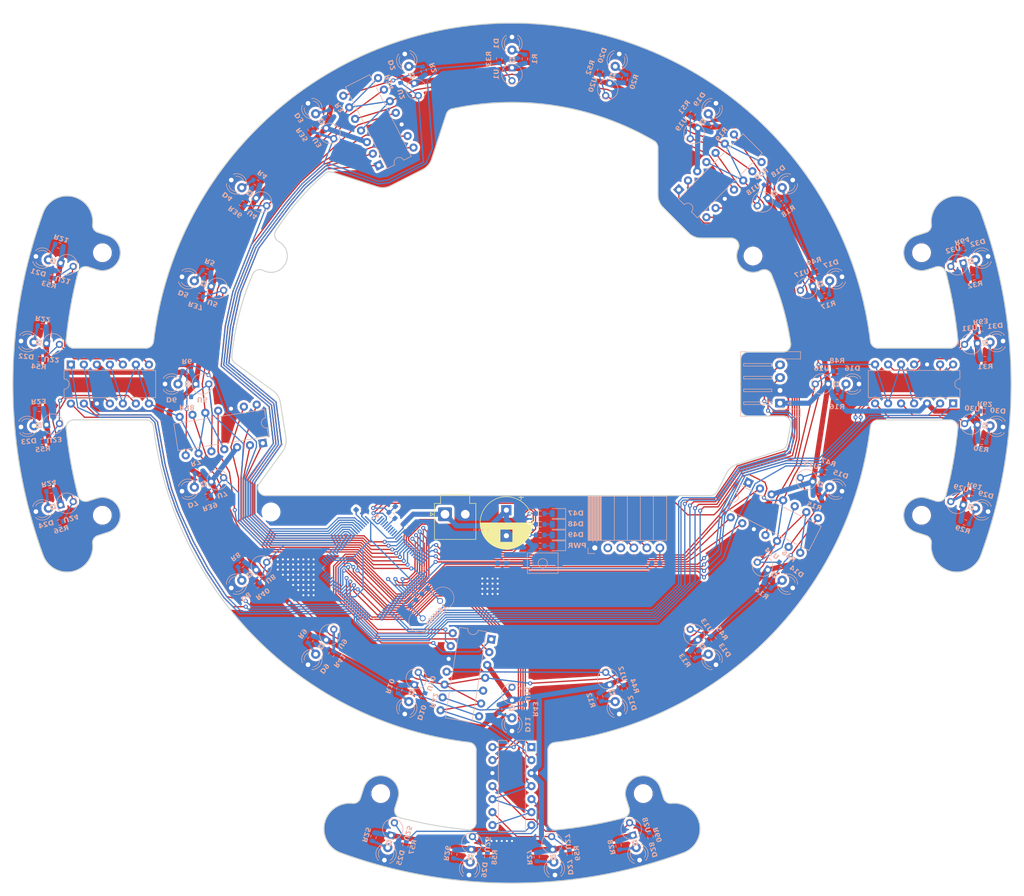
<source format=kicad_pcb>
(kicad_pcb (version 20240108) (generator "pcbnew") (generator_version "8.0")
  (layers (0 "F.Cu" signal) (31 "B.Cu" signal) (34 "B.Paste" user) (35 "F.Paste" user) (36 "B.SilkS" user "B.Silkscreen") (37 "F.SilkS" user "F.Silkscreen") (38 "B.Mask" user) (39 "F.Mask" user) (44 "Edge.Cuts" user))
  (net 0 "")
  (net 1 "+5V")
  (net 2 "GND")
  (net 3 "RESET")
  (net 4 "Net-(J3-Pin_6)")
  (net 5 "Net-(U33-AREF)")
  (net 6 "Net-(D1-A)")
  (net 7 "Net-(D2-A)")
  (net 8 "Net-(D3-A)")
  (net 9 "Net-(D4-A)")
  (net 10 "Net-(D5-A)")
  (net 11 "Net-(D6-A)")
  (net 12 "Net-(D7-A)")
  (net 13 "Net-(D8-A)")
  (net 14 "Net-(D9-A)")
  (net 15 "Net-(D10-A)")
  (net 16 "Net-(D11-A)")
  (net 17 "Net-(D12-A)")
  (net 18 "Net-(D13-A)")
  (net 19 "Net-(D14-A)")
  (net 20 "Net-(D15-A)")
  (net 21 "Net-(D16-A)")
  (net 22 "Net-(D17-A)")
  (net 23 "Net-(D18-A)")
  (net 24 "Net-(D19-A)")
  (net 25 "Net-(D20-A)")
  (net 26 "Net-(D21-A)")
  (net 27 "Net-(D22-A)")
  (net 28 "Net-(D23-A)")
  (net 29 "Net-(D24-A)")
  (net 30 "Net-(D25-A)")
  (net 31 "Net-(D26-A)")
  (net 32 "Net-(D27-A)")
  (net 33 "Net-(D28-A)")
  (net 34 "Net-(D29-A)")
  (net 35 "Net-(D30-A)")
  (net 36 "Net-(D31-A)")
  (net 37 "Net-(D32-A)")
  (net 38 "Net-(D33-A)")
  (net 39 "Net-(D34-A)")
  (net 40 "Net-(D35-A)")
  (net 41 "Net-(D36-A)")
  (net 42 "Line-MD-Main=RX_5V")
  (net 43 "Net-(U33-XTAL1)")
  (net 44 "Net-(U33-XTAL2)")
  (net 46 "LineThreshold")
  (net 47 "Line01")
  (net 48 "Line02")
  (net 49 "Raw2")
  (net 50 "TX-USB")
  (net 51 "Raw1")
  (net 52 "Line04")
  (net 53 "Line-MD-Main=TX_5V")
  (net 54 "Line03")
  (net 55 "Raw3")
  (net 56 "Raw4")
  (net 57 "Line05")
  (net 58 "Raw7")
  (net 59 "Line06")
  (net 60 "Raw6")
  (net 61 "RX-USB")
  (net 62 "Raw8")
  (net 63 "Line07")
  (net 64 "Raw5")
  (net 65 "Line08")
  (net 66 "Raw12")
  (net 67 "Raw11")
  (net 68 "Raw10")
  (net 69 "Raw9")
  (net 70 "Line14")
  (net 71 "Raw14")
  (net 72 "Raw16")
  (net 73 "Line13")
  (net 74 "Line15")
  (net 75 "Raw13")
  (net 76 "Line16")
  (net 77 "Raw15")
  (net 78 "Line19")
  (net 79 "Raw18")
  (net 80 "Raw17")
  (net 81 "Line18")
  (net 82 "Raw19")
  (net 83 "Raw20")
  (net 84 "Line20")
  (net 85 "Line17")
  (net 86 "Raw24")
  (net 87 "Raw22")
  (net 88 "Raw21")
  (net 89 "Line23")
  (net 90 "Line21")
  (net 91 "Line22")
  (net 92 "Line24")
  (net 93 "Raw23")
  (net 94 "Raw27")
  (net 95 "Raw25")
  (net 96 "Line27")
  (net 97 "Line25")
  (net 98 "Raw28")
  (net 99 "Line26")
  (net 100 "Raw26")
  (net 101 "Line28")
  (net 102 "Line31")
  (net 103 "Line32")
  (net 104 "Line30")
  (net 105 "Raw30")
  (net 106 "Line29")
  (net 107 "Raw31")
  (net 108 "Raw29")
  (net 109 "Raw32")
  (net 111 "Net-(U33-PL2{slash}D47)")
  (net 112 "Net-(U33-PL1{slash}D48)")
  (net 113 "Net-(U33-PL0{slash}D49)")
  (net 114 "Net-(U33-PE3{slash}D5)")
  (net 153 "Line12")
  (net 154 "Line10")
  (net 155 "Line11")
  (net 156 "Line09")
  (footprint "MountingHole:MountingHole_3.2mm_M3" (layer "F.Cu") (at -79.992706 -25.637809)
    (property "Reference" "REF**" (hide yes))
    (property "Value" "MountingHole_3.2mm_M3")
  )
  (footprint "MountingHole:MountingHole_3.2mm_M3" (layer "F.Cu") (at 79.991001 25.638052)
    (property "Reference" "REF**" (hide yes))
    (property "Value" "MountingHole_3.2mm_M3")
  )
  (footprint "MountingHole:MountingHole_3.2mm_M3" (layer "F.Cu") (at -47.074093 25.000123)
    (property "Reference" "REF**" (hide yes))
    (property "Value" "MountingHole_3.2mm_M3")
  )
  (footprint "MountingHole:MountingHole_3.2mm_M3" (layer "F.Cu") (at 47.072351 -24.999817)
    (property "Reference" "REF**" (hide yes))
    (property "Value" "MountingHole_3.2mm_M3")
  )
  (footprint "MountingHole:MountingHole_3.2mm_M3" (layer "F.Cu") (at -80.008997 25.638052)
    (property "Reference" "REF**" (hide yes))
    (property "Value" "MountingHole_3.2mm_M3")
  )
  (footprint "MountingHole:MountingHole_3.2mm_M3" (layer "F.Cu") (at -47.074094 -24.999877)
    (property "Reference" "REF**" (hide yes))
    (property "Value" "MountingHole_3.2mm_M3")
  )
  (footprint "@2024TOINIOT2-Line:JST_VH_B2P-VH-B_1x02_P3.96mm_Vertical" (layer "F.Cu") (at -11.105635 25.436718)
    (property "Reference" "J1" (hide yes))
    (property "Value" "Conn_01x02_Pin")
  )
  (footprint "Capacitor_THT:CP_Radial_D10.0mm_P5.00mm" (layer "F.Cu") (at -1.101 24.632423 -90)
    (property "Reference" "C1" (hide yes))
    (property "Value" "100uF")
  )
  (footprint "MountingHole:MountingHole_3.2mm_M3" (layer "F.Cu") (at 79.990993 -25.637806)
    (property "Reference" "REF**" (hide yes))
    (property "Value" "MountingHole_3.2mm_M3")
  )
  (footprint "MountingHole:MountingHole_3.2mm_M3" (layer "F.Cu") (at -25.638782 79.991975)
    (property "Reference" "REF**" (hide yes))
    (property "Value" "MountingHole_3.2mm_M3")
  )
  (footprint "MountingHole:MountingHole_3.2mm_M3" (layer "F.Cu") (at 25.637078 79.991975)
    (property "Reference" "REF**" (hide yes))
    (property "Value" "MountingHole_3.2mm_M3")
  )
  (footprint "Resistor_SMD:R_0603_1608Metric" (layer "B.Cu") (at 92.259897 5.328383 -3)
    (property "Reference" "R62")
    (property "Value" "Line-Pulldown")
  )
  (footprint "@2024TOINIOT2-Line:NJL7502L" (layer "B.Cu") (at 57.538269 18.695611 -18)
    (property "Reference" "U15")
    (property "Value" "~")
  )
  (footprint "Resistor_SMD:R_0603_1608Metric" (layer "B.Cu") (at -49.903764 39.346987 -144)
    (property "Reference" "R40")
    (property "Value" "Line-Pulldown")
  )
  (footprint "@2024TOINIOT2-Line:NJL7502L" (layer "B.Cu") (at -18.696174 57.539002 -108)
    (property "Reference" "U10")
    (property "Value" "~")
  )
  (footprint "Capacitor_SMD:C_0603_1608Metric" (layer "B.Cu") (at -20.693326 27.930119 -45)
    (property "Reference" "C4" (hide yes))
    (property "Value" "0.1uF")
  )
  (footprint "@2024TOINIOT2-Line:LM339" (layer "B.Cu") (at -56.792727 8.995065 99)
    (property "Reference" "Comp2" (hide yes))
    (property "Value" "~")
  )
  (footprint "Resistor_SMD:R_0603_1608Metric" (layer "B.Cu") (at -4.841932 92.373355 -93)
    (property "Reference" "R58")
    (property "Value" "Line-Pulldown")
  )
  (footprint "Resistor_SMD:R_0603_1608Metric" (layer "B.Cu") (at 63.499354 2.500082 180)
    (property "Reference" "R16")
    (property "Value" "75")
  )
  (footprint "@2024TOINIOT2-Line:NJL7502L" (layer "B.Cu") (at -86.934183 23.293837 -165)
    (property "Reference" "U24")
    (property "Value" "~")
  )
  (footprint "@2024TOINIOT2-Line:NJL7502L" (layer "B.Cu") (at 18.694879 -57.538836 72)
    (property "Reference" "U20")
    (property "Value" "~")
  )
  (footprint "Resistor_SMD:R_0603_1608Metric" (layer "B.Cu") (at -90.130088 20.808097 13)
    (property "Reference" "R24")
    (property "Value" "75")
  )
  (footprint "@2024TOINIOT2-Line:NJL7502L" (layer "B.Cu") (at 48.944881 35.561089 -36)
    (property "Reference" "U14")
    (property "Value" "~")
  )
  (footprint "@2024TOINIOT2-Line:NJL7502L" (layer "B.Cu") (at -89.658381 7.84414 -175)
    (property "Reference" "U23")
    (property "Value" "~")
  )
  (footprint "Resistor_SMD:R_0603_1608Metric" (layer "B.Cu") (at -59.620195 22.000302 -162)
    (property "Reference" "R39")
    (property "Value" "Line-Pulldown")
  )
  (footprint "Resistor_SMD:R_0603_1608Metric" (layer "B.Cu") (at -52.84269 35.301903 36)
    (property "Reference" "R8")
    (property "Value" "75")
  )
  (footprint "Connector_PinSocket_2.54mm:PinSocket_1x06_P2.54mm_Horizontal" (layer "B.Cu") (at 16.174 32.000101 -90)
    (property "Reference" "J3" (hide yes))
    (property "Value" "Conn_01x06_Pin")
  )
  (footprint "Capacitor_SMD:C_0603_1608Metric" (layer "B.Cu") (at 28.098999 35.000101 180)
    (property "Reference" "C8" (hide yes))
    (property "Value" "0.1uF")
  )
  (footprint "Resistor_SMD:R_0603_1608Metric" (layer "B.Cu") (at -11.273773 91.810642 83)
    (property "Reference" "R26")
    (property "Value" "75")
  )
  (footprint "@2024TOINIOT2-Line:LED-3mm" (layer "B.Cu") (at -53.800277 39.087801 36)
    (property "Reference" "D8")
    (property "Value" "LED_Small")
  )
  (footprint "LED_SMD:LED_0805_2012Metric" (layer "B.Cu") (at 8.8 29.499999 180)
    (property "Reference" "D36" (hide yes))
    (property "Value" "LED1")
  )
  (footprint "Resistor_SMD:R_0603_1608Metric" (layer "B.Cu") (at 59.618898 -22.000137 18)
    (property "Reference" "R49")
    (property "Value" "Line-Pulldown")
  )
  (footprint "Resistor_SMD:R_0603_1608Metric" (layer "B.Cu") (at -91.811377 11.273037 -173)
    (property "Reference" "R55")
    (property "Value" "Line-Pulldown")
  )
  (footprint "@2024TOINIOT2-Line:LED-3mm" (layer "B.Cu") (at -66.500648 0.000083)
    (property "Reference" "D6")
    (property "Value" "LED_Small")
  )
  (footprint "@2024TOINIOT2-Line:LM339" (layer "B.Cu") (at -26.105101 -51.232793 27)
    (property "Reference" "Comp1" (hide yes))
    (property "Value" "~")
  )
  (footprint "@2024TOINIOT2-Line:NJL7502L" (layer "B.Cu") (at -57.539566 -18.695446 162)
    (property "Reference" "U5")
    (property "Value" "~")
  )
  (footprint "@2024TOINIOT2-Line:AL4BT" (layer "B.Cu") (at -15.743576 44.06983 -135)
    (property "Reference" "Y1" (hide yes))
    (property "Value" "16MHz")
  )
  (footprint "Resistor_SMD:R_0603_1608Metric" (layer "B.Cu") (at 61.163981 17.245021 -18)
    (property "Reference" "R47")
    (property "Value" "Line-Pulldown")
  )
  (footprint "@2024TOINIOT2-Line:LED-3mm" (layer "B.Cu") (at -20.550279 -63.245176 -72)
    (property "Reference" "D2")
    (property "Value" "LED_Small")
  )
  (footprint "Resistor_SMD:R_0603_1608Metric" (layer "B.Cu") (at 4.840216 92.373354 93)
    (property "Reference" "R27")
    (property "Value" "75")
  )
  (footprint "Resistor_SMD:R_0603_1608Metric" (layer "B.Cu") (at 91.697184 -10.785606 7)
    (property "Reference" "R63")
    (property "Value" "Line-Pulldown")
  )
  (footprint "Resistor_SMD:R_0603_1608Metric" (layer "B.Cu") (at 35.301172 52.842124 126)
    (property "Reference" "R13")
    (property "Value" "75")
  )
  (footprint "Resistor_SMD:R_0603_1608Metric" (layer "B.Cu") (at -39.347553 -49.903033 126)
    (property "Reference" "R35")
    (property "Value" "Line-Pulldown")
  )
  (footprint "@2024TOINIOT2-Line:LED-3mm" (layer "B.Cu") (at 63.244611 20.549713 162)
    (property "Reference" "D15")
    (property "Value" "LED_Small")
  )
  (footprint "@2024TOINIOT2-Line:NJL7502L" (layer "B.Cu") (at 60.499352 0.000082)
    (property "Reference" "U16")
    (property "Value" "~")
  )
  (footprint "@2024TOINIOT2-Line:LM339" (layer "B.Cu") (at 78.532692 0.000122 90)
    (property "Reference" "Comp8" (hide yes))
    (property "Value" "~")
  )
  (footprint "Resistor_SMD:R_0603_1608Metric" (layer "B.Cu") (at -63.500648 -2.499918)
    (property "Reference" "R6")
    (property "Value" "75")
  )
  (footprint "@2024TOINIOT2-Line:LED-3mm" (layer "B.Cu") (at -94.639353 8.279919 5)
    (property "Reference" "D23")
    (property "Value" "LED_Small")
  )
  (footprint "Resistor_SMD:R_0603_1608Metric" (layer "B.Cu") (at 49.902467 -39.346823 36)
    (property "Reference" "R50")
    (property "Value" "Line-Pulldown")
  )
  (footprint "Capacitor_SMD:C_0603_1608Metric" (layer "B.Cu") (at -15.993576 39.31983 -135)
    (property "Reference" "C7" (hide yes))
    (property "Value" "22pF")
  )
  (footprint "@2024TOINIOT2-Line:NJL7502L" (layer "B.Cu") (at -0.000649 -60.499917 90)
    (property "Reference" "U1")
    (property "Value" "~")
  )
  (footprint "@2024TOINIOT2-Line:LED-3mm" (layer "B.Cu") (at 91.762095 24.587932 165)
    (property "Reference" "D29")
    (property "Value" "LED_Small")
  )
  (footprint "Resistor_SMD:R_0603_1608Metric" (layer "B.Cu") (at 2.499351 -63.499918 -90)
    (property "Reference" "R1")
    (property "Value" "75")
  )
  (footprint "Resistor_SMD:R_0603_1608Metric" (layer "B.Cu") (at -52.84269 -35.301739 144)
    (property "Reference" "R36")
    (property "Value" "Line-Pulldown")
  )
  (footprint "Resistor_SMD:R_0603_1608Metric" (layer "B.Cu") (at -23.45 25.665682 135)
    (property "Reference" "R72" (hide yes))
    (property "Value" "LPF")
  )
  (footprint "@2024TOINIOT2-Line:NJL7502L" (layer "B.Cu") (at 86.932466 -23.29359 15)
    (property "Reference" "U32")
    (property "Value" "~")
  )
  (footprint "Resistor_SMD:R_0603_1608Metric" (layer "B.Cu") (at -88.459048 27.044507 -163)
    (property "Reference" "R56")
    (property "Value" "Line-Pulldown")
  )
  (footprint "@2024TOINIOT2-Line:LM339" (layer "B.Cu") (at 40.657992 -40.658557 -45)
    (property "Reference" "Comp5" (hide yes))
    (property "Value" "~")
  )
  (footprint "Resistor_SMD:R_0603_1608Metric" (layer "B.Cu") (at -20.80883 90.129354 -103)
    (property "Reference" "R57")
    (property "Value" "Line-Pulldown")
  )
  (footprint "Resistor_SMD:R_0603_1608Metric" (layer "B.Cu") (at 59.618899 22.000302 162)
    (property "Reference" "R15")
    (property "Value" "75")
  )
  (footprint "@2024TOINIOT2-Line:NJL7502L" (layer "B.Cu") (at -7.844873 89.657648 -95)
    (property "Reference" "U26")
    (property "Value" "~")
  )
  (footprint "Capacitor_SMD:C_0603_1608Metric" (layer "B.Cu") (at -22.25 24.465683 -45)
    (property "Reference" "C10" (hide yes))
    (property "Value" "LPF")
  )
  (footprint "Resistor_SMD:R_0603_1608Metric" (layer "B.Cu") (at 2.499351 63.500083 -90)
    (property "Reference" "R43")
    (property "Value" "Line-Pulldown")
  )
  (footprint "Resistor_SMD:R_0603_1608Metric" (layer "B.Cu") (at -90.130088 -20.80785 167)
    (property "Reference" "R53")
    (property "Value" "Line-Pulldown")
  )
  (footprint "@2024TOINIOT2-Line:LED-3mm" (layer "B.Cu") (at -8.280653 94.638619 85)
    (property "Reference" "D26")
    (property "Value" "LED_Small")
  )
  (footprint "Resistor_SMD:R_0603_1608Metric" (layer "B.Cu") (at 21.999571 -59.619464 -108)
    (property "Reference" "R20")
    (property "Value" "75")
  )
  (footprint "Resistor_SMD:R_0603_1608Metric" (layer "B.Cu") (at -1.101 34.1751 -90)
    (property "Reference" "R71" (hide yes))
    (property "Value" "10K")
  )
  (footprint "Resistor_SMD:R_0603_1608Metric" (layer "B.Cu") (at 20.807115 90.129353 103)
    (property "Reference" "R28")
    (property "Value" "75")
  )
  (footprint "Resistor_SMD:R_0603_1608Metric" (layer "B.Cu") (at 5.5 31.6)
    (property "Reference" "R65" (hide yes))
    (property "Value" "330")
  )
  (footprint "@2024TOINIOT2-Line:LED-3mm" (layer "B.Cu") (at -20.550277 63.24534 72)
    (property "Reference" "D10")
    (property "Value" "LED_Small")
  )
  (footprint "Resistor_SMD:R_0603_1608Metric" (layer "B.Cu") (at 35.301172 -52.841959 54)
    (property "Reference" "R51")
    (property "Value" "Line-Pulldown")
  )
  (footprint "@2024TOINIOT2-Line:LED-3mm" (layer "B.Cu") (at -91.763813 24.587932 15)
    (property "Reference" "D24")
    (property "Value" "LED_Small")
  )
  (footprint "Connector_JST:JST_XH_S4B-XH-A-1_1x04_P2.50mm_Horizontal" (layer "B.Cu") (at 52.349351 3.750082 90)
    (property "Reference" "J2" (hide yes))
    (property "Value" "Conn_01x04_Pin")
  )
  (footprint "@2024TOINIOT2-Line:LED-3mm" (layer "B.Cu") (at 39.08707 53.799712 126)
    (property "Reference" "D13")
    (property "Value" "LED_Small")
  )
  (footprint "@2024TOINIOT2-Line:NJL7502L" (layer "B.Cu") (at 86.932466 23.293836 -15)
    (property "Reference" "U29")
    (property "Value" "~")
  )
  (footprint "@2024TOINIOT2-Line:NJL7502L" (layer "B.Cu") (at -89.658382 -7.843894 175)
    (property "Reference" "U22")
    (property "Value" "~")
  )
  (footprint "@2024TOINIOT2-Line:NJL7502L" (layer "B.Cu") (at -86.934183 -23.293591 165)
    (property "Reference" "U21")
    (property "Value" "~")
  )
  (footprint "@2024TOINIOT2-Line:LED-3mm" (layer "B.Cu") (at -91.763811 -24.587686 -15)
    (property "Reference" "D21")
    (property "Value" "LED_Small")
  )
  (footprint "Resistor_SMD:R_0603_1608Metric" (layer "B.Cu") (at -39.347554 49.903198 54)
    (property "Reference" "R9")
    (property "Value" "75")
  )
  (footprint "Capacitor_SMD:C_0603_1608Metric" (layer "B.Cu") (at -5.2 28.475 -90)
    (property "Reference" "C3" (hide yes))
    (property "Value" "0.1uF")
  )
  (footprint "@2024TOINIOT2-Line:LM339" (layer "B.Cu") (at -8.995631 56.792161 171)
    (property "Reference" "Comp3" (hide yes))
    (property "Value" "~")
  )
  (footprint "Resistor_SMD:R_0603_1608Metric" (layer "B.Cu") (at -17.245586 -61.164548 -72)
    (property "Reference" "R2")
    (property "Value" "75")
  )
  (footprint "@2024TOINIOT2-Line:LED-3mm" (layer "B.Cu") (at 94.637638 -8.279671 -175)
    (property "Reference" "D31")
    (property "Value" "LED_Small")
  )
  (footprint "@2024TOINIOT2-Line:LED-3mm" (layer "B.Cu") (at -63.245907 -20.549548 -18)
    (property "Reference" "D5")
    (property "Value" "LED_Small")
  )
  (footprint "Resistor_SMD:R_0603_1608Metric" (layer "B.Cu") (at 5.5 25.3 180)
    (property "Reference" "R67" (hide yes))
    (property "Value" "330")
  )
  (footprint "@2024TOINIOT2-Line:NJL7502L" (layer "B.Cu") (at -48.946177 35.561089 -144)
    (property "Reference" "U8")
    (property "Value" "~")
  )
  (footprint "@2024TOINIOT2-Line:LED-3mm" (layer "B.Cu") (at -94.639355 -8.279673 -5)
    (property "Reference" "D22")
    (property "Value" "LED_Small")
  )
  (footprint "LED_SMD:LED_0805_2012Metric" (layer "B.Cu") (at 8.8 27.4 180)
    (property "Reference" "D35" (hide yes))
    (property "Value" "LED2")
  )
  (footprint "@2024TOINIOT2-Line:LED-3mm" (layer "B.Cu") (at -63.245906 20.549713 18)
    (property "Reference" "D7")
    (property "Value" "LED_Small")
  )
  (footprint "@2024TOINIOT2-Line:LED-3mm" (layer "B.Cu") (at 53.79898 -39.087637 -144)
    (property "Reference" "D18")
    (property "Value" "LED_Small")
  )
  (footprint "@2024TOINIOT2-Line:LED-3mm" (layer "B.Cu") (at 66.499352 0.000082 180)
    (property "Reference" "D16")
    (property "Value" "LED_Small")
  )
  (footprint "@2024TOINIOT2-Line:LED-3mm" (layer "B.Cu") (at 20.548983 -63.245176 -108)
    (property "Reference" "D20")
    (property "Value" "LED_Small")
  )
  (footprint "Resistor_SMD:R_0603_1608Metric" (layer "B.Cu") (at -27.045241 88.458313 73)
    (property "Reference" "R25")
    (property "Value" "75")
  )
  (footprint "@2024TOINIOT2-Line:NJL7502L" (layer "B.Cu") (at -35.561655 48.945611 -126)
    (property "Reference" "U9")
    (property "Value" "~")
  )
  (footprint "LED_SMD:LED_0805_2012Metric" (layer "B.Cu") (at 8.8 25.3 180)
    (property "Reference" "D34" (hide yes))
    (property "Value" "LED3")
  )
  (footprint "@2024TOINIOT2-Line:NJL7502L" (layer "B.Cu") (at -60.500647 0.000082 180)
    (property "Reference" "U6")
    (property "Value" "~")
  )
  (footprint "Resistor_SMD:R_0603_1608Metric" (layer "B.Cu") (at -2.500649 -63.499918 90)
    (property "Reference" "R33")
    (property "Value" "Line-Pulldown")
  )
  (footprint "@2024TOINIOT2-Line:Tactile1" (layer "B.Cu") (at 5.999 35.0001)
    (property "Reference" "SW1" (hide yes))
    (property "Value" "SW_Push")
  )
  (footprint "Capacitor_SMD:C_0603_1608Metric" (layer "B.Cu") (at -6.9 28.475 -90)
    (property "Reference" "C2" (hide yes))
    (property "Value" "10uF")
  )
  (footprint "Resistor_SMD:R_0603_1608Metric" (layer "B.Cu") (at -91.811378 -11.272791 -7)
    (property "Reference" "R22")
    (property "Value" "75")
  )
  (footprint "@2024TOINIOT2-Line:LED-3mm" (layer "B.Cu") (at 53.798981 39.087801 144)
    (property "Reference" "D14")
    (property "Value" "LED_Small")
  )
  (footprint "@2024TOINIOT2-Line:LED-3mm" (layer "B.Cu") (at -39.088366 53.799712 54)
    (property "Reference" "D9")
    (property "Value" "LED_Small")
  )
  (footprint "@2024TOINIOT2-Line:NJL7502L" (layer "B.Cu") (at -48.946176 -35.560924 144)
    (property "Reference" "U4")
    (property "Value" "~")
  )
  (footprint "Resistor_SMD:R_0603_1608Metric" (layer "B.Cu") (at 52.841395 35.301903 -36)
    (property "Reference" "R46")
    (property "Value" "Line-Pulldown")
  )
  (footprint "@2024TOINIOT2-Line:LED-3mm" (layer "B.Cu") (at 8.27894 94.638622 95)
    (property "Reference" "D27")
    (property "Value" "LED_Small")
  )
  (footprint "@2024TOINIOT2-Line:LED-3mm" (layer "B.Cu") (at 91.762095 -24.587684 -165)
    (property "Reference" "D32")
    (property "Value" "LED_Small")
  )
  (footprint "@2024TOINIOT2-Line:NJL7502L" (layer "B.Cu") (at -23.29457 86.933446 -105)
    (property "Reference" "U25")
    (property "Value" "~")
  )
  (footprint "Resistor_SMD:R_0603_1608Metric" (layer "B.Cu") (at 39.346257 -49.903033 -126)
    (property "Reference" "R19")
    (property "Value" "75")
  )
  (footprint "@2024TOINIOT2-Line:LED-3mm" (layer "B.Cu") (at 63.244611 -20.549548 -162)
    (property "Reference" "D17")
    (property "Value" "LED_Small")
  )
  (footprint "@2024TOINIOT2-Line:LED-3mm" (layer "B.Cu") (at 94.637638 8.279918 175)
    (property "Reference" "D30")
    (property "Value" "LED_Small")
  )
  (footprint "@2024TOINIOT2-Line:NJL7502L" (layer "B.Cu") (at 48.94488 -35.560924 36)
    (property "Reference" "U18")
    (property "Value" "~")
  )
  (footprint "Resistor_SMD:R_0603_1608Metric" (layer "B.Cu") (at 88.457332 27.044507 163)
    (property "Reference" "R29")
    (property "Value" "75")
  )
  (footprint "@2024TOINIOT2-Line:LED-3mm" (layer "B.Cu") (at -0.000648 -66.499917 -90)
    (property "Reference" "D1")
    (property "Value" "LED_Small")
  )
  (footprint "LED_SMD:LED_0805_2012Metric" (layer "B.Cu") (at 8.8 31.6 180)
    (property "Reference" "D33" (hide yes))
    (property "Value" "POWER")
  )
  (footprint "Resistor_SMD:R_0603_1608Metric" (layer "B.Cu") (at 11.272056 91.810643 -83)
    (property "Reference" "R59")
    (property "Value" "Line-Pulldown")
  )
  (footprint "Resistor_SMD:R_0603_1608Metric" (layer "B.Cu") (at 61.163981 -17.244857 -162)
    (property "Reference" "R17")
    (property "Value" "75")
  )
  (footprint "@2024TOINIOT2-Line:NJL7502L" (layer "B.Cu") (at 23.292858 86.933448 -75)
    (property "Reference" "U28")
    (property "Value" "~")
  )
  (footprint "@2024TOINIOT2-Line:NJL7502L" (layer "B.Cu") (at -57.539566 18.695609 -162)
    (property "Reference" "U7")
    (property "Value" "~")
  )
  (footprint "Capacitor_SMD:C_0603_1608Metric" (layer "B.Cu") (at -2.801 35.7751 -90)
    (property "Reference" "C9" (hide yes))
    (property "Value" "22pF")
  )
  (footprint "Resistor_SMD:R_0603_1608Metric" (layer "B.Cu") (at 5.5 27.4 180)
    (property "Reference" "R69" (hide yes))
    (property "Value" "330")
  )
  (footprint "Resistor_SMD:R_0603_1608Metric" (layer "B.Cu") (at -61.165278 -17.244856 162)
    (property "Reference" "R37")
    (property "Value" "Line-Pulldown")
  )
  (footprint "Resistor_SMD:R_0603_1608Metric" (layer "B.Cu") (at 21.999572 59.619629 -72)
    (property "Reference" "R44")
    (property "Value" "Line-Pulldown")
  )
  (footprint "Resistor_SMD:R_0603_1608Metric" (layer "B.Cu") (at -92.374091 4.841199 3)
    (property "Reference" "R23")
    (property "Value" "75")
  )
  (footprint "@2024TOINIOT2-Line:LM339" (layer "B.Cu") (at -78.538562 0.000122 -90)
    (property "Reference" "Comp6" (hide yes))
    (property "Value" "~")
  )
  (footprint "Resistor_SMD:R_0603_1608Metric" (layer "B.Cu") (at 92.372374 -4.840952 -177)
    (property "Reference" "R31")
    (property "Value" "75")
  )
  (footprint "@2024TOINIOT2-Line:LED-3mm" (layer "B.Cu") (at -39.088366 -53.799546 -54)
    (property "Reference" "D3")
    (property "Value" "LED_Small")
  )
  (footprint "Resistor_SMD:R_0603_1608Metric" (layer "B.Cu") (at 5.5 29.5 180)
    (property "Reference" "R70" (hide yes))
    (property "Value" "330")
  )
  (footprint "Resistor_SMD:R_0603_1608Metric" (layer "B.Cu") (at -63.500648 2.500082 180)
    (property "Reference" "R38")
    (property "Value" "Line-Pulldown")
  )
  (footprint "Resistor_SMD:R_0603_1608Metric" (layer "B.Cu") (at -59.620194 -22.000137 -18)
    (property "Reference" "R5")
    (property "Value" "75")
  )
  (footprint "@2024TOINIOT2-Line:NJL7502L" (layer "B.Cu") (at 57.538272 -18.695446 18)
    (property "Reference" "U17")
    (property "Value" "~")
  )
  (footprint "@2024TOINIOT2-Line:LED-3mm" (layer "B.Cu") (at 20.548983 63.24534 108)
    (property "Reference" "D12")
    (property "Value" "LED_Small")
  )
  (footprint "Resistor_SMD:R_0603_1608Metric" (layer "B.Cu") (at -18.243577 41.56983 -135)
    (property "Reference" "R66" (hide yes))
    (property "Value" "1M")
  )
  (footprint "@2024TOINIOT2-Line:NJL7502L" (layer "B.Cu") (at 18.694881 57.539001 -72)
    (property "Reference" "U12")
    (property "Value" "~")
  )
  (footprint "Resistor_SMD:R_0603_1608Metric" (layer "B.Cu") (at -35.30247 -52.841959 -54)
    (property "Reference" "R3")
    (property "Value" "75")
  )
  (footprint "Resistor_SMD:R_0603_1608Metric" (layer "B.Cu") (at 63.499353 -2.499918)
    (property "Reference" "R48")
    (property "Value" "Line-Pulldown")
  )
  (footprint "@2024TOINIOT2-Line:NJL7502L" (layer "B.Cu") (at -18.696176 -57.538836 108)
    (property "Reference" "U2")
    (property "Value" "~")
  )
  (footprint "@2024TOINIOT2-Line:NJL7502L" (layer "B.Cu") (at 35.560358 -48.945446 54)
    (property "Reference" "U19")
    (property "Value" "~")
  )
  (footprint "@2024TOINIOT2-Line:NJL7502L" (layer "B.Cu") (at 7.84316 89.657646 -85)
    (property "Reference" "U27")
    (property "Value" "~")
  )
  (footprint "@2024TOINIOT2-Line:NJL7502L" (layer "B.Cu") (at 35.560359 48.945611 -54)
    (property "Reference" "U13")
    (property "Value" "~")
  )
  (footprint "@2024TOINIOT2-Line:LM339" (layer "B.Cu") (at -0.000859 78.5378 180)
    (property "Reference" "Comp7" (hide yes))
    (property "Value" "~")
  )
  (footprint "@2024TOINIOT2-Line:NJL7502L" (layer "B.Cu") (at -0.000649 60.500082 -90)
    (property "Reference" "U11")
    (property "Value" "~")
  )
  (footprint "Resistor_SMD:R_0603_1608Metric" (layer "B.Cu") (at 49.902469 39.346987 144)
    (property "Reference" "R14")
    (property "Value" "75")
  )
  (footprint "Resistor_SMD:R_0603_1608Metric" (layer "B.Cu") (at -17.245585 61.164712 -108)
    (property "Reference" "R42")
    (property "Value" "Line-Pulldown")
  )
  (footprint "Resistor_SMD:R_0603_1608Metric" (layer "B.Cu") (at -61.165277 17.24502 18)
    (property "Reference" "R7")
    (property "Value" "75")
  )
  (footprint "@2024TOINIOT2-Line:LED-3mm" (layer "B.Cu") (at -24.588668 91.763076 75)
    (property "Reference" "D25")
    (property "Value" "LED_Small")
  )
  (footprint "Package_QFP:TQFP-100_14x14mm_P0.5mm" (layer "B.Cu") (at -26.995414 35.999973 -135)
    (property "Reference" "U33" (hide yes))
    (property "Value" "ATmega2560-16A")
  )
  (footprint "Resistor_SMD:R_0603_1608Metric" (layer "B.Cu") (at -35.30247 52.842124 -126)
    (property "Reference" "R41")
    (property "Value" "Line-Pulldown")
  )
  (footprint "Resistor_SMD:R_0603_1608Metric" (layer "B.Cu") (at -2.500649 63.500083 90)
    (property "Reference" "R11" (hide yes))
    (property "Value" "75")
  )
  (footprint "@2024TOINIOT2-Line:LED-3mm" (layer "B.Cu") (at -0.000649 66.500082 90)
    (property "Reference" "D11")
    (property "Value" "LED_Small")
  )
  (footprint "@2024TOINIOT2-Line:NJL7502L" (layer "B.Cu") (at 89.656665 7.84414 -5)
    (property "Reference" "U30")
    (property "Value" "~")
  )
  (footprint "Resistor_SMD:R_0603_1608Metric" (layer "B.Cu") (at 91.80966 11.273037 173)
    (property "Reference" "R30")
    (property "Value" "75")
  )
  (footprint "@2024TOINIOT2-Line:LED-3mm" (layer "B.Cu") (at 24.586953 91.763076 105)
    (property "Reference" "D28")
    (property "Value" "LED_Small")
  )
  (footprint "@2024TOINIOT2-Line:LED-3mm" (layer "B.Cu") (at 39.087071 -53.799547 -126)
    (property "Reference" "D19")
    (property "Value" "LED_Small")
  )
  (footprint "@2024TOINIOT2-Line:LED-3mm" (layer "B.Cu") (at -53.800278 -39.087637 -36)
    (property "Reference" "D4")
    (property "Value" "LED_Small")
  )
  (footprint "Resistor_SMD:R_0603_1608Metric" (layer "B.Cu") (at -22.000867 -59.619464 108)
    (property "Reference" "R34")
    (property "Value" "Line-Pulldown")
  )
  (footprint "Resistor_SMD:R_0603_1608Metric" (layer "B.Cu") (at 88.344856 -26.557074 17)
    (property "Reference" "R64")
    (property "Value" "Line-Pulldown")
  )
  (footprint "@2024TOINIOT2-Line:NJL7502L" (layer "B.Cu") (at -35.561654 -48.945446 126)
    (property "Reference" "U3")
    (property "Value" "~")
  )
  (footprint "Capacitor_SMD:C_0603_1608Metric" (layer "B.Cu") (at -29.894517 24.0178 -135)
    (property "Reference" "C5" (hide yes))
    (property "Value" "0.1uF")
  )
  (footprint "@2024TOINIOT2-Line:NJL7502L" (layer "B.Cu") (at 89.656665 -7.843892 5)
    (property "Reference" "U31")
    (property "Value" "~")
  )
  (footprint "Resistor_SMD:R_0603_1608Metric" (layer "B.Cu") (at -92.374091 -4.840954 177)
    (property "Reference" "R54")
    (property "Value" "Line-Pulldown")
  )
  (footprint "Resistor_SMD:R_0603_1608Metric" (layer "B.Cu") (at 39.346258 49.903198 -54)
    (property "Reference" "R45")
    (property "Value" "Line-Pulldown")
  )
  (footprint "@2024TOINIOT2-Line:LM339" (layer "B.Cu") (at 51.232227 26.104536 -117)
    (property "Reference" "Comp4" (hide yes))
    (property "Value" "~")
  )
  (footprint "Resistor_SMD:R_0603_1608Metric" (layer "B.Cu") (at -49.903763 -39.346823 -36)
    (property "Reference" "R4")
    (property "Value" "75")
  )
  (footprint "Resistor_SMD:R_0603_1608Metric" (layer "B.Cu") (at 52.841395 -35.301739 -144)
    (property "Reference" "R18")
    (property "Value" "75")
  )
  (footprint "Resistor_SMD:R_0603_1608Metric" (layer "B.Cu") (at 27.043526 88.458315 -73)
    (property "Reference" "R60")
    (property "Value" "Line-Pulldown")
  )
  (footprint "Capacitor_SMD:C_0603_1608Metric" (layer "B.Cu") (at -20.493577 43.81983 45)
    (property "Reference" "C6" (hide yes))
    (property "Value" "22pF")
  )
  (footprint "Resistor_SMD:R_0603_1608Metric" (layer "B.Cu") (at 90.128371 -20.80785 -167)
    (property "Reference" "R32")
    (property "Value" "75")
  )
  (footprint "Resistor_SMD:R_0603_1608Metric" (layer "B.Cu") (at -22.000868 59.619629 72)
    (property "Reference" "R10")
    (property "Value" "75")
  )
  (footprint "Resistor_SMD:R_0603_1608Metric" (layer "B.Cu") (at -88.459048 -27.04426 -17)
    (property "Reference" "R21")
    (property "Value" "75")
  )
  (footprint "Resistor_SMD:R_0603_1608Metric" (layer "B.Cu") (at 90.015897 21.295281 -13)
    (property "Reference" "R61")
    (property "Value" "Line-Pulldown")
  )
  (footprint "Resistor_SMD:R_0603_1608Metric" (layer "B.Cu") (at 17.244291 61.164712 108)
    (property "Reference" "R12")
    (property "Value" "75")
  )
  (footprint "Resistor_SMD:R_0603_1608Metric" (layer "B.Cu") (at 17.244291 -61.164549 72)
    (property "Reference" "R52")
    (property "Value" "Line-Pulldown")
  )
  (gr_arc (start -91.584166 -33.447548) (mid -85.750328 -36.60123) (end -81.917126 -31.189582) (stroke (width 0.2)) (layer "Edge.Cuts"))
  (gr_arc (start -78.925136 -28.971019) (mid -76.659712 -24.569561) (end -81.06163 -22.305032) (stroke (width 0.2)) (layer "Edge.Cuts"))
  (gr_arc (start -48.119295 21.800121) (mid -49.455803 20.981106) (end -49.332821 19.418444) (stroke (width 0.2)) (layer "Edge.Cuts"))
  (gr_arc (start 46.152447 6.250123) (mid 45.096067 5.814985) (end 44.652397 4.762147) (stroke (width 0.2)) (layer "Edge.Cuts"))
  (gr_arc (start 81.915418 -31.189581) (mid 85.748622 -36.601217) (end 91.582461 -33.447548) (stroke (width 0.2)) (layer "Edge.Cuts"))
  (gr_arc (start -8.649108 87.071688) (mid -15.278114 86.156115) (end -21.817762 84.736612) (stroke (width 0.2)) (layer "Edge.Cuts"))
  (gr_arc (start 31.188852 81.916395) (mid 30.211996 81.685074) (end 29.59969 80.889558) (stroke (width 0.2)) (layer "Edge.Cuts"))
  (gr_line (start 52.727729 12.830553) (end 43.943044 15.68487) (stroke (width 0.2)) (layer "Edge.Cuts"))
  (gr_arc (start 81.915418 -31.189581) (mid 81.684105 -30.212724) (end 80.888581 -29.60042) (stroke (width 0.2)) (layer "Edge.Cuts"))
  (gr_line (start -29.599228 80.882788) (end -28.971994 78.924407) (stroke (width 0.2)) (layer "Edge.Cuts"))
  (gr_line (start -7.000854 85.579032) (end -7.000852 71.496566) (stroke (width 0.2)) (layer "Edge.Cuts"))
  (gr_arc (start -81.06163 22.305277) (mid -76.659711 24.569807) (end -78.925138 28.971264) (stroke (width 0.2)) (layer "Edge.Cuts"))
  (gr_arc (start 48.572857 -22.173468) (mid 44.866101 -22.68207) (end 44.175478 -26.359257) (stroke (width 0.2)) (layer "Edge.Cuts"))
  (gr_arc (start 71.495647 -6.999878) (mid 70.499585 -7.378395) (end 70.006134 -8.322794) (stroke (width 0.2)) (layer "Edge.Cuts"))
  (gr_arc (start 91.582461 33.447792) (mid 85.748623 36.601483) (end 81.915421 31.189826) (stroke (width 0.2)) (layer "Edge.Cuts"))
  (gr_line (start -85.579764 -6.999878) (end -71.497361 -6.999878) (stroke (width 0.2)) (layer "Edge.Cuts"))
  (gr_line (start 22.870403 82.825935) (end 22.304302 81.060899) (stroke (width 0.2)) (layer "Edge.Cuts"))
  (gr_arc (start 31.188852 81.916395) (mid 36.600479 85.749602) (end 33.446818 91.583436) (stroke (width 0.2)) (layer "Edge.Cuts"))
  (gr_line (start 78.92343 -28.971019) (end 80.888581 -29.60042) (stroke (width 0.2)) (layer "Edge.Cuts"))
  (gr_line (start 46.152447 6.250123) (end 52.934848 6.250122) (stroke (width 0.2)) (layer "Edge.Cuts"))
  (gr_arc (start 91.582461 -33.447548) (mid 97.499144 0.000122) (end 91.582461 33.447792) (stroke (width 0.2)) (layer "Edge.Cuts"))
  (gr_arc (start 41.906128 17.42451) (mid 42.751585 16.352128) (end 43.943044 15.68487) (stroke (width 0.2)) (layer "Edge.Cuts"))
  (gr_arc (start -29.599228 80.882788) (mid -30.210686 81.683193) (end -31.190557 81.916395) (stroke (width 0.2)) (layer "Edge.Cuts"))
  (gr_arc (start -44.1462 10.535631) (mid -44.199815 11.900207) (end -44.771549 13.140394) (stroke (width 0.2)) (layer "Edge.Cuts"))
  (gr_arc (start 81.059925 -22.305033) (mid 76.658015 -24.569555) (end 78.92343 -28.971019) (stroke (width 0.2)) (layer "Edge.Cuts"))
  (gr_arc (start 40.093951 20.981104) (mid 39.541196 21.579087) (end 38.757441 21.800122) (stroke (width 0.2)) (layer "Edge.Cuts"))
  (gr_line (start -46.640905 1.337768) (end -54.1185 -4.095021) (stroke (width 0.2)) (layer "Edge.Cuts"))
  (gr_line (start -22.306007 81.060899) (end -22.87209 82.825878) (stroke (width 0.2)) (layer "Edge.Cuts"))
  (gr_line (start -71.497323 7.000121) (end -85.579763 7.00012) (stroke (width 0.2)) (layer "Edge.Cuts"))
  (gr_line (start 82.824959 -22.871135) (end 81.059925 -22.305033) (stroke (width 0.2)) (layer "Edge.Cuts"))
  (gr_arc (start 85.578048 7.000121) (mid 86.689976 7.493165) (end 87.070713 8.648378) (stroke (width 0.2)) (layer "Edge.Cuts"))
  (gr_arc (start 82.824959 -22.871135) (mid 84.007758 -22.756148) (end 84.735635 -21.816787) (stroke (width 0.2)) (layer "Edge.Cuts"))
  (gr_arc (start 27.752581 -47.484054) (mid 28.296689 -46.935561) (end 28.495668 -46.189031) (stroke (width 0.2)) (layer "Edge.Cuts"))
  (gr_arc (start 29.520802 -34.471331) (mid 28.762041 -35.606796) (end 28.495668 -36.946212) (stroke (width 0.2)) (layer "Edge.Cuts"))
  (gr_arc (start -7.000854 85.579032) (mid -7.493971 86.690875) (end -8.649108 87.071688) (stroke (width 0.2)) (layer "Edge.Cuts"))
  (gr_line (start -49.332821 19.418444) (end -44.771549 13.140394) (stroke (width 0.2)) (layer "Edge.Cuts"))
  (gr_line (start 36.945447 -28.496465) (end 42.817546 -28.496465) (stroke (width 0.2)) (layer "Edge.Cuts"))
  (gr_arc (start -80.883517 -29.598254) (mid -81.683926 -30.20971) (end -81.917126 -31.189582) (stroke (width 0.2)) (layer "Edge.Cuts"))
  (gr_line (start 38.757441 21.800122) (end -48.119295 21.800121) (stroke (width 0.2)) (layer "Edge.Cuts"))
  (gr_arc (start -36.584647 -41.06843) (mid -35.894865 -41.416425) (end -35.123386 -41.374962) (stroke (width 0.2)) (layer "Edge.Cuts"))
  (gr_arc (start -81.917126 31.189826) (mid -81.683925 30.209955) (end -80.883519 29.598499) (stroke (width 0.2)) (layer "Edge.Cuts"))
  (gr_arc (start -84.737343 -21.816787) (mid -84.009402 -22.756114) (end -82.826606 -22.871115) (stroke (width 0.2)) (layer "Edge.Cuts"))
  (gr_line (start 71.495647 -6.999878) (end 85.583244 -6.999878) (stroke (width 0.2)) (layer "Edge.Cuts"))
  (gr_arc (start -12.829487 -52.734266) (mid -12.409565 -53.382781) (end -11.722583 -53.73628) (stroke (width 0.2)) (layer "Edge.Cuts"))
  (gr_line (start -35.123386 -41.374962) (end -26.332968 -38.518784) (stroke (width 0.2)) (layer "Edge.Cuts"))
  (gr_arc (start 78.92343 28.971263) (mid 76.657997 24.569803) (end 81.059925 22.305276) (stroke (width 0.2)) (layer "Edge.Cuts"))
  (gr_line (start 80.881781 29.598487) (end 78.92343 28.971263) (stroke (width 0.2)) (layer "Edge.Cuts"))
  (gr_line (start -44.1462 10.535631) (end -45.241243 3.62181) (stroke (width 0.2)) (layer "Edge.Cuts"))
  (gr_line (start -78.925138 28.971264) (end -80.883519 29.598499) (stroke (width 0.2)) (layer "Edge.Cuts"))
  (gr_line (start -82.826603 22.871359) (end -81.06163 22.305277) (stroke (width 0.2)) (layer "Edge.Cuts"))
  (gr_arc (start 54.419018 -7.967168) (mid 54.069677 -6.769088) (end 52.934839 -6.249878) (stroke (width 0.2)) (layer "Edge.Cuts"))
  (gr_arc (start 70.006113 8.323035) (mid 70.496398 7.381307) (end 71.487339 7.00012) (stroke (width 0.2)) (layer "Edge.Cuts"))
  (gr_arc (start 6.999146 71.496572) (mid 7.377599 70.500466) (end 8.322065 70.007068) (stroke (width 0.2)) (layer "Edge.Cuts"))
  (gr_line (start 29.520802 -34.471331) (end 34.476707 -29.515427) (stroke (width 0.2)) (layer "Edge.Cuts"))
  (gr_arc (start -87.072419 8.648377) (mid -86.691606 7.49324) (end -85.579764 7.000121) (stroke (width 0.2)) (layer "Edge.Cuts"))
  (gr_arc (start -11.722583 -53.73628) (mid 8.60301 -54.322741) (end 27.752581 -47.484054) (stroke (width 0.2)) (layer "Edge.Cuts"))
  (gr_line (start 41.906128 17.42451) (end 40.093951 20.981104) (stroke (width 0.2)) (layer "Edge.Cuts"))
  (gr_line (start -81.06163 -22.305032) (end -82.826606 -22.871115) (stroke (width 0.2)) (layer "Edge.Cuts"))
  (gr_arc (start -81.917126 31.189826) (mid -85.750329 36.601477) (end -91.584169 33.447793) (stroke (width 0.2)) (layer "Edge.Cuts"))
  (gr_arc (start 84.735635 -21.816787) (mid 86.155139 -15.277139) (end 87.070713 -8.648134) (stroke (width 0.2)) (layer "Edge.Cuts"))
  (gr_arc (start 44.652397 -4.749878) (mid 45.091729 -5.810553) (end 46.152396 -6.249878) (stroke (width 0.2)) (layer "Edge.Cuts"))
  (gr_arc (start 52.934848 6.250122) (mid 54.10318 6.809325) (end 54.400338 8.070031) (stroke (width 0.2)) (layer "Edge.Cuts"))
  (gr_arc (start -54.729417 -5.457386) (mid -53.293525 -13.597348) (end -50.653997 -21.430206) (stroke (width 0.2)) (layer "Edge.Cuts"))
  (gr_line (start 85.578048 7.000121) (end 71.487339 7.00012) (stroke (width 0.2)) (layer "Edge.Cuts"))
  (gr_arc (start -23.662443 -38.728957) (mid -24.976802 -38.35827) (end -26.332968 -38.518784) (stroke (width 0.2)) (layer "Edge.Cuts"))
  (gr_arc (start 87.070713 8.648378) (mid 86.15514 15.277384) (end 84.735635 21.817032) (stroke (width 0.2)) (layer "Edge.Cuts"))
  (gr_line (start -80.883517 -29.598254) (end -78.925136 -28.971019) (stroke (width 0.2)) (layer "Edge.Cuts"))
  (gr_line (start -15.685663 -43.943856) (end -12.829487 -52.734266) (stroke (width 0.2)) (layer "Edge.Cuts"))
  (gr_arc (start -87.072418 -8.648134) (mid -86.156846 -15.277139) (end -84.737343 -21.816787) (stroke (width 0.2)) (layer "Edge.Cuts"))
  (gr_line (start 28.970288 78.924405) (end 29.59969 80.889558) (stroke (width 0.2)) (layer "Edge.Cuts"))
  (gr_line (start 6.999146 71.496572) (end 6.999147 85.58392) (stroke (width 0.2)) (layer "Edge.Cuts"))
  (gr_line (start 54.400338 8.070031) (end 53.735571 11.721762) (stroke (width 0.2)) (layer "Edge.Cuts"))
  (gr_arc (start 36.945447 -28.496465) (mid 35.610071 -28.761229) (end 34.476707 -29.515427) (stroke (width 0.2)) (layer "Edge.Cuts"))
  (gr_line (start 48.572857 -22.173468) (end 48.567388 -22.170565) (stroke (width 0.2)) (layer "Edge.Cuts"))
  (gr_arc (start -45.567014 -27.822778) (mid -46.315699 -28.771771) (end -46.121376 -29.964815) (stroke (width 0.2)) (layer "Edge.Cuts"))
  (gr_arc (start -21.817762 84.736612) (mid -22.757072 84.008664) (end -22.87209 82.825878) (stroke (width 0.2)) (layer "Edge.Cuts"))
  (gr_arc (start -28.971994 78.924407) (mid -24.570538 76.658984) (end -22.306007 81.060899) (stroke (width 0.2)) (layer "Edge.Cuts"))
  (gr_arc (start -84.737343 21.817032) (mid -86.156844 15.277383) (end -87.072419 8.648377) (stroke (width 0.2)) (layer "Edge.Cuts"))
  (gr_arc (start 87.070713 -8.648134) (mid 86.691591 -7.494987) (end 85.583244 -6.999878) (stroke (width 0.2)) (layer "Edge.Cuts"))
  (gr_arc (start 8.647402 87.07169) (mid 7.494083 86.692506) (end 6.999147 85.58392) (stroke (width 0.2)) (layer "Edge.Cuts"))
  (gr_arc (start 80.881781 29.598487) (mid 81.682279 30.209894) (end 81.915421 31.189826) (stroke (width 0.2)) (layer "Edge.Cuts"))
  (gr_arc (start -91.584169 33.447793) (mid -97.500857 0.000122) (end -91.584166 -33.447548) (stroke (width 0.2)) (layer "Edge.Cuts"))
  (gr_arc (start 70.006113 8.323035) (mid 49.850146 49.851111) (end 8.322065 70.007068) (stroke (width 0.2)) (layer "Edge.Cuts"))
  (gr_arc (start 33.446818 91.583436) (mid -0.000853 97.500122) (end -33.448524 91.583436) (stroke (width 0.2)) (layer "Edge.Cuts"))
  (gr_line (start 44.652397 -4.749878) (end 44.652397 4.762147) (stroke (width 0.2)) (layer "Edge.Cuts"))
  (gr_arc (start -8.323771 70.007056) (mid -49.851848 49.851107) (end -70.007809 8.323036) (stroke (width 0.2)) (layer "Edge.Cuts"))
  (gr_line (start 81.059925 22.305276) (end 82.828849 22.872627) (stroke (width 0.2)) (layer "Edge.Cuts"))
  (gr_line (start -45.573302 -27.826117) (end -45.567014 -27.822778) (stroke (width 0.2)) (layer "Edge.Cuts"))
  (gr_line (start 52.934839 -6.249878) (end 46.152396 -6.249878) (stroke (width 0.2)) (layer "Edge.Cuts"))
  (gr_arc (start -50.653997 -21.430206) (mid -49.774517 -22.259255) (end -48.569136 -22.170584) (stroke (width 0.2)) (layer "Edge.Cuts"))
  (gr_arc (start 21.816056 84.736612) (mid 15.276408 86.156116) (end 8.647402 87.07169) (stroke (width 0.2)) (layer "Edge.Cuts"))
  (gr_arc (start 84.735635 21.817032) (mid 84.00947 22.755273) (end 82.828849 22.872627) (stroke (width 0.2)) (layer "Edge.Cuts"))
  (gr_line (start -48.569136 -22.170584) (end -48.574833 -22.173611) (stroke (width 0.2)) (layer "Edge.Cuts"))
  (gr_arc (start -70.007852 -8.322795) (mid -0.000859 -70.499877) (end 70.006134 -8.322794) (stroke (width 0.2)) (layer "Edge.Cuts"))
  (gr_arc (start -82.826602 22.871357) (mid -84.009399 22.756357) (end -84.737343 21.817032) (stroke (width 0.2)) (layer "Edge.Cuts"))
  (gr_arc (start 48.567388 -22.170565) (mid 49.77281 -22.259319) (end 50.652292 -21.430206) (stroke (width 0.2)) (layer "Edge.Cuts"))
  (gr_arc (start -15.685663 -43.943856) (mid -16.352942 -42.752347) (end -17.425396 -41.906891) (stroke (width 0.2)) (layer "Edge.Cuts"))
  (gr_arc (start 22.870403 82.825935) (mid 22.755413 84.008724) (end 21.816056 84.736612) (stroke (width 0.2)) (layer "Edge.Cuts"))
  (gr_arc (start -8.323771 70.007056) (mid -7.379341 70.500489) (end -7.000852 71.496566) (stroke (width 0.2)) (layer "Edge.Cuts"))
  (gr_arc (start 42.817546 -28.496465) (mid 44.083629 -27.800903) (end 44.175478 -26.359257) (stroke (width 0.2)) (layer "Edge.Cuts"))
  (gr_line (start 28.495668 -46.189031) (end 28.495668 -36.946212) (stroke (width 0.2)) (layer "Edge.Cuts"))
  (gr_arc (start -45.573302 -27.826117) (mid -44.247838 -23.499112) (end -48.574833 -22.173611) (stroke (width 0.2)) (layer "Edge.Cuts"))
  (gr_arc (start -54.1185 -4.095021) (mid -54.605508 -4.694792) (end -54.729417 -5.457386) (stroke (width 0.2)) (layer "Edge.Cuts"))
  (gr_line (start -23.662443 -38.728957) (end -17.425396 -41.906891) (stroke (width 0.2)) (layer "Edge.Cuts"))
  (gr_arc (start 50.652292 -21.430206) (mid 52.965158 -14.818855) (end 54.419018 -7.967168) (stroke (width 0.2)) (layer "Edge.Cuts"))
  (gr_arc (start -46.640905 1.337768) (mid -45.713912 2.340584) (end -45.241243 3.62181) (stroke (width 0.2)) (layer "Edge.Cuts"))
  (gr_arc (start 53.735571 11.721762) (mid 53.379959 12.410964) (end 52.727729 12.830553) (stroke (width 0.2)) (layer "Edge.Cuts"))
  (gr_arc (start -71.497323 7.000121) (mid -70.501236 7.378598) (end -70.007809 8.323036) (stroke (width 0.2)) (layer "Edge.Cuts"))
  (gr_arc (start -70.007852 -8.322795) (mid -70.501275 -7.378355) (end -71.497361 -6.999878) (stroke (width 0.2)) (layer "Edge.Cuts"))
  (gr_arc (start -85.579764 -6.999878) (mid -86.691605 -7.492998) (end -87.072418 -8.648134) (stroke (width 0.2)) (layer "Edge.Cuts"))
  (gr_arc (start -46.121376 -29.964815) (mid -41.72403 -35.835285) (end -36.584647 -41.06843) (stroke (width 0.2)) (layer "Edge.Cuts"))
  (gr_arc (start 22.304302 81.060899) (mid 24.568833 76.658987) (end 28.970288 78.924405) (stroke (width 0.2)) (layer "Edge.Cuts"))
  (gr_arc (start -33.448524 91.583436) (mid -36.602231 85.749592) (end -31.190557 81.916395) (stroke (width 0.2)) (layer "Edge.Cuts"))
  (gr_text "PWR" (at 10.9 31.6 0) (layer "B.SilkS") (effects (font (size 1 1)) (justify right mirror)))
  (gr_text "16MHz" (at -14.743576 45.06983 45) (layer "B.SilkS") (effects (font (size 1 1) (thickness 0.125)) (justify mirror)))
  (gr_text "D49" (at 10.9 29.5 0) (layer "B.SilkS") (effects (font (size 1 1)) (justify right mirror)))
  (gr_text "D48" (at 10.899999 27.4 0) (layer "B.SilkS") (effects (font (size 1 1)) (justify right mirror)))
  (gr_text "D47" (at 10.899999 25.3 0) (layer "B.SilkS") (effects (font (size 1 1)) (justify right mirror)))
  (segment (start -23.62327 88.160173) (end -7.955562 90.922815) (width 1) (layer "F.Cu") (net 1))
  (segment (start -58.747408 19.08806) (end -54.6 27.5) (width 1) (layer "F.Cu") (net 1))
  (segment (start 7.953847 90.922813) (end 23.62156 88.160176) (width 1) (layer "F.Cu") (net 1))
  (segment (start -90.92355 7.954828) (end -90.92355 7.077431) (width 1) (layer "F.Cu") (net 1))
  (segment (start 88.267127 5.300122) (end 90.921833 7.954828) (width 1) (layer "F.Cu") (net 1))
  (segment (start -36.308143 -49.972897) (end -34.500859 -57.499878) (width 1) (layer "F.Cu") (net 1))
  (segment (start -90.923548 -5.55) (end -90.923548 -7.954582) (width 1) (layer "F.Cu") (net 1))
  (segment (start -79.578562 -2.299878) (end -81.078562 -3.799878) (width 1) (layer "F.Cu") (net 1))
  (segment (start -50.000858 -36.334643) (end -49.973628 -36.307412) (width 1) (layer "F.Cu") (net 1))
  (segment (start -0.000648 61.770083) (end -4.845072 54.877884) (width 1) (layer "F.Cu") (net 1))
  (segment (start 58.746114 -20.252907) (end 49.972332 -36.307412) (width 1) (layer "F.Cu") (net 1))
  (segment (start -79.578562 -2.299878) (end -87.658562 -2.299878) (width 1) (layer "F.Cu") (net 1))
  (segment (start 36.306847 49.973062) (end 49.972331 36.307577) (width 1) (layer "F.Cu") (net 1))
  (segment (start -34.500859 -57.499878) (end -26.000857 -61.999877) (width 1) (layer "F.Cu") (net 1))
  (segment (start 58.746113 -19.087897) (end 61.769353 0.000082) (width 1) (layer "F.Cu") (net 1))
  (segment (start -7.955562 90.922815) (end -6.578166 90.922815) (width 1) (layer "F.Cu") (net 1))
  (segment (start 50.499141 -44.499878) (end 49.972332 -36.307412) (width 1) (layer "F.Cu") (net 1))
  (segment (start -6.578166 90.922815) (end 7.953847 90.922813) (width 1) (layer "F.Cu") (net 1))
  (segment (start -61.770648 0.000082) (end -64.070608 -2.299879) (width 1) (layer "F.Cu") (net 1))
  (segment (start 82.572692 5.300122) (end 88.267127 5.300122) (width 1) (layer "F.Cu") (net 1))
  (segment (start -58.747407 -19.087895) (end -61.770647 0.000084) (width 1) (layer "F.Cu") (net 1))
  (segment (start -88.16091 23.622537) (end -90.92355 7.954828) (width 1) (layer "F.Cu") (net 1))
  (segment (start -36.308142 49.973062) (end -19.088626 58.746843) (width 1) (layer "F.Cu") (net 1))
  (segment (start 81.072692 3.800122) (end 82.572692 5.300122) (width 1) (layer "F.Cu") (net 1))
  (segment (start 57.499142 34.500122) (end 49.972331 36.307577) (width 1) (layer "F.Cu") (net 1))
  (segment (start 36.999142 -49.999878) (end 44.499143 -50.499878) (width 1) (layer "F.Cu") (net 1))
  (segment (start -65.500858 15.000122) (end -67.000858 5.500122) (width 1) (layer "F.Cu") (net 1))
  (segment (start 58.746112 19.088061) (end 58.999143 18.000121) (width 1) (layer "F.Cu") (net 1))
  (segment (start 58.746113 -19.087897) (end 58.746114 -20.252907) (width 1) (layer "F.Cu") (net 1))
  (segment (start 58.746112 19.088061) (end 61.999142 26.000121) (width 1) (layer "F.Cu") (net 1))
  (segment (start 61.999142 26.000121) (end 57.499142 34.500122) (width 1) (layer "F.Cu") (net 1))
  (segment (start -26.000857 -61.999877) (end -19.088626 -58.746678) (width 1) (layer "F.Cu") (net 1))
  (segment (start -6.000858 67.000122) (end -0.000648 61.770083) (width 1) (layer "F.Cu") (net 1))
  (segment (start -0.000648 -61.769917) (end -19.088626 -58.746678) (width 1) (layer "F.Cu") (net 1))
  (segment (start -19.088626 58.746843) (end -15.000858 65.500122) (width 1) (layer "F.Cu") (net 1))
  (segment (start 36.306847 -49.972897) (end 19.087331 -58.746678) (width 1) (layer "F.Cu") (net 1))
  (segment (start 58.999143 18.000121) (end 61.769353 0.000082) (width 1) (layer "F.Cu") (net 1))
  (segment (start 44.499143 -50.499878) (end 50.499141 -44.499878) (width 1) (layer "F.Cu") (net 1))
  (segment (start -67.000858 5.500122) (end -61.770647 0.000084) (width 1) (layer "F.Cu") (net 1))
  (segment (start 90.921833 7.954829) (end 90.921833 -7.954581) (width 1) (layer "F.Cu") (net 1))
  (segment (start -54.6 27.5) (end -49.973628 36.307577) (width 1) (layer "F.Cu") (net 1))
  (segment (start -58.747407 19.08806) (end -65.500858 15.000122) (width 1) (layer "F.Cu") (net 1))
  (segment (start -90.923548 -7.954582) (end -88.16091 -23.622291) (width 1) (layer "F.Cu") (net 1))
  (segment (start 90.921833 -7.954581) (end 88.159195 -23.622292) (width 1) (layer "F.Cu") (net 1))
  (segment (start 90.921833 7.954829) (end 88.159193 23.622536) (width 1) (layer "F.Cu") (net 1))
  (segment (start -87.658562 -2.299878) (end -90.908684 -5.55) (width 1) (layer "F.Cu") (net 1))
  (segment (start -49.973628 -36.307412) (end -58.747407 -19.087895) (width 1) (layer "F.Cu") (net 1))
  (segment (start -90.92355 7.077431) (end -90.923548 -5.55) (width 1) (layer "F.Cu") (net 1))
  (segment (start -15.000858 65.500122) (end -6.000858 67.000122) (width 1) (layer "F.Cu") (net 1))
  (segment (start 19.087331 58.746843) (end 36.306847 49.973062) (width 1) (layer "F.Cu") (net 1))
  (segment (start 36.306847 -49.972897) (end 36.999142 -49.999878) (width 1) (layer "F.Cu") (net 1))
  (segment (start -49.973627 36.307577) (end -36.308142 49.973062) (width 1) (layer "F.Cu") (net 1))
  (segment (start -49.973628 -36.307412) (end -36.308143 -49.972897) (width 1) (layer "F.Cu") (net 1))
  (segment (start -64.070608 -2.299879) (end -79.578562 -2.299878) (width 1) (layer "F.Cu") (net 1))
  (segment (start 19.087331 -58.746678) (end -0.000648 -61.769917) (width 1) (layer "F.Cu") (net 1))
  (via (at -43.490064 42.79114) (size 0.8) (drill 0.4) (layers "F.Cu" "B.Cu") (net 1))
  (segment (start 60.379361 -16.989917) (end 58.746112 -19.087896) (width 1) (layer "B.Cu") (net 1))
  (segment (start 62.674354 2.500082) (end 63.224354 3.050082) (width 1) (layer "B.Cu") (net 1))
  (segment (start -24.419591 30.090515) (end -28.170979 26.339128) (width 0.25) (layer "B.Cu") (net 1))
  (segment (start -27.601571 26.908534) (end -28.170978 26.339127) (width 0.25) (layer "B.Cu") (net 1))
  (segment (start 19.087331 -58.746679) (end 21.744633 -58.834841) (width 1) (layer "B.Cu") (net 1))
  (segment (start -29.1 32.68153) (end -29.469516 32.312014) (width 0.25) (layer "B.Cu") (net 1))
  (segment (start -29.1 40.067213) (end -29.1 32.68153) (width 0.25) (layer "B.Cu") (net 1))
  (segment (start -22.637868 29.521107) (end -21.241334 28.124573) (width 0.25) (layer "B.Cu") (net 1))
  (segment (start -1.101 26.529635) (end -1.101 24.632423) (width 1) (layer "B.Cu") (net 1))
  (segment (start 89.324519 -20.622263) (end 88.159195 -23.622292) (width 1) (layer "B.Cu") (net 1))
  (segment (start -0.000648 61.770083) (end 19.087332 58.746843) (width 1) (layer "B.Cu") (net 1))
  (segment (start -43.215064 43.06614) (end -32.647368 43.06614) (width 0.25) (layer "B.Cu") (net 1))
  (segment (start -23.207275 30.090515) (end -24.419591 30.090515) (width 0.25) (layer "B.Cu") (net 1))
  (segment (start 63.224354 3.050082) (end 63.224354 3.153416) (width 1) (layer "B.Cu") (net 1))
  (segment (start 88.159193 23.622536) (end 87.668381 26.803299) (width 1) (layer "B.Cu") (net 1))
  (segment (start -49.973626 36.307577) (end -52.175251 34.816981) (width 1) (layer "B.Cu") (net 1))
  (segment (start 3.969365 31.6) (end -1.101 26.529635) (width 1) (layer "B.Cu") (net 1))
  (segment (start -11.173231 90.991791) (end -7.955562 90.922815) (width 1) (layer "B.Cu") (net 1))
  (segment (start -21.241334 27.382111) (end -19.295942 25.436718) (width 1) (layer "B.Cu") (net 1))
  (segment (start -35.242048 33.410194) (end -34.67264 33.979602) (width 0.25) (layer "B.Cu") (net 1))
  (segment (start -36.308144 -49.972896) (end -34.817546 -52.174521) (width 1) (layer "B.Cu") (net 1))
  (segment (start -34.67264 33.979602) (end -31.137104 33.979602) (width 0.25) (layer "B.Cu") (net 1))
  (segment (start -19.295942 25.436718) (end -13.085634 25.436718) (width 1) (layer "B.Cu") (net 1))
  (segment (start 19.087332 58.746843) (end 16.98935 60.380091) (width 1) (layer "B.Cu") (net 1))
  (segment (start -58.747407 19.088061) (end -53.689547 12.350937) (width 1) (layer "B.Cu") (net 1))
  (segment (start -4.168577 27.7) (end -1.101 24.632423) (width 1) (layer "B.Cu") (net 1))
  (segment (start 49.23503 38.862066) (end 49.972331 36.307577) (width 1) (layer "B.Cu") (net 1))
  (segment (start 81.072692 3.800122) (end 79.572692 5.300122) (width 1) (layer "B.Cu") (net 1))
  (segment (start 3.799141 75.9978) (end 5.3 74.496941) (width 1) (layer "B.Cu") (net 1))
  (segment (start 58.019353 3.750082) (end 61.769353 0.000082) (width 1) (layer "B.Cu") (net 1))
  (segment (start -31.137106 41.555878) (end -30.588665 41.555878) (width 0.25) (layer "B.Cu") (net 1))
  (segment (start -36.308142 -49.972897) (end -28.337792 -47.244472) (width 1) (layer "B.Cu") (net 1))
  (segment (start -58.747409 19.088061) (end -60.380656 16.990081) (width 1) (layer "B.Cu") (net 1))
  (segment (start 58.746112 19.088061) (end 50.694236 21.565574) (width 1) (layer "B.Cu") (net 1))
  (segment (start 91.548502 -4.797775) (end 90.921833 -7.954581) (width 1) (layer "B.Cu") (net 1))
  (segment (start 63.224354 3.153416) (end 65.37106 5.300122) (width 1) (layer "B.Cu") (net 1))
  (segment (start -19.088625 -58.746679) (end -16.990648 -60.379926) (width 1) (layer "B.Cu") (net 1))
  (segment (start -27.601571 30.444069) (end -27.601571 26.908534) (width 0.25) (layer "B.Cu") (net 1))
  (segment (start -1.101 33.3501) (end 2.9249 33.3501) (width 1) (layer "B.Cu") (net 1))
  (segment (start -88.16091 23.622537) (end -89.326234 20.622511) (width 1) (layer "B.Cu") (net 1))
  (segment (start 36.306847 -49.972896) (end 38.861334 -49.235595) (width 1) (layer "B.Cu") (net 1))
  (segment (start -36.308144 49.973061) (end -38.86263 49.23576) (width 1) (layer "B.Cu") (net 1))
  (segment (start 62.674351 2.500082) (end 61.769353 0.000082) (width 1) (layer "B.Cu") (net 1))
  (segment (start -21.241334 28.124573) (end -21.241334 27.382111) (width 0.25) (layer "B.Cu") (net 1))
  (segment (start 2.9249 33.3501) (end 4.675 31.6) (width 1) (layer "B.Cu") (net 1))
  (segment (start 58.746112 19.088061) (end 58.834275 21.745363) (width 1) (layer "B.Cu") (net 1))
  (segment (start -49.973626 -36.307413) (end -49.236325 -38.8619) (width 1) (layer "B.Cu") (net 1))
  (segment (start 52.173956 -34.816815) (end 49.972331 -36.307413) (width 1) (layer "B.Cu") (net 1))
  (segment (start -22.637868 29.521108) (end -23.207275 30.090515) (width 0.25) (layer "B.Cu") (net 1))
  (segment (start 5.3 74.496941) (end 5.3 60.930543) (width 1) (layer "B.Cu") (net 1))
  (segment (start -29.469516 32.312014) (end -27.601571 30.444069) (width 0.25) (layer "B.Cu") (net 1))
  (segment (start 36.174934 -41.549512) (end 36.306847 -49.972897) (width 1) (layer "B.Cu") (net 1))
  (segment (start -90.923548 -7.954582) (end -90.992527 -11.172249) (width 1) (layer "B.Cu") (net 1))
  (segment (start 5.749141 88.718107) (end 5.749141 77.9478) (width 1) (layer "B.Cu") (net 1))
  (segment (start -61.770647 0.000084) (end -62.675649 -2.499917) (width 1) (layer "B.Cu") (net 1))
  (segment (start 34.816248 52.174686) (end 36.306847 49.973061) (width 1) (layer "B.Cu") (net 1))
  (segment (start -31.706513 42.125285) (end -31.137106 41.555878) (width 0.25) (layer "B.Cu") (net 1))
  (segment (start -2.500647 62.675082) (end -0.000648 61.770082) (width 1) (layer "B.Cu") (net 1))
  (segment (start -23.62327 88.160173) (end -26.804034 87.669361) (width 1) (layer "B.Cu") (net 1))
  (segment (start 20.62153 89.3255) (end 23.62156 88.160176) (width 1) (layer "B.Cu") (net 1))
  (segment (start 52.349351 3.750082) (end 58.019353 3.750082) (width 1) (layer "B.Cu") (net 1))
  (segment (start 4.675 31.6) (end 3.969365 31.6) (width 1) (layer "B.Cu") (net 1))
  (segment (start -32.647368 43.06614) (end -31.706513 42.125285) (width 0.25) (layer "B.Cu") (net 1))
  (segment (start -30.588665 41.555878) (end -29.1 40.067213) (width 0.25) (layer "B.Cu") (net 1))
  (segment (start 79.572692 5.300122) (end 65.37106 5.300122) (width 1) (layer "B.Cu") (net 1))
  (segment (start 2.499351 -62.674918) (end -0.000648 -61.769917) (width 1) (layer "B.Cu") (net 1))
  (segment (start 7.953847 90.922813) (end 5.749141 88.718107) (width 1) (layer "B.Cu") (net 1))
  (segment (start -31.137104 33.979602) (end -29.469516 32.312014) (width 0.25) (layer "B.Cu") (net 1))
  (segment (start -21.745928 58.835006) (end -19.088626 58.746843) (width 1) (layer "B.Cu") (net 1))
  (segment (start -87.670097 -26.803053) (end -88.16091 -23.622291) (width 1) (layer "B.Cu") (net 1))
  (segment (start -27.601571 30.444069) (end -19.102335 38.943305) (width 0.25) (layer "B.Cu") (net 1))
  (segment (start -13.085634 25.436718) (end -10.822352 27.7) (width 1) (layer "B.Cu") (net 1))
  (segment (start 90.990811 11.172495) (end 90.921833 7.954829) (width 1) (layer "B.Cu") (net 1))
  (segment (start 4.797038 91.549486) (end 7.953847 90.922813) (width 1) (layer "B.Cu") (net 1))
  (segment (start 5.749141 77.9478) (end 3.799141 75.9978) (width 1) (layer "B.Cu") (net 1))
  (segment (start -58.747409 -19.087896) (end -58.835572 -21.745199) (width 1) (layer "B.Cu") (net 1))
  (segment (start -91.55022 4.798021) (end -90.92355 7.954828) (width 1) (layer "B.Cu") (net 1))
  (segment (start -43.490064 42.79114) (end -43.215064 43.06614) (width 0.25) (layer "B.Cu") (net 1))
  (segment (start -10.822352 27.7) (end -4.168577 27.7) (width 1) (layer "B.Cu") (net 1))
  (via (at -40.75 39.25) (size 0.8) (drill 0.4) (layers "F.Cu" "B.Cu") (net 2))
  (via (at -44.75 37.25) (size 0.8) (drill 0.4) (layers "F.Cu" "B.Cu") (net 2))
  (via (at -38.75 36.25) (size 0.8) (drill 0.4) (layers "F.Cu" "B.Cu") (net 2))
  (via (at -4.8 38) (size 0.8) (drill 0.4) (layers "F.Cu" "B.Cu") (net 2))
  (via (at -2.8 39) (size 0.8) (drill 0.4) (layers "F.Cu" "B.Cu") (net 2))
  (via (at -39.75 36.25) (size 0.8) (drill 0.4) (layers "F.Cu" "B.Cu") (net 2))
  (via (at -5.8 39) (size 0.8) (drill 0.4) (layers "F.Cu" "B.Cu") (net 2))
  (via (at -4.8 41) (size 0.8) (drill 0.4) (layers "F.Cu" "B.Cu") (net 2))
  (via (at -40.75 34.25) (size 0.8) (drill 0.4) (layers "F.Cu" "B.Cu") (net 2))
  (via (at -40.75 41.25) (size 0.8) (drill 0.4) (layers "F.Cu" "B.Cu") (net 2))
  (via (at -44.75 35.25) (size 0.8) (drill 0.4) (layers "F.Cu" "B.Cu") (net 2))
  (via (at -45.75 34.25) (size 0.8) (drill 0.4) (layers "F.Cu" "B.Cu") (net 2))
  (via (at -2.8 41) (size 0.8) (drill 0.4) (layers "F.Cu" "B.Cu") (net 2))
  (via (at -4 89.25) (size 0.8) (drill 0.4) (layers "F.Cu" "B.Cu") (net 2))
  (via (at -42.75 35.25) (size 0.8) (drill 0.4) (layers "F.Cu" "B.Cu") (net 2))
  (via (at -39.75 38.25) (size 0.8) (drill 0.4) (layers "F.Cu" "B.Cu") (net 2))
  (via (at -43.75 38.25) (size 0.8) (drill 0.4) (layers "F.Cu" "B.Cu") (net 2))
  (via (at -4.8 39) (size 0.8) (drill 0.4) (layers "F.Cu" "B.Cu") (net 2))
  (via (at -38.75 40.25) (size 0.8) (drill 0.4) (layers "F.Cu" "B.Cu") (net 2))
  (via (at -38.75 34.25) (size 0.8) (drill 0.4) (layers "F.Cu" "B.Cu") (net 2))
  (via (at -38.75 37.25) (size 0.8) (drill 0.4) (layers "F.Cu" "B.Cu") (net 2))
  (via (at -44.75 34.25) (size 0.8) (drill 0.4) (layers "F.Cu" "B.Cu") (net 2))
  (via (at -41.75 39.25) (size 0.8) (drill 0.4) (layers "F.Cu" "B.Cu") (net 2))
  (via (at -41.75 34.25) (size 0.8) (drill 0.4) (layers "F.Cu" "B.Cu") (net 2))
  (via (at -41.75 35.25) (size 0.8) (drill 0.4) (layers "F.Cu" "B.Cu") (net 2))
  (via (at -41.75 38.25) (size 0.8) (drill 0.4) (layers "F.Cu" "B.Cu") (net 2))
  (via (at -42.75 34.25) (size 0.8) (drill 0.4) (layers "F.Cu" "B.Cu") (net 2))
  (via (at -39.75 34.25) (size 0.8) (drill 0.4) (layers "F.Cu" "B.Cu") (net 2))
  (via (at -40.75 38.25) (size 0.8) (drill 0.4) (layers "F.Cu" "B.Cu") (net 2))
  (via (at -38.75 38.25) (size 0.8) (drill 0.4) (layers "F.Cu" "B.Cu") (net 2))
  (via (at -39.75 40.25) (size 0.8) (drill 0.4) (layers "F.Cu" "B.Cu") (net 2))
  (via (at -40.75 35.25) (size 0.8) (drill 0.4) (layers "F.Cu" "B.Cu") (net 2))
  (via (at -41.75 37.25) (size 0.8) (drill 0.4) (layers "F.Cu" "B.Cu") (net 2))
  (via (at -3.8 41) (size 0.8) (drill 0.4) (layers "F.Cu" "B.Cu") (net 2))
  (via (at -40.75 36.25) (size 0.8) (drill 0.4) (layers "F.Cu" "B.Cu") (net 2))
  (via (at 0 89.25) (size 0.8) (drill 0.4) (layers "F.Cu" "B.Cu") (net 2))
  (via (at -43.75 35.25) (size 0.8) (drill 0.4) (layers "F.Cu" "B.Cu") (net 2))
  (via (at -3 89.25) (size 0.8) (drill 0.4) (layers "F.Cu" "B.Cu") (net 2))
  (via (at -2.8 40) (size 0.8) (drill 0.4) (layers "F.Cu" "B.Cu") (net 2))
  (via (at -45.75 35.25) (size 0.8) (drill 0.4) (layers "F.Cu" "B.Cu") (net 2))
  (via (at -45.75 36.25) (size 0.8) (drill 0.4) (layers "F.Cu" "B.Cu") (net 2))
  (via (at -39.75 37.25) (size 0.8) (drill 0.4) (layers "F.Cu" "B.Cu") (net 2))
  (via (at -43.75 36.25) (size 0.8) (drill 0.4) (layers "F.Cu" "B.Cu") (net 2))
  (via (at -1 89.25) (size 0.8) (drill 0.4) (layers "F.Cu" "B.Cu") (net 2))
  (via (at -44.75 36.25) (size 0.8) (drill 0.4) (layers "F.Cu" "B.Cu") (net 2))
  (via (at -41.75 36.25) (size 0.8) (drill 0.4) (layers "F.Cu" "B.Cu") (net 2))
  (via (at -2 89.25) (size 0.8) (drill 0.4) (layers "F.Cu" "B.Cu") (net 2))
  (via (at -38.75 41.25) (size 0.8) (drill 0.4) (layers "F.Cu" "B.Cu") (net 2))
  (via (at -43.75 34.25) (size 0.8) (drill 0.4) (layers "F.Cu" "B.Cu") (net 2))
  (via (at -42.75 36.25) (size 0.8) (drill 0.4) (layers "F.Cu" "B.Cu") (net 2))
  (via (at -38.75 35.25) (size 0.8) (drill 0.4) (layers "F.Cu" "B.Cu") (net 2))
  (via (at -5.8 41) (size 0.8) (drill 0.4) (layers "F.Cu" "B.Cu") (net 2))
  (via (at -3.8 40) (size 0.8) (drill 0.4) (layers "F.Cu" "B.Cu") (net 2))
  (via (at -40.75 40.25) (size 0.8) (drill 0.4) (layers "F.Cu" "B.Cu") (net 2))
  (via (at -5.8 40) (size 0.8) (drill 0.4) (layers "F.Cu" "B.Cu") (net 2))
  (via (at -39.75 35.25) (size 0.8) (drill 0.4) (layers "F.Cu" "B.Cu") (net 2))
  (via (at -5 89.25) (size 0.8) (drill 0.4) (layers "F.Cu" "B.Cu") (net 2))
  (via (at -42.75 37.25) (size 0.8) (drill 0.4) (layers "F.Cu" "B.Cu") (net 2))
  (via (at -5.8 38) (size 0.8) (drill 0.4) (layers "F.Cu" "B.Cu") (net 2))
  (via (at -42.75 38.25) (size 0.8) (drill 0.4) (layers "F.Cu" "B.Cu") (net 2))
  (via (at -4.8 40) (size 0.8) (drill 0.4) (layers "F.Cu" "B.Cu") (net 2))
  (via (at -3.8 38) (size 0.8) (drill 0.4) (layers "F.Cu" "B.Cu") (net 2))
  (via (at -3.8 39) (size 0.8) (drill 0.4) (layers "F.Cu" "B.Cu") (net 2))
  (via (at -39.75 41.25) (size 0.8) (drill 0.4) (layers "F.Cu" "B.Cu") (net 2))
  (via (at -42.75 39.25) (size 0.8) (drill 0.4) (layers "F.Cu" "B.Cu") (net 2))
  (via (at -41.75 40.25) (size 0.8) (drill 0.4) (layers "F.Cu" "B.Cu") (net 2))
  (via (at -39.75 39.25) (size 0.8) (drill 0.4) (layers "F.Cu" "B.Cu") (net 2))
  (via (at -2.8 38) (size 0.8) (drill 0.4) (layers "F.Cu" "B.Cu") (net 2))
  (via (at -43.75 37.25) (size 0.8) (drill 0.4) (layers "F.Cu" "B.Cu") (net 2))
  (via (at -38.75 39.25) (size 0.8) (drill 0.4) (layers "F.Cu" "B.Cu") (net 2))
  (via (at -40.75 37.25) (size 0.8) (drill 0.4) (layers "F.Cu" "B.Cu") (net 2))
  (segment (start -34.888493 33.056641) (end -35.745034 32.200099) (width 0.25) (layer "B.Cu") (net 2))
  (segment (start -22.284314 29.874661) (end -20.887779 28.478127) (width 0.25) (layer "B.Cu") (net 2))
  (segment (start -20.887779 28.478127) (end -20.145318 28.478127) (width 0.25) (layer "B.Cu") (net 2))
  (segment (start -32.629474 42.34114) (end -33.85996 42.34114) (width 0.25) (layer "B.Cu") (net 2))
  (segment (start -29.346508 25.870704) (end -29.346508 23.469791) (width 0.25) (layer "B.Cu") (net 2))
  (segment (start -18.88648 39.866266) (end -17.886298 39.866266) (width 0.25) (layer "B.Cu") (net 2))
  (segment (start -35.745034 32.200099) (end -37.057541 32.2001) (width 0.25) (layer "B.Cu") (net 2))
  (segment (start -14.975142 45.074857) (end -13.250285 43.35) (width 0.25) (layer "B.Cu") (net 2))
  (segment (start -28.524532 26.69268) (end -29.346508 25.870704) (width 0.25) (layer "B.Cu") (net 2))
  (segment (start -16.750285 46.85) (end -14.975142 45.074857) (width 0.25) (layer "B.Cu") (net 2))
  (segment (start -18.559423 46.85) (end -16.750285 46.85) (width 0.25) (layer "B.Cu") (net 2))
  (segment (start -17.886298 39.866266) (end -16.791854 38.771822) (width 0.25) (layer "B.Cu") (net 2))
  (segment (start -21.041585 44.367838) (end -18.559423 46.85) (width 0.25) (layer "B.Cu") (net 2))
  (segment (start -32.060066 41.771732) (end -32.629474 42.34114) (width 0.25) (layer "B.Cu") (net 2))
  (segment (start -16.791854 38.771822) (end -15.445568 38.771822) (width 0.25) (layer "B.Cu") (net 2))
  (segment (start -13.250285 43.35) (end -11.25 43.35) (width 0.25) (layer "B.Cu") (net 2))
  (segment (start -19.455888 39.296858) (end -18.88648 39.866266) (width 0.25) (layer "B.Cu") (net 2))
  (segment (start -18.179375 39.159159) (end -17.815587 39.159159) (width 0.25) (layer "B.Cu") (net 3))
  (segment (start -18.748782 38.589752) (end -18.179375 39.159159) (width 0.25) (layer "B.Cu") (net 3))
  (segment (start 26.299001 36.0251) (end 3.823999 36.0251) (width 0.25) (layer "B.Cu") (net 3))
  (segment (start -1.101 35.0001) (end -2.801001 35.0001) (width 0.25) (layer "B.Cu") (net 3))
  (segment (start 27.324 35.000101) (end 26.299001 36.0251) (width 0.25) (layer "B.Cu") (net 3))
  (segment (start 3.823999 36.0251) (end 2.798999 35.0001) (width 0.25) (layer "B.Cu") (net 3))
  (segment (start 2.798999 35.0001) (end -1.101 35.0001) (width 0.25) (layer "B.Cu") (net 3))
  (segment (start -13.656528 35.0001) (end -2.801001 35.0001) (width 0.25) (layer "B.Cu") (net 3))
  (segment (start -17.815587 39.159159) (end -13.656528 35.0001) (width 0.25) (layer "B.Cu") (net 3))
  (segment (start 28.874 35.000101) (end 28.874 32.000101) (width 0.25) (layer "B.Cu") (net 4))
  (segment (start -30.442525 25.481795) (end -30.442525 24.565808) (width 0.25) (layer "B.Cu") (net 5))
  (segment (start -28.878087 27.046233) (end -30.442525 25.481795) (width 0.25) (layer "B.Cu") (net 5))
  (segment (start -0.000649 -65.229917) (end 2.499351 -64.324918) (width 0.5) (layer "B.Cu") (net 6))
  (segment (start -17.500524 -61.94917) (end -20.157828 -62.037334) (width 0.5) (layer "B.Cu") (net 7))
  (segment (start -35.787391 -53.5094) (end -38.34188 -52.772097) (width 0.5) (layer "B.Cu") (net 8))
  (segment (start -50.571202 -39.831745) (end -52.772826 -38.341149) (width 0.5) (layer "B.Cu") (net 9))
  (segment (start -60.404817 -22.255077) (end -62.038065 -20.157097) (width 0.5) (layer "B.Cu") (net 10))
  (segment (start -64.325648 -2.499918) (end -65.230647 0.000082) (width 0.5) (layer "B.Cu") (net 11))
  (segment (start -61.949899 17.49996) (end -62.038065 20.157261) (width 0.5) (layer "B.Cu") (net 12))
  (segment (start -53.51013 35.786826) (end -52.772827 38.341313) (width 0.5) (layer "B.Cu") (net 13))
  (segment (start -39.832476 50.570637) (end -38.341878 52.772263) (width 0.5) (layer "B.Cu") (net 14))
  (segment (start -22.255807 60.404251) (end -20.157828 62.037499) (width 0.5) (layer "B.Cu") (net 15))
  (segment (start -2.500649 64.325083) (end -0.000649 65.230082) (width 0.5) (layer "B.Cu") (net 16))
  (segment (start 17.49923 61.949334) (end 20.15653 62.037499) (width 0.5) (layer "B.Cu") (net 17))
  (segment (start 35.786096 53.509563) (end 38.340583 52.772262) (width 0.5) (layer "B.Cu") (net 18))
  (segment (start 50.569908 39.83191) (end 52.771532 38.341315) (width 0.5) (layer "B.Cu") (net 19))
  (segment (start 60.40352 22.255241) (end 62.036769 20.157261) (width 0.5) (layer "B.Cu") (net 20))
  (segment (start 64.324353 2.500082) (end 65.229352 0.000082) (width 0.5) (layer "B.Cu") (net 21))
  (segment (start 61.948603 -17.499795) (end 62.036769 -20.157097) (width 0.5) (layer "B.Cu") (net 22))
  (segment (start 53.508835 -35.786662) (end 52.771532 -38.341148) (width 0.5) (layer "B.Cu") (net 23))
  (segment (start 39.831178 -50.570472) (end 38.340583 -52.772097) (width 0.5) (layer "B.Cu") (net 24))
  (segment (start 22.254512 -60.404086) (end 20.15653 -62.037334) (width 0.5) (layer "B.Cu") (net 25))
  (segment (start -90.537084 -24.258986) (end -89.247999 -27.285467) (width 0.5) (layer "B.Cu") (net 26))
  (segment (start -93.374187 -8.168985) (end -92.630228 -11.373334) (width 0.5) (layer "B.Cu") (net 27))
  (segment (start -93.374186 8.169231) (end -93.197959 4.884376) (width 0.5) (layer "B.Cu") (net 28))
  (segment (start -90.537086 24.259232) (end -90.933944 20.99368) (width 0.5) (layer "B.Cu") (net 29))
  (segment (start -24.259968 90.536349) (end -27.286447 89.247265) (width 0.5) (layer "B.Cu") (net 30))
  (segment (start -8.169964 93.373451) (end -11.374315 92.629491) (width 0.5) (layer "B.Cu") (net 31))
  (segment (start 8.168251 93.373451) (end 4.883395 93.197222) (width 0.5) (layer "B.Cu") (net 32))
  (segment (start 24.258253 90.536348) (end 20.992698 90.933208) (width 0.5) (layer "B.Cu") (net 33))
  (segment (start 89.246284 27.285714) (end 90.535368 24.259232) (width 0.5) (layer "B.Cu") (net 34))
  (segment (start 92.62851 11.373579) (end 93.37247 8.16923) (width 0.5) (layer "B.Cu") (net 35))
  (segment (start 93.196242 -4.88413) (end 93.372467 -8.168983) (width 0.5) (layer "B.Cu") (net 36))
  (segment (start 90.932226 -20.993435) (end 90.535368 -24.258984) (width 0.5) (layer "B.Cu") (net 37))
  (segment (start 6.324999 31.6) (end 7.862498 31.6) (width 0.25) (layer "B.Cu") (net 38))
  (segment (start 6.325 25.3) (end 7.862499 25.3) (width 0.25) (layer "B.Cu") (net 39))
  (segment (start 7.862499 27.4) (end 6.325 27.4) (width 0.25) (layer "B.Cu") (net 40))
  (segment (start 7.862498 29.5) (end 6.324999 29.5) (width 0.25) (layer "B.Cu") (net 41))
  (segment (start 49.280545 3.35) (end 49.280545 -0.681112) (width 0.25) (layer "F.Cu") (net 42))
  (segment (start 49.280545 -0.681112) (end 52.349351 -3.749918) (width 0.25) (layer "F.Cu") (net 42))
  (via (at 49.280545 3.35) (size 0.8) (drill 0.4) (layers "F.Cu" "B.Cu") (net 42))
  (segment (start 51.230545 5.3) (end 53.886396 5.3) (width 0.25) (layer "B.Cu") (net 42))
  (segment (start 33 39.279721) (end 27.633839 44.645882) (width 0.25) (layer "B.Cu") (net 42))
  (segment (start 55.35 6.763604) (end 55.35 8.6) (width 0.25) (layer "B.Cu") (net 42))
  (segment (start 33.449695 22.675) (end 33 23.124695) (width 0.25) (layer "B.Cu") (net 42))
  (segment (start -13.273375 44.645882) (end -16.977493 48.35) (width 0.25) (layer "B.Cu") (net 42))
  (segment (start 49.280545 3.35) (end 51.230545 5.3) (width 0.25) (layer "B.Cu") (net 42))
  (segment (start 40.35 22.675) (end 33.449695 22.675) (width 0.25) (layer "B.Cu") (net 42))
  (segment (start 44.48552 16.76448) (end 40.35 22.675) (width 0.25) (layer "B.Cu") (net 42))
  (segment (start 53.45 14) (end 44.6 16.65) (width 0.25) (layer "B.Cu") (net 42))
  (segment (start 53.886396 5.3) (end 55.35 6.763604) (width 0.25) (layer "B.Cu") (net 42))
  (segment (start 54.5 12.85) (end 53.45 14) (width 0.25) (layer "B.Cu") (net 42))
  (segment (start -16.977493 48.35) (end -20.302241 48.35) (width 0.25) (layer "B.Cu") (net 42))
  (segment (start 55.35 8.6) (end 54.5 12.85) (width 0.25) (layer "B.Cu") (net 42))
  (segment (start 33 23.124695) (end 33 39.279721) (width 0.25) (layer "B.Cu") (net 42))
  (segment (start 27.633839 44.645882) (end -13.273375 44.645882) (width 0.25) (layer "B.Cu") (net 42))
  (segment (start 44.6 16.65) (end 44.48552 16.76448) (width 0.25) (layer "B.Cu") (net 42))
  (segment (start -20.302241 48.35) (end -24.405635 44.246606) (width 0.25) (layer "B.Cu") (net 42))
  (segment (start -18.82694 41.34002) (end -18.82694 42.153193) (width 0.25) (layer "B.Cu") (net 43))
  (segment (start -18.82694 42.153193) (end -19.945569 43.271822) (width 0.25) (layer "B.Cu") (net 43))
  (segment (start -19.945569 43.271822) (end -17.440631 45.766886) (width 0.25) (layer "B.Cu") (net 43))
  (segment (start -20.162995 40.003965) (end -18.82694 41.34002) (width 0.25) (layer "B.Cu") (net 43))
  (segment (start -18.473387 40.986467) (end -17.660213 40.986467) (width 0.25) (layer "B.Cu") (net 44))
  (segment (start -19.809441 39.650413) (end -18.473387 40.986467) (width 0.25) (layer "B.Cu") (net 44))
  (segment (start -17.660213 40.986467) (end -16.541584 39.867838) (width 0.25) (layer "B.Cu") (net 44))
  (segment (start -16.541584 39.867838) (end -14.046521 42.372774) (width 0.25) (layer "B.Cu") (net 44))
  (segment (start 18.7 -57.5) (end 0 -60.5) (width 0.25) (layer "F.Cu") (net 46))
  (segment (start -48.95 35.55) (end -53.85 27.15) (width 0.25) (layer "F.Cu") (net 46))
  (segment (start 18.7 57.55) (end 35.55 48.95) (width 0.25) (layer "F.Cu") (net 46))
  (segment (start -57.7 18.2) (end -61.215733 13.542969) (width 0.25) (layer "F.Cu") (net 46))
  (segment (start -53.85 27.15) (end -54.9 24.8) (width 0.25) (layer "F.Cu") (net 46))
  (segment (start 34.3 25.55) (end 39.45 25.55) (width 0.25) (layer "F.Cu") (net 46))
  (segment (start 51.76114 30.661317) (end 57.483705 25.024982) (width 0.25) (layer "F.Cu") (net 46))
  (segment (start 57.5 -18.7) (end 55.2 -24.05) (width 0.25) (layer "F.Cu") (net 46))
  (segment (start 39.45 25.55) (end 40.5 24.5) (width 0.25) (layer "F.Cu") (net 46))
  (segment (start -60.5 0) (end -57.5 -18.6) (width 0.25) (layer "F.Cu") (net 46))
  (segment (start -35.55 48.95) (end -48.95 35.55) (width 0.25) (layer "F.Cu") (net 46))
  (segment (start 48.95 -35.55) (end 45.155191 -39.75346) (width 0.25) (layer "F.Cu") (net 46))
  (segment (start 35.5 -48.9) (end 18.7 -57.5) (width 0.25) (layer "F.Cu") (net 46))
  (segment (start -13.165942 58.70331) (end -18.7 57.55) (width 0.25) (layer "F.Cu") (net 46))
  (segment (start -48.95 -35.55) (end -35.5 -48.95) (width 0.25) (layer "F.Cu") (net 46))
  (segment (start -59.899034 5.619439) (end -60.5 0) (width 0.25) (layer "F.Cu") (net 46))
  (segment (start 3.55 58.469218) (end 18.675 57.55) (width 0.25) (layer "F.Cu") (net 46))
  (segment (start 46.25 17.65) (end 49.4 19.2) (width 0.25) (layer "F.Cu") (net 46))
  (segment (start -34.7 -49.65) (end -31.797198 -54.033942) (width 0.25) (layer "F.Cu") (net 46))
  (segment (start 60.5 0) (end 57.5 -18.7) (width 0.25) (layer "F.Cu") (net 46))
  (segment (start 35.55 48.95) (end 35.575 48.95) (width 0.25) (layer "F.Cu") (net 46))
  (segment (start 49.4 19.2) (end 49.8 20.4) (width 0.25) (layer "F.Cu") (net 46))
  (segment (start -18.7 57.55) (end -35.55 48.95) (width 0.25) (layer "F.Cu") (net 46))
  (segment (start 31.15 22.4) (end 34.3 25.55) (width 0.25) (layer "F.Cu") (net 46))
  (segment (start -27.112844 24.234624) (end -25.27822 22.4) (width 0.25) (layer "F.Cu") (net 46))
  (segment (start -18.7 -57.5) (end -23.854592 -55.230193) (width 0.25) (layer "F.Cu") (net 46))
  (segment (start 48.95 35.55) (end 51.761139 30.661317) (width 0.25) (layer "F.Cu") (net 46))
  (segment (start -57.5 -18.6) (end -48.95 -35.55) (width 0.25) (layer "F.Cu") (net 46))
  (segment (start -13.960631 63.720766) (end -6.037103 62.404069) (width 0.25) (layer "F.Cu") (net 46))
  (segment (start 49.8 20.4) (end 49.2 22.2) (width 0.25) (layer "F.Cu") (net 46))
  (segment (start 35.6 -48.9) (end 35.5 -48.9) (width 0.25) (layer "F.Cu") (net 46))
  (segment (start -54.9 24.8) (end -57.7 18.2) (width 0.25) (layer "F.Cu") (net 46))
  (segment (start -25.27822 22.4) (end 31.15 22.4) (width 0.25) (layer "F.Cu") (net 46))
  (segment (start 0 -60.5) (end -18.7 -57.5) (width 0.25) (layer "F.Cu") (net 46))
  (segment (start 18.675 57.55) (end 18.7 57.55) (width 0.25) (layer "F.Cu") (net 46))
  (segment (start 40.5 24.5) (end 45 18) (width 0.25) (layer "F.Cu") (net 46))
  (segment (start 35.575 48.95) (end 48.95 35.55) (width 0.25) (layer "F.Cu") (net 46))
  (segment (start 52.957391 22.718711) (end 55.1 17.9) (width 0.25) (layer "F.Cu") (net 46))
  (segment (start 41.563089 -46.937665) (end 35.6 -48.9) (width 0.25) (layer "F.Cu") (net 46))
  (segment (start -6.037103 62.404069) (end -13.165942 58.70331) (width 0.25) (layer "F.Cu") (net 46))
  (segment (start 56.4 15.7) (end 60.5 0) (width 0.25) (layer "F.Cu") (net 46))
  (segment (start 45 18) (end 46.25 17.65) (width 0.25) (layer "F.Cu") (net 46))
  (segment (start 55.1 17.9) (end 56.4 15.7) (width 0.25) (layer "F.Cu") (net 46))
  (segment (start -13.165942 58.70331) (end -5.242416 57.386612) (width 0.25) (layer "F.Cu") (net 46))
  (segment (start -35.5 -48.95) (end -34.7 -49.65) (width 0.25) (layer "F.Cu") (net 46))
  (segment (start 55.2 -24.05) (end 48.95 -35.55) (width 0.25) (layer "F.Cu") (net 46))
  (via (at 49.2 22.2) (size 0.8) (drill 0.4) (layers "F.Cu" "B.Cu") (net 46))
  (via (at -27.112844 24.234624) (size 0.8) (drill 0.4) (layers "F.Cu" "B.Cu") (net 46))
  (via (at 59.887185 -3.819878) (size 0.8) (drill 0.4) (layers "F.Cu" "B.Cu") (net 46))
  (via (at 3.55 58.469218) (size 0.8) (drill 0.4) (layers "F.Cu" "B.Cu") (net 46))
  (segment (start -3.820859 81.0778) (end 3.799141 78.5378) (width 0.25) (layer "B.Cu") (net 46))
  (segment (start 41.563089 -46.937665) (end 48.747294 -43.345563) (width 0.25) (layer "B.Cu") (net 46))
  (segment (start -26.160864 -59.756506) (end -31.797198 -54.033942) (width 0.25) (layer "B.Cu") (net 46))
  (segment (start 75.992692 -3.819878) (end 78.532692 3.800122) (width 0.25) (layer "B.Cu") (net 46))
  (segment (start -23.854592 -55.230193) (end -29.490926 -49.507629) (width 0.25) (layer "B.Cu") (net 46))
  (segment (start 57.483705 25.024982) (end 56.287453 32.967589) (width 0.25) (layer "B.Cu") (net 46))
  (segment (start -78.538562 -3.799878) (end -75.998562 3.820122) (width 0.25) (layer "B.Cu") (net 46))
  (segment (start 2.65 71.675) (end 2.65 77.388659) (width 0.25) (layer "B.Cu") (net 46))
  (segment (start 59.887185 -3.819878) (end 70.912692 -3.819878) (width 0.25) (layer "B.Cu") (net 46))
  (segment (start -3.820859 81.0778) (end 3.799141 83.6178) (width 0.25) (layer "B.Cu") (net 46))
  (segment (start -13.960631 63.720766) (end -4.15 66.875) (width 0.25) (layer "B.Cu") (net 46))
  (segment (start -61.215733 13.542969) (end -59.899033 5.619439) (width 0.25) (layer "B.Cu") (net 46))
  (segment (start -59.899033 5.619439) (end -56.198275 12.748281) (width 0.25) (layer "B.Cu") (net 46))
  (segment (start -23.962652 25.082319) (end -22.798008 23.917675) (width 0.25) (layer "B.Cu") (net 46))
  (segment (start -64.916491 6.414127) (end -61.215733 13.542969) (width 0.25) (layer "B.Cu") (net 46))
  (segment (start 49.718711 22.718711) (end 52.957391 22.718711) (width 0.25) (layer "B.Cu") (net 46))
  (segment (start 49.2 22.2) (end 49.718711 22.718711) (width 0.25) (layer "B.Cu") (net 46))
  (segment (start -24.881058 24.234624) (end -24.033363 25.082319) (width 0.25) (layer "B.Cu") (net 46))
  (segment (start -75.998562 3.820122) (end -73.458562 -3.799878) (width 0.25) (layer "B.Cu") (net 46))
  (segment (start -31.797198 -54.033942) (end -23.854592 -55.230193) (width 0.25) (layer "B.Cu") (net 46))
  (segment (start -73.458562 -3.799878) (end -70.918563 3.820122) (width 0.25) (layer "B.Cu") (net 46))
  (segment (start 73.452692 3.800122) (end 75.992692 -3.819878) (width 0.25) (layer "B.Cu") (net 46))
  (segment (start -64.916491 6.414127) (end -70.918563 3.820122) (width 0.25) (layer "B.Cu") (net 46))
  (segment (start 2.65 77.388659) (end 3.799141 78.5378) (width 0.25) (layer "B.Cu") (net 46))
  (segment (start -3.820859 86.1578) (end 3.799141 83.6178) (width 0.25) (layer "B.Cu") (net 46))
  (segment (start -27.112844 24.234624) (end -24.881058 24.234624) (width 0.25) (layer "B.Cu") (net 46))
  (segment (start 45.155191 -39.75346) (end 41.563089 -46.937665) (width 0.25) (layer "B.Cu") (net 46))
  (segment (start 3.55 58.469218) (end -5.242415 57.386612) (width 0.25) (layer "B.Cu") (net 46))
  (segment (start -24.033363 25.082319) (end -23.962652 25.082319) (width 0.25) (layer "B.Cu") (net 46))
  (segment (start 37.970986 -43.345563) (end 45.155191 -39.75346) (width 0.25) (layer "B.Cu") (net 46))
  (segment (start 73.452692 3.800122) (end 70.912692 -3.819878) (width 0.25) (layer "B.Cu") (net 46))
  (segment (start 51.76114 30.661317) (end 52.957392 22.718711) (width 0.25) (layer "B.Cu") (net 46))
  (segment (start -4.15 66.875) (end 2.65 71.675) (width 0.25) (layer "B.Cu") (net 46))
  (segment (start -44.999999 11.799973) (end -46.099998 3.499973) (width 0.25) (layer "F.Cu") (net 47))
  (segment (start -27.719114 30.829255) (end -28.898396 29.649973) (width 0.25) (layer "F.Cu") (net 47))
  (segment (start -49.499998 -26.500027) (end -43.315136 -34.815164) (width 0.25) (layer "F.Cu") (net 47))
  (segment (start -46.099998 3.499973) (end -55.299998 -4.100027) (width 0.25) (layer "F.Cu") (net 47))
  (segment (start -45.168625 11.968599) (end -44.999999 11.799973) (width 0.25) (layer "F.Cu") (net 47))
  (segment (start -28.898396 29.649973) (end -46.066081 29.649972) (width 0.25) (layer "F.Cu") (net 47))
  (segment (start -36.299998 -42.000027) (end -26.031519 -42.718159) (width 0.25) (layer "F.Cu") (net 47))
  (segment (start -46.066081 29.649972) (end -50.225 25.491053) (width 0.25) (layer "F.Cu") (net 47))
  (segment (start -55.299998 -4.100027) (end -54.499999 -11.000027) (width 0.25) (layer "F.Cu") (net 47))
  (segment (start -43.315136 -34.815164) (end -40.299998 -38.400027) (width 0.25) (layer "F.Cu") (net 47))
  (segment (start -24.865254 30.829255) (end -27.719114 30.829255) (width 0.25) (layer "F.Cu") (net 47))
  (segment (start -50.225 25.491053) (end -50.225 19.178614) (width 0.25) (layer "F.Cu") (net 47))
  (segment (start -52.999998 -17.900027) (end -49.499998 -26.500027) (width 0.25) (layer "F.Cu") (net 47))
  (segment (start -54.499999 -11.000027) (end -52.999998 -17.900027) (width 0.25) (layer "F.Cu") (net 47))
  (segment (start -40.299998 -38.400027) (end -36.299998 -42.000027) (width 0.25) (layer "F.Cu") (net 47))
  (segment (start -50.225 19.178614) (end -45.168625 11.968599) (width 0.25) (layer "F.Cu") (net 47))
  (via (at -24.865254 30.829255) (size 0.8) (drill 0.4) (layers "F.Cu" "B.Cu") (net 47))
  (segment (start -22.531803 30.829255) (end -21.930762 30.228214) (width 0.25) (layer "B.Cu") (net 47))
  (segment (start -24.865254 30.829255) (end -22.531803 30.829255) (width 0.25) (layer "B.Cu") (net 47))
  (segment (start -49.999999 -26.700027) (end -43.699997 -35.100027) (width 0.25) (layer "F.Cu") (net 48))
  (segment (start -53.499998 -17.900027) (end -49.999999 -26.700027) (width 0.25) (layer "F.Cu") (net 48))
  (segment (start -54.999999 -11.100027) (end -53.499998 -17.900027) (width 0.25) (layer "F.Cu") (net 48))
  (segment (start -29.084792 30.099973) (end -46.252477 30.099972) (width 0.25) (layer "F.Cu") (net 48))
  (segment (start -50.675 25.677449) (end -50.675 19.025) (width 0.25) (layer "F.Cu") (net 48))
  (segment (start -50.675 19.025) (end -45.599998 11.799973) (width 0.25) (layer "F.Cu") (net 48))
  (segment (start -43.699997 -35.100027) (end -40.699997 -38.700025) (width 0.25) (layer "F.Cu") (net 48))
  (segment (start -40.699997 -38.700025) (end -36.499997 -42.500028) (width 0.25) (layer "F.Cu") (net 48))
  (segment (start -46.531791 3.799973) (end -55.799998 -3.900027) (width 0.25) (layer "F.Cu") (net 48))
  (segment (start -36.499997 -42.500028) (end -27.184656 -44.981315) (width 0.25) (layer "F.Cu") (net 48))
  (segment (start -24.122793 31.571717) (end -27.613048 31.571717) (width 0.25) (layer "F.Cu") (net 48))
  (segment (start -46.252477 30.099972) (end -50.675 25.677449) (width 0.25) (layer "F.Cu") (net 48))
  (segment (start -45.599998 11.799973) (end -46.531791 3.799973) (width 0.25) (layer "F.Cu") (net 48))
  (segment (start -27.613048 31.571717) (end -29.084792 30.099973) (width 0.25) (layer "F.Cu") (net 48))
  (segment (start -55.799998 -3.900027) (end -54.999999 -11.100027) (width 0.25) (layer "F.Cu") (net 48))
  (via (at -24.122793 31.571717) (size 0.8) (drill 0.4) (layers "F.Cu" "B.Cu") (net 48))
  (segment (start -22.567158 31.571717) (end -21.577208 30.581767) (width 0.25) (layer "B.Cu") (net 48))
  (segment (start -24.122793 31.571717) (end -22.567158 31.571717) (width 0.25) (layer "B.Cu") (net 48))
  (segment (start -30.644063 -51.770786) (end -23.7991 -53.832199) (width 0.25) (layer "F.Cu") (net 49))
  (segment (start -23.7991 -53.832199) (end -18.303724 -56.330994) (width 0.25) (layer "F.Cu") (net 49))
  (segment (start -49.999998 -26.700209) (end -53.499998 -17.900208) (width 0.25) (layer "B.Cu") (net 49))
  (segment (start -50.9991 19.499791) (end -50.9991 25.436187) (width 0.25) (layer "B.Cu") (net 49))
  (segment (start -54.999999 -11.100209) (end -55.799998 -3.900209) (width 0.25) (layer "B.Cu") (net 49))
  (segment (start -30.189955 27.183933) (end -29.602871 27.771017) (width 0.25) (layer "B.Cu") (net 49))
  (segment (start -30.260665 27.183933) (end -30.189955 27.183933) (width 0.25) (layer "B.Cu") (net 49))
  (segment (start -35.7991 -43.0822) (end -40.699997 -38.700208) (width 0.25) (layer "B.Cu") (net 49))
  (segment (start -29.602871 27.771017) (end -29.585194 27.75334) (width 0.25) (layer "B.Cu") (net 49))
  (segment (start -47.685496 28.749791) (end -35.902621 28.749791) (width 0.25) (layer "B.Cu") (net 49))
  (segment (start -30.392469 27.087486) (end -30.357113 27.087486) (width 0.25) (layer "B.Cu") (net 49))
  (segment (start -43.699998 -35.100209) (end -49.999998 -26.700209) (width 0.25) (layer "B.Cu") (net 49))
  (segment (start -30.874701 26.605254) (end -30.392469 27.087486) (width 0.25) (layer "B.Cu") (net 49))
  (segment (start -18.303726 -56.330994) (end -17.2991 -43.3322) (width 0.25) (layer "B.Cu") (net 49))
  (segment (start -53.499998 -17.900208) (end -54.999999 -11.100209) (width 0.25) (layer "B.Cu") (net 49))
  (segment (start -18.303724 -56.330995) (end -21.745929 -58.834841) (width 0.25) (layer "B.Cu") (net 49))
  (segment (start -45.5991 11.799791) (end -50.9991 19.499791) (width 0.25) (layer "B.Cu") (net 49))
  (segment (start -26.0491 -39.5822) (end -35.7991 -43.0822) (width 0.25) (layer "B.Cu") (net 49))
  (segment (start -24.2991 -39.8322) (end -26.0491 -39.5822) (width 0.25) (layer "B.Cu") (net 49))
  (segment (start -30.357113 27.087486) (end -30.260665 27.183933) (width 0.25) (layer "B.Cu") (net 49))
  (segment (start -35.902621 28.749791) (end -33.758083 26.605254) (width 0.25) (layer "B.Cu") (net 49))
  (segment (start -46.5241 3.799791) (end -45.5991 11.799791) (width 0.25) (layer "B.Cu") (net 49))
  (segment (start -17.2991 -43.3322) (end -24.2991 -39.8322) (width 0.25) (layer "B.Cu") (net 49))
  (segment (start -33.758083 26.605254) (end -30.874701 26.605254) (width 0.25) (layer "B.Cu") (net 49))
  (segment (start -55.799998 -3.900209) (end -46.5241 3.799791) (width 0.25) (layer "B.Cu") (net 49))
  (segment (start -40.699997 -38.700208) (end -43.699998 -35.100209) (width 0.25) (layer "B.Cu") (net 49))
  (segment (start -50.9991 25.436187) (end -47.685496 28.749791) (width 0.25) (layer "B.Cu") (net 49))
  (segment (start -27.012516 26.232093) (end -27.012516 26.212516) (width 0.25) (layer "F.Cu") (net 50))
  (segment (start -24.1 23.3) (end 15.093899 23.3) (width 0.25) (layer "F.Cu") (net 50))
  (segment (start -27.012516 26.212516) (end -24.1 23.3) (width 0.25) (layer "F.Cu") (net 50))
  (segment (start 15.093899 23.3) (end 23.794 32.000101) (width 0.25) (layer "F.Cu") (net 50))
  (via (at -27.012516 26.232093) (size 0.8) (drill 0.4) (layers "F.Cu" "B.Cu") (net 50))
  (segment (start -26.035704 27.262088) (end -25.466296 26.69268) (width 0.25) (layer "B.Cu") (net 50))
  (segment (start -26.39949 27.262088) (end -26.035704 27.262088) (width 0.25) (layer "B.Cu") (net 50))
  (segment (start -27.012516 26.649062) (end -26.39949 27.262088) (width 0.25) (layer "B.Cu") (net 50))
  (segment (start -26.972968 26.271641) (end -26.972968 26.512447) (width 0.25) (layer "B.Cu") (net 50))
  (segment (start -27.012516 26.232093) (end -27.012516 26.649062) (width 0.25) (layer "B.Cu") (net 50))
  (segment (start -27.012516 26.232093) (end -26.972968 26.271641) (width 0.25) (layer "B.Cu") (net 50))
  (segment (start -23.2 -59.301909) (end -32.950333 -56.297099) (width 0.25) (layer "F.Cu") (net 51))
  (via (at -23.2 -59.301909) (size 0.8) (drill 0.4) (layers "F.Cu" "B.Cu") (net 51))
  (segment (start -55.299998 -4.100209) (end -54.499998 -11.000209) (width 0.25) (layer "B.Cu") (net 51))
  (segment (start -26.0491 -39.0822) (end -24.049101 -39.3322) (width 0.25) (layer "B.Cu") (net 51))
  (segment (start -49.499998 -26.500209) (end -43.315136 -34.815346) (width 0.25) (layer "B.Cu") (net 51))
  (segment (start -30.206072 26.637486) (end -30.688306 26.155253) (width 0.25) (layer "B.Cu") (net 51))
  (segment (start -50.4991 25.299791) (end -50.4991 19.624791) (width 0.25) (layer "B.Cu") (net 51))
  (segment (start -30.074269 26.733933) (end -30.170716 26.637486) (width 0.25) (layer "B.Cu") (net 51))
  (segment (start -52.999998 -17.900209) (end -49.499998 -26.500209) (width 0.25) (layer "B.Cu") (net 51))
  (segment (start -29.907113 26.830379) (end -30.00356 26.733933) (width 0.25) (layer "B.Cu") (net 51))
  (segment (start -35.7991 -42.3322) (end -26.0491 -39.0822) (width 0.25) (layer "B.Cu") (net 51))
  (segment (start -30.688306 26.155253) (end -33.944479 26.155253) (width 0.25) (layer "B.Cu") (net 51))
  (segment (start -54.499998 -11.000209) (end -52.999998 -17.900209) (width 0.25) (layer "B.Cu") (net 51))
  (segment (start -40.299998 -38.400209) (end -35.7991 -42.3322) (width 0.25) (layer "B.Cu") (net 51))
  (segment (start -16.7991 -43.0822) (end -15.5491 -46.0822) (width 0.25) (layer "B.Cu") (net 51))
  (segment (start -30.170716 26.637486) (end -30.206072 26.637486) (width 0.25) (layer "B.Cu") (net 51))
  (segment (start -50.4991 19.624791) (end -44.9991 11.799791) (width 0.25) (layer "B.Cu") (net 51))
  (segment (start -2.500647 -62.674918) (end -0.000649 -59.229918) (width 0.25) (layer "B.Cu") (net 51))
  (segment (start -43.315136 -34.815346) (end -40.299998 -38.400209) (width 0.25) (layer "B.Cu") (net 51))
  (segment (start -30.00356 26.733933) (end -30.074269 26.733933) (width 0.25) (layer "B.Cu") (net 51))
  (segment (start -46.099101 3.499791) (end -55.299998 -4.100209) (width 0.25) (layer "B.Cu") (net 51))
  (segment (start -47.4991 28.299791) (end -50.4991 25.299791) (width 0.25) (layer "B.Cu") (net 51))
  (segment (start -29.23164 27.399787) (end -29.249317 27.417465) (width 0.25) (layer "B.Cu") (net 51))
  (segment (start -29.836402 26.830379) (end -29.907113 26.830379) (width 0.25) (layer "B.Cu") (net 51))
  (segment (start -36.089017 28.299791) (end -47.4991 28.299791) (width 0.25) (layer "B.Cu") (net 51))
  (segment (start -16.401015 -61.499906) (end -2.500649 -62.674918) (width 0.25) (layer "B.Cu") (net 51))
  (segment (start -15.5491 -46.0822) (end -16.5491 -59.3322) (width 0.25) (layer "B.Cu") (net 51))
  (segment (start -24.049101 -39.3322) (end -16.7991 -43.0822) (width 0.25) (layer "B.Cu") (net 51))
  (segment (start -29.249317 27.417465) (end -29.836402 26.830379) (width 0.25) (layer "B.Cu") (net 51))
  (segment (start -33.944479 26.155253) (end -36.089017 28.299791) (width 0.25) (layer "B.Cu") (net 51))
  (segment (start -16.5491 -59.3322) (end -14.0491 -61.698716) (width 0.25) (layer "B.Cu") (net 51))
  (segment (start -23.2 -59.301909) (end -16.401015 -61.499906) (width 0.25) (layer "B.Cu") (net 51))
  (segment (start -44.9991 11.799791) (end -46.099101 3.499791) (width 0.25) (layer "B.Cu") (net 51))
  (segment (start -46.704414 30.999972) (end -29.457584 30.999973) (width 0.25) (layer "F.Cu") (net 52))
  (segment (start -55.999998 -11.300027) (end -56.799998 -3.500027) (width 0.25) (layer "F.Cu") (net 52))
  (segment (start -47.431792 4.399973) (end -46.599997 11.599975) (width 0.25) (layer "F.Cu") (net 52))
  (segment (start -54.499997 -18.100027) (end -55.999998 -11.300027) (width 0.25) (layer "F.Cu") (net 52))
  (segment (start -46.599997 11.599975) (end -51.575 18.725) (width 0.25) (layer "F.Cu") (net 52))
  (segment (start -56.799998 -3.500027) (end -47.431792 4.399973) (width 0.25) (layer "F.Cu") (net 52))
  (segment (start -27.400916 33.056641) (end -22.637868 33.056641) (width 0.25) (layer "F.Cu") (net 52))
  (segment (start -50.899999 -27.200027) (end -54.499997 -18.100027) (width 0.25) (layer "F.Cu") (net 52))
  (segment (start -51.575 26.125) (end -46.704414 30.999972) (width 0.25) (layer "F.Cu") (net 52))
  (segment (start -37.099999 -43.300027) (end -41.299998 -39.500027) (width 0.25) (layer "F.Cu") (net 52))
  (segment (start -51.575 18.725) (end -51.575 26.125) (width 0.25) (layer "F.Cu") (net 52))
  (segment (start -28.599999 -48.600028) (end -37.099999 -43.300027) (width 0.25) (layer "F.Cu") (net 52))
  (segment (start -20.453279 -48.382629) (end -28.599999 -48.600028) (width 0.25) (layer "F.Cu") (net 52))
  (segment (start -41.299998 -39.500027) (end -44.599998 -35.600027) (width 0.25) (layer "F.Cu") (net 52))
  (segment (start -29.457584 30.999973) (end -27.400916 33.056641) (width 0.25) (layer "F.Cu") (net 52))
  (segment (start -44.599998 -35.600027) (end -50.899999 -27.200027) (width 0.25) (layer "F.Cu") (net 52))
  (via (at -22.637868 33.056641) (size 0.8) (drill 0.4) (layers "F.Cu" "B.Cu") (net 52))
  (segment (start -20.870101 31.288874) (end -22.637868 33.056641) (width 0.25) (layer "B.Cu") (net 52))
  (segment (start -20.395184 -48.440722) (end -20.453279 -48.382629) (width 0.25) (layer "B.Cu") (net 52))
  (segment (start 50.005545 5.2) (end 50.005545 1.093888) (width 0.25) (layer "F.Cu") (net 53))
  (segment (start 50.005545 1.093888) (end 52.349351 -1.249918) (width 0.25) (layer "F.Cu") (net 53))
  (via (at 50.005545 5.2) (size 0.8) (drill 0.4) (layers "F.Cu" "B.Cu") (net 53))
  (segment (start 32.55 39.093325) (end 32.55 22.938299) (width 0.25) (layer "B.Cu") (net 53))
  (segment (start 54.9 6.95) (end 53.7 5.75) (width 0.25) (layer "B.Cu") (net 53))
  (segment (start 40.05 22.2) (end 44.3 16.25) (width 0.25) (layer "B.Cu") (net 53))
  (segment (start 44.3 16.25) (end 53.2 13.6) (width 0.25) (layer "B.Cu") (net 53))
  (segment (start -20.045133 47.9) (end -17.163889 47.9) (width 0.25) (layer "B.Cu") (net 53))
  (segment (start 32.55 22.938299) (end 33.288299 22.2) (width 0.25) (layer "B.Cu") (net 53))
  (segment (start 33.288299 22.2) (end 40.05 22.2) (width 0.25) (layer "B.Cu") (net 53))
  (segment (start -17.163889 47.9) (end -13.459771 44.195882) (width 0.25) (layer "B.Cu") (net 53))
  (segment (start 27.447443 44.195882) (end 32.55 39.093325) (width 0.25) (layer "B.Cu") (net 53))
  (segment (start -24.052082 43.893052) (end -20.045133 47.9) (width 0.25) (layer "B.Cu") (net 53))
  (segment (start 54.05 12.6) (end 54.9 8.4) (width 0.25) (layer "B.Cu") (net 53))
  (segment (start 50.555545 5.75) (end 50.005545 5.2) (width 0.25) (layer "B.Cu") (net 53))
  (segment (start 53.7 5.75) (end 50.555545 5.75) (width 0.25) (layer "B.Cu") (net 53))
  (segment (start 54.9 8.4) (end 54.9 6.95) (width 0.25) (layer "B.Cu") (net 53))
  (segment (start 53.2 13.6) (end 54.05 12.6) (width 0.25) (layer "B.Cu") (net 53))
  (segment (start -13.459771 44.195882) (end 27.447443 44.195882) (width 0.25) (layer "B.Cu") (net 53))
  (segment (start -27.199997 -46.300027) (end -19.300142 -46.119473) (width 0.25) (layer "F.Cu") (net 54))
  (segment (start -46.475028 30.549972) (end -51.125 25.9) (width 0.25) (layer "F.Cu") (net 54))
  (segment (start -51.125 18.875) (end -46.099999 11.699973) (width 0.25) (layer "F.Cu") (net 54))
  (segment (start -56.299998 -3.700026) (end -55.499998 -11.200027) (width 0.25) (layer "F.Cu") (net 54))
  (segment (start -51.125 25.9) (end -51.125 18.875) (width 0.25) (layer "F.Cu") (net 54))
  (segment (start -46.981793 4.099973) (end -56.299998 -3.700026) (width 0.25) (layer "F.Cu") (net 54))
  (segment (start -44.199998 -35.300027) (end -40.999997 -39.100027) (width 0.25) (layer "F.Cu") (net 54))
  (segment (start -36.799997 -42.900025) (end -27.199997 -46.300027) (width 0.25) (layer "F.Cu") (net 54))
  (segment (start -53.999998 -18.000027) (end -50.399998 -27.000026) (width 0.25) (layer "F.Cu") (net 54))
  (segment (start -29.271188 30.549973) (end -46.475028 30.549972) (width 0.25) (layer "F.Cu") (net 54))
  (segment (start -55.499998 -11.200027) (end -53.999998 -18.000027) (width 0.25) (layer "F.Cu") (net 54))
  (segment (start -40.999997 -39.100027) (end -36.799997 -42.900025) (width 0.25) (layer "F.Cu") (net 54))
  (segment (start -23.38033 32.314178) (end -27.506982 32.314179) (width 0.25) (layer "F.Cu") (net 54))
  (segment (start -27.506982 32.314179) (end -29.271188 30.549973) (width 0.25) (layer "F.Cu") (net 54))
  (segment (start -50.399998 -27.000026) (end -44.199998 -35.300027) (width 0.25) (layer "F.Cu") (net 54))
  (segment (start -46.099999 11.699973) (end -46.981793 4.099973) (width 0.25) (layer "F.Cu") (net 54))
  (via (at -23.38033 32.314178) (size 0.8) (drill 0.4) (layers "F.Cu" "B.Cu") (net 54))
  (segment (start -22.602514 32.314179) (end -21.223654 30.935321) (width 0.25) (layer "B.Cu") (net 54))
  (segment (start -19.242049 -46.177567) (end -19.300142 -46.119473) (width 0.25) (layer "B.Cu") (net 54))
  (segment (start -23.38033 32.314178) (end -22.602514 32.314179) (width 0.25) (layer "B.Cu") (net 54))
  (segment (start -32.0491 -52.3322) (end -25.007729 -57.49335) (width 0.25) (layer "F.Cu") (net 55))
  (segment (start -34.815165 -47.917995) (end -32.0491 -52.3322) (width 0.25) (layer "F.Cu") (net 55))
  (segment (start -29.956423 28.124571) (end -30.543508 27.537486) (width 0.25) (layer "B.Cu") (net 55))
  (segment (start -31.061097 27.055253) (end -33.571687 27.055253) (width 0.25) (layer "B.Cu") (net 55))
  (segment (start -47.884479 29.199791) (end -51.4991 25.585169) (width 0.25) (layer "B.Cu") (net 55))
  (segment (start -33.571687 27.055253) (end -35.716225 29.199791) (width 0.25) (layer "B.Cu") (net 55))
  (segment (start -35.716225 29.199791) (end -47.884479 29.199791) (width 0.25) (layer "B.Cu") (net 55))
  (segment (start -56.299998 -3.700209) (end -55.499998 -11.200209) (width 0.25) (layer "B.Cu") (net 55))
  (segment (start -50.399998 -27.000209) (end -44.199998 -35.300208) (width 0.25) (layer "B.Cu") (net 55))
  (segment (start -51.4991 19.29979) (end -46.0991 11.699791) (width 0.25) (layer "B.Cu") (net 55))
  (segment (start -36.799998 -42.900207) (end -34.815166 -47.917995) (width 0.25) (layer "B.Cu") (net 55))
  (segment (start -30.543508 27.537486) (end -30.578865 27.537486) (width 0.25) (layer "B.Cu") (net 55))
  (segment (start -46.0991 11.699791) (end -46.974101 4.124791) (width 0.25) (layer "B.Cu") (net 55))
  (segment (start -40.999997 -39.10021) (end -36.799998 -42.900207) (width 0.25) (layer "B.Cu") (net 55))
  (segment (start -55.499998 -11.200209) (end -53.999998 -18.000209) (width 0.25) (layer "B.Cu") (net 55))
  (segment (start -30.578865 27.537486) (end -31.061097 27.055253) (width 0.25) (layer "B.Cu") (net 55))
  (segment (start -53.999998 -18.000209) (end -50.399998 -27.000209) (width 0.25) (layer "B.Cu") (net 55))
  (segment (start -51.4991 25.585169) (end -51.4991 19.29979) (width 0.25) (layer "B.Cu") (net 55))
  (segment (start -46.974101 4.124791) (end -56.299998 -3.700209) (width 0.25) (layer "B.Cu") (net 55))
  (segment (start -29.938746 28.106894) (end -29.956423 28.124571) (width 0.25) (layer "B.Cu") (net 55))
  (segment (start -34.815168 -47.917995) (end -38.86263 -49.235595) (width 0.5) (layer "B.Cu") (net 55))
  (segment (start -44.199998 -35.300208) (end -40.999997 -39.10021) (width 0.25) (layer "B.Cu") (net 55))
  (segment (start -47.918725 -34.814436) (end -37.401016 -43.799906) (width 0.25) (layer "F.Cu") (net 56))
  (segment (start -30.085381 -50.599905) (end -22.701456 -52.967037) (width 0.25) (layer "F.Cu") (net 56))
  (segment (start -37.401016 -43.799906) (end -30.085381 -50.599905) (width 0.25) (layer "F.Cu") (net 56))
  (segment (start -47.918725 -34.814436) (end -50.899999 -27.200209) (width 0.25) (layer "B.Cu") (net 56))
  (segment (start -46.599101 11.599791) (end -51.968273 18.969921) (width 0.25) (layer "B.Cu") (net 56))
  (segment (start -51.968273 18.969921) (end -51.968274 25.755618) (width 0.25) (layer "B.Cu") (net 56))
  (segment (start -31.247493 27.505253) (end -30.292299 28.460446) (width 0.25) (layer "B.Cu") (net 56))
  (segment (start -54.499997 -18.100209) (end -55.999998 -11.30021) (width 0.25) (layer "B.Cu") (net 56))
  (segment (start -56.799998 -3.500209) (end -47.424101 4.424791) (width 0.25) (layer "B.Cu") (net 56))
  (segment (start -33.385292 27.505253) (end -31.247493 27.505253) (width 0.25) (layer "B.Cu") (net 56))
  (segment (start -51.968274 25.755618) (end -48.074101 29.649791) (width 0.25) (layer "B.Cu") (net 56))
  (segment (start -47.918725 -34.814437) (end -52.175251 -34.816816) (width 0.25) (layer "B.Cu") (net 56))
  (segment (start -47.424101 4.424791) (end -46.5991 11.499791) (width 0.25) (layer "B.Cu") (net 56))
  (segment (start -48.074101 29.649791) (end -35.52983 29.649791) (width 0.25) (layer "B.Cu") (net 56))
  (segment (start -35.52983 29.649791) (end -33.385292 27.505253) (width 0.25) (layer "B.Cu") (net 56))
  (segment (start -50.899999 -27.200209) (end -54.499997 -18.100209) (width 0.25) (layer "B.Cu") (net 56))
  (segment (start -46.5991 11.499791) (end -46.599101 11.599791) (width 0.25) (layer "B.Cu") (net 56))
  (segment (start -55.999998 -11.30021) (end -56.799998 -3.500209) (width 0.25) (layer "B.Cu") (net 56))
  (segment (start -46.949999 31.449973) (end -52.05 26.375) (width 0.25) (layer "F.Cu") (net 57))
  (segment (start -21.895406 33.799103) (end -27.29485 33.799103) (width 0.25) (layer "F.Cu") (net 57))
  (segment (start -52.05 26.375) (end -52.05 18.575) (width 0.25) (layer "F.Cu") (net 57))
  (segment (start -29.64398 31.449973) (end -46.949999 31.449973) (width 0.25) (layer "F.Cu") (net 57))
  (segment (start -52.05 18.575) (end -48.672089 11.55625) (width 0.25) (layer "F.Cu") (net 57))
  (segment (start -27.29485 33.799103) (end -29.64398 31.449973) (width 0.25) (layer "F.Cu") (net 57))
  (via (at -21.895406 33.799103) (size 0.8) (drill 0.4) (layers "F.Cu" "B.Cu") (net 57))
  (segment (start -21.895407 33.021286) (end -21.895406 33.799103) (width 0.25) (layer "B.Cu") (net 57))
  (segment (start -20.516549 31.642427) (end -21.895407 33.021286) (width 0.25) (layer "B.Cu") (net 57))
  (segment (start -59.843156 13.726582) (end -56.331723 18.30316) (width 0.25) (layer "F.Cu") (net 58))
  (segment (start -62.407763 6.016784) (end -59.843156 13.726582) (width 0.25) (layer "F.Cu") (net 58))
  (segment (start -53.3991 26.399791) (end -48.7991 30.999791) (width 0.25) (layer "B.Cu") (net 58))
  (segment (start -56.331724 18.303159) (end -53.3991 21.235782) (width 0.25) (layer "B.Cu") (net 58))
  (segment (start -53.3991 21.235782) (end -53.3991 26.399791) (width 0.25) (layer "B.Cu") (net 58))
  (segment (start -32.826103 28.855252) (end -32.018814 28.855253) (width 0.25) (layer "B.Cu") (net 58))
  (segment (start -48.7991 30.999791) (end -34.970641 30.999791) (width 0.25) (layer "B.Cu") (net 58))
  (segment (start -58.835571 21.745363) (end -56.331726 18.303159) (width 0.25) (layer "B.Cu") (net 58))
  (segment (start -32.018814 28.855253) (end -31.352961 29.521107) (width 0.25) (layer "B.Cu") (net 58))
  (segment (start -34.970641 30.999791) (end -32.826103 28.855252) (width 0.25) (layer "B.Cu") (net 58))
  (segment (start -47.199998 31.899973) (end -29.830377 31.899973) (width 0.25) (layer "F.Cu") (net 59))
  (segment (start -29.830377 31.899973) (end -27.188785 34.541565) (width 0.25) (layer "F.Cu") (net 59))
  (segment (start -51.180818 12.193392) (end -52.5 18.525) (width 0.25) (layer "F.Cu") (net 59))
  (segment (start -52.5 26.575) (end -47.199998 31.899973) (width 0.25) (layer "F.Cu") (net 59))
  (segment (start -52.5 18.525) (end -52.5 26.575) (width 0.25) (layer "F.Cu") (net 59))
  (segment (start -27.188785 34.541565) (end -21.152944 34.541565) (width 0.25) (layer "F.Cu") (net 59))
  (via (at -21.152944 34.541565) (size 0.8) (drill 0.4) (layers "F.Cu" "B.Cu") (net 59))
  (segment (start -20.162995 31.995981) (end -21.152944 32.98593) (width 0.25) (layer "B.Cu") (net 59))
  (segment (start -21.152944 32.98593) (end -21.152944 34.541565) (width 0.25) (layer "B.Cu") (net 59))
  (segment (start -51.180819 11.953593) (end -51.180818 12.193392) (width 0.25) (layer "B.Cu") (net 59))
  (segment (start -58.707003 13.145625) (end -58.565621 5.671388) (width 0.25) (layer "F.Cu") (net 60))
  (segment (start -58.565621 5.671388) (end -59.230646 0.000082) (width 0.25) (layer "F.Cu") (net 60))
  (segment (start -35.157037 30.549791) (end -48.459359 30.549791) (width 0.25) (layer "B.Cu") (net 60))
  (segment (start -48.459359 30.549791) (end -52.868273 26.140877) (width 0.25) (layer "B.Cu") (net 60))
  (segment (start -52.868273 18.6678) (end -52.46121 11.6678) (width 0.25) (layer "B.Cu") (net 60))
  (segment (start -58.549101 5.9178) (end -59.230646 0.000082) (width 0.25) (layer "B.Cu") (net 60))
  (segment (start -31.797063 28.405253) (end -33.012499 28.405253) (width 0.25) (layer "B.Cu") (net 60))
  (segment (start -52.868273 26.140877) (end -52.868273 18.6678) (width 0.25) (layer "B.Cu") (net 60))
  (segment (start -33.012499 28.405253) (end -35.157037 30.549791) (width 0.25) (layer "B.Cu") (net 60))
  (segment (start -62.675649 2.500082) (end -59.230648 0.000082) (width 0.25) (layer "B.Cu") (net 60))
  (segment (start -31.017084 29.185232) (end -31.797063 28.405253) (width 0.25) (layer "B.Cu") (net 60))
  (segment (start -52.46121 11.6678) (end -58.549101 5.9178) (width 0.25) (layer "B.Cu") (net 60))
  (segment (start -30.999407 29.167554) (end -31.017084 29.185232) (width 0.25) (layer "B.Cu") (net 60))
  (segment (start -24.675305 22.85) (end 17.183899 22.85) (width 0.25) (layer "F.Cu") (net 61))
  (segment (start 17.183899 22.85) (end 26.334 32.000101) (width 0.25) (layer "F.Cu") (net 61))
  (segment (start -27.058451 25.233146) (end -24.675305 22.85) (width 0.25) (layer "F.Cu") (net 61))
  (via (at -27.058451 25.233146) (size 0.8) (drill 0.4) (layers "F.Cu" "B.Cu") (net 61))
  (segment (start -24.543336 25.968981) (end -24.543335 26.476826) (width 0.25) (layer "B.Cu") (net 61))
  (segment (start -25.112743 27.010878) (end -25.112742 27.046233) (width 0.25) (layer "B.Cu") (net 61))
  (segment (start -24.543335 26.476826) (end -25.112742 27.046233) (width 0.25) (layer "B.Cu") (net 61))
  (segment (start -25.279171 25.233146) (end -24.543336 25.968981) (width 0.25) (layer "B.Cu") (net 61))
  (segment (start -27.058451 25.233146) (end -25.279171 25.233146) (width 0.25) (layer "B.Cu") (net 61))
  (segment (start -55.1991 17.199791) (end -57.401015 13.300094) (width 0.25) (layer "F.Cu") (net 62))
  (segment (start -54.15 24.599791) (end -55.1991 17.199791) (width 0.25) (layer "F.Cu") (net 62))
  (segment (start -57.401015 13.300094) (end -57.390307 5.222095) (width 0.25) (layer "F.Cu") (net 62))
  (via (at -54.15 24.599791) (size 0.8) (drill 0.4) (layers "F.Cu" "B.Cu") (net 62))
  (segment (start -53.8491 26.586187) (end -48.985496 31.449791) (width 0.25) (layer "B.Cu") (net 62))
  (segment (start -54.15 24.599791) (end -53.8491 26.586187) (width 0.25) (layer "B.Cu") (net 62))
  (segment (start -32.639708 29.305253) (end -32.275921 29.305253) (width 0.25) (layer "B.Cu") (net 62))
  (segment (start -47.918726 34.814601) (end -44.553916 31.449791) (width 0.25) (layer "B.Cu") (net 62))
  (segment (start -34.784245 31.449791) (end -32.639708 29.305253) (width 0.25) (layer "B.Cu") (net 62))
  (segment (start -44.553916 31.449791) (end -34.784245 31.449791) (width 0.25) (layer "B.Cu") (net 62))
  (segment (start -47.918725 34.814601) (end -49.236325 38.862064) (width 0.25) (layer "B.Cu") (net 62))
  (segment (start -32.275921 29.305253) (end -31.706513 29.874661) (width 0.25) (layer "B.Cu") (net 62))
  (segment (start -48.985496 31.449791) (end -44.553916 31.449791) (width 0.25) (layer "B.Cu") (net 62))
  (segment (start -30.016773 32.349973) (end -47.449998 32.349973) (width 0.25) (layer "F.Cu") (net 63))
  (segment (start -52.95 26.8) (end -52.95 18.475) (width 0.25) (layer "F.Cu") (net 63))
  (segment (start -52.95 18.475) (end -52.301015 11.300094) (width 0.25) (layer "F.Cu") (net 63))
  (segment (start -20.410483 35.284027) (end -27.082719 35.284027) (width 0.25) (layer "F.Cu") (net 63))
  (segment (start -47.449998 32.349973) (end -52.95 26.8) (width 0.25) (layer "F.Cu") (net 63))
  (segment (start -27.082719 35.284027) (end -30.016773 32.349973) (width 0.25) (layer "F.Cu") (net 63))
  (segment (start -52.301015 11.300094) (end -49.86412 4.030065) (width 0.25) (layer "F.Cu") (net 63))
  (via (at -20.410483 35.284027) (size 0.8) (drill 0.4) (layers "F.Cu" "B.Cu") (net 63))
  (segment (start -19.809441 32.349534) (end -20.410483 32.950575) (width 0.25) (layer "B.Cu") (net 63))
  (segment (start -20.410483 32.950575) (end -20.410483 35.284027) (width 0.25) (layer "B.Cu") (net 63))
  (segment (start -63.549101 4.9178) (end -63.72446 13.940311) (width 0.25) (layer "F.Cu") (net 64))
  (segment (start -56.331724 -18.302995) (end -59.28476 -1.75) (width 0.25) (layer "F.Cu") (net 64))
  (via (at -63.549101 4.9178) (size 0.8) (drill 0.4) (layers "F.Cu" "B.Cu") (net 64))
  (via (at -59.28476 -1.75) (size 0.8) (drill 0.4) (layers "F.Cu" "B.Cu") (net 64))
  (segment (start -52.418273 18.783525) (end -52.418273 25.942014) (width 0.25) (layer "B.Cu") (net 64))
  (segment (start -31.5046 27.955253) (end -30.645854 28.814) (width 0.25) (layer "B.Cu") (net 64))
  (segment (start -52.418273 25.942014) (end -50.477171 27.883116) (width 0.25) (layer "B.Cu") (net 64))
  (segment (start -55.9991 5.4178) (end -49.912388 11.286503) (width 0.25) (layer "B.Cu") (net 64))
  (segment (start -49.912389 12.297696) (end -52.418273 18.783525) (width 0.25) (layer "B.Cu") (net 64))
  (segment (start -62.900921 -3.5) (end -63.501015 -2.899906) (width 0.25) (layer "B.Cu") (net 64))
  (segment (start -63.501015 -2.899906) (end -63.501016 3.349791) (width 0.25) (layer "B.Cu") (net 64))
  (segment (start -50.477171 27.883116) (end -50.477171 27.895583) (width 0.25) (layer "B.Cu") (net 64))
  (segment (start -35.343434 30.099791) (end -33.198895 27.955253) (width 0.25) (layer "B.Cu") (net 64))
  (segment (start -58.25 -0.75) (end -55.9991 5.4178) (width 0.25) (layer "B.Cu") (net 64))
  (segment (start -59.28476 -1.75) (end -62 -3.48262) (width 0.25) (layer "B.Cu") (net 64))
  (segment (start -59.28476 -1.75) (end -58.25 -0.75) (width 0.25) (layer "B.Cu") (net 64))
  (segment (start -48.272963 30.099791) (end -35.343434 30.099791) (width 0.25) (layer "B.Cu") (net 64))
  (segment (start -50.477171 27.895583) (end -48.272963 30.099791) (width 0.25) (layer "B.Cu") (net 64))
  (segment (start -33.198895 27.955253) (end -31.5046 27.955253) (width 0.25) (layer "B.Cu") (net 64))
  (segment (start -62 -3.48262) (end -62.900921 -3.5) (width 0.25) (layer "B.Cu") (net 64))
  (segment (start -56.331726 -18.302994) (end -60.380656 -16.989917) (width 0.25) (layer "B.Cu") (net 64))
  (segment (start -63.501016 3.349791) (end -63.549101 4.9178) (width 0.25) (layer "B.Cu") (net 64))
  (segment (start -49.912388 11.286503) (end -49.912389 12.297696) (width 0.25) (layer "B.Cu") (net 64))
  (segment (start -47.699997 32.799973) (end -53.4 27) (width 0.25) (layer "F.Cu") (net 65))
  (segment (start -53.4 18.475) (end -54.899998 12.299974) (width 0.25) (layer "F.Cu") (net 65))
  (segment (start -30.203168 32.799974) (end -47.699997 32.799973) (width 0.25) (layer "F.Cu") (net 65))
  (segment (start -53.4 27) (end -53.4 18.475) (width 0.25) (layer "F.Cu") (net 65))
  (segment (start -19.66802 36.026489) (end -26.976653 36.026489) (width 0.25) (layer "F.Cu") (net 65))
  (segment (start -54.899998 12.299974) (end -52.372849 4.427408) (width 0.25) (layer "F.Cu") (net 65))
  (segment (start -26.976653 36.026489) (end -30.203168 32.799974) (width 0.25) (layer "F.Cu") (net 65))
  (via (at -19.66802 36.026489) (size 0.8) (drill 0.4) (layers "F.Cu" "B.Cu") (net 65))
  (segment (start -19.190723 36.026489) (end -19.66802 36.026489) (width 0.25) (layer "B.Cu") (net 65))
  (segment (start -17.688121 37.529091) (end -19.190723 36.026489) (width 0.25) (layer "B.Cu") (net 65))
  (segment (start -12.768601 56.194581) (end 18.30243 56.331159) (width 0.25) (layer "B.Cu") (net 66))
  (segment (start 18.30243 56.331159) (end 21.744632 58.835006) (width 0.25) (layer "B.Cu") (net 66))
  (segment (start 2.499351 62.675083) (end -2.4991 63.567136) (width 0.25) (layer "B.Cu") (net 67))
  (segment (start -13.563288 61.212037) (end -6.2991 63.6678) (width 0.25) (layer "B.Cu") (net 67))
  (segment (start -2.4991 63.567136) (end -4.2991 63.614819) (width 0.25) (layer "B.Cu") (net 67))
  (segment (start -5.0491 63.634687) (end -0.000649 59.230081) (width 0.25) (layer "B.Cu") (net 67))
  (segment (start -4.2991 63.614819) (end -6.2991 63.6678) (width 0.25) (layer "B.Cu") (net 67))
  (segment (start -14.0491 59.9178) (end -5.639759 59.895339) (width 0.25) (layer "B.Cu") (net 68))
  (segment (start -16.990648 60.380091) (end -18.303724 56.331159) (width 0.25) (layer "B.Cu") (net 68))
  (segment (start -18.303724 56.331159) (end -14.0491 59.9178) (width 0.25) (layer "B.Cu") (net 68))
  (segment (start -22.9012 59.400094) (end -16.801201 61.300191) (width 0.25) (layer "B.Cu") (net 69))
  (segment (start -16.801201 61.300191) (end -6.434446 64.912797) (width 0.25) (layer "B.Cu") (net 69))
  (segment (start -34.817545 52.174685) (end -34.815168 47.91816) (width 0.5) (layer "B.Cu") (net 69))
  (segment (start -34.817546 52.174687) (end -22.9012 59.400094) (width 0.25) (layer "B.Cu") (net 69))
  (segment (start 33.787214 33.849873) (end 41.750899 24.999791) (width 0.25) (layer "F.Cu") (net 70))
  (segment (start 41.750899 24.999791) (end 48.431078 20.41244) (width 0.25) (layer "F.Cu") (net 70))
  (segment (start -14.908903 32.549873) (end -13.608903 33.849873) (width 0.25) (layer "F.Cu") (net 70))
  (segment (start -13.608903 33.849873) (end 33.787214 33.849873) (width 0.25) (layer "F.Cu") (net 70))
  (via (at -14.908903 32.549873) (size 0.8) (drill 0.4) (layers "F.Cu" "B.Cu") (net 70))
  (segment (start -15.767139 32.549873) (end -17.688121 34.470855) (width 0.25) (layer "B.Cu") (net 70))
  (segment (start -14.908903 32.549873) (end -15.767139 32.549873) (width 0.25) (layer "B.Cu") (net 70))
  (segment (start 52.7009 31.9178) (end 47.91743 34.814601) (width 0.25) (layer "B.Cu") (net 71))
  (segment (start 55.220548 23.871847) (end 52.7009 31.9178) (width 0.25) (layer "B.Cu") (net 71))
  (segment (start 52.173956 34.81698) (end 47.91743 34.814601) (width 0.25) (layer "B.Cu") (net 71))
  (segment (start 49.497983 29.508181) (end 51.75 22.25) (width 0.25) (layer "F.Cu") (net 72))
  (segment (start 51.75 22.25) (end 55.5 15.8) (width 0.25) (layer "F.Cu") (net 72))
  (segment (start 55.5 15.8) (end 59.229352 0.000082) (width 0.25) (layer "F.Cu") (net 72))
  (segment (start 62.674351 -2.499917) (end 59.229353 0.000082) (width 0.25) (layer "B.Cu") (net 72))
  (segment (start 33.5009 33.399872) (end 46.167922 19.259304) (width 0.25) (layer "F.Cu") (net 73))
  (segment (start -12.858904 33.399872) (end 33.5009 33.399872) (width 0.25) (layer "F.Cu") (net 73))
  (segment (start -14.808903 31.449873) (end -12.858904 33.399872) (width 0.25) (layer "F.Cu") (net 73))
  (via (at -14.808903 31.449873) (size 0.8) (drill 0.4) (layers "F.Cu" "B.Cu") (net 73))
  (segment (start -15.374246 31.449873) (end -18.041674 34.117301) (width 0.25) (layer "B.Cu") (net 73))
  (segment (start -14.808903 31.449873) (end -15.374246 31.449873) (width 0.25) (layer "B.Cu") (net 73))
  (segment (start -14.258903 34.299873) (end 34.0009 34.299873) (width 0.25) (layer "F.Cu") (net 74))
  (segment (start -14.908903 33.649873) (end -14.258903 34.299873) (width 0.25) (layer "F.Cu") (net 74))
  (segment (start 34.0009 34.299873) (end 42.708514 26.048774) (width 0.25) (layer "F.Cu") (net 74))
  (via (at -14.908903 33.649873) (size 0.8) (drill 0.4) (layers "F.Cu" "B.Cu") (net 74))
  (segment (start -16.160033 33.649873) (end -17.334568 34.824408) (width 0.25) (layer "B.Cu") (net 74))
  (segment (start -14.908903 33.649873) (end -16.160033 33.649873) (width 0.25) (layer "B.Cu") (net 74))
  (segment (start 54.4509 33.4178) (end 59.746861 26.178119) (width 0.25) (layer "F.Cu") (net 75))
  (via (at 54.4509 33.4178) (size 0.8) (drill 0.4) (layers "F.Cu" "B.Cu") (net 75))
  (segment (start 49.598983 39.800094) (end 38.861336 49.23576) (width 0.25) (layer "B.Cu") (net 75))
  (segment (start 38.861334 49.23576) (end 34.81387 47.91816) (width 0.25) (layer "B.Cu") (net 75))
  (segment (start 53.2988 34.600191) (end 49.598983 39.800094) (width 0.25) (layer "B.Cu") (net 75))
  (segment (start 54.4509 33.4178) (end 53.2988 34.600191) (width 0.25) (layer "B.Cu") (net 75))
  (segment (start 34.187296 34.749873) (end -14.908903 34.749873) (width 0.25) (layer "F.Cu") (net 76))
  (segment (start 34.2509 34.749791) (end 34.219139 34.71803) (width 0.25) (layer "F.Cu") (net 76))
  (segment (start 44.971671 27.201909) (end 34.2509 34.749791) (width 0.25) (layer "F.Cu") (net 76))
  (segment (start 34.219139 34.71803) (end 34.187296 34.749873) (width 0.25) (layer "F.Cu") (net 76))
  (via (at -14.908903 34.749873) (size 0.8) (drill 0.4) (layers "F.Cu" "B.Cu") (net 76))
  (segment (start -17.334568 37.175538) (end -14.908903 34.749873) (width 0.25) (layer "B.Cu") (net 76))
  (segment (start 56.330428 18.30316) (end 58.9509 25.1678) (width 0.25) (layer "F.Cu") (net 77))
  (segment (start 58.9509 25.1678) (end 54.024296 31.814453) (width 0.25) (layer "F.Cu") (net 77))
  (segment (start 60.379361 16.990081) (end 56.330428 18.303159) (width 0.25) (layer "B.Cu") (net 77))
  (segment (start 36.5 23.5) (end 40 23.5) (width 0.25) (layer "F.Cu") (net 78))
  (segment (start 54.75 14) (end 55.65 10.5) (width 0.25) (layer "F.Cu") (net 78))
  (segment (start 40 23.5) (end 44.5 17) (width 0.25) (layer "F.Cu") (net 78))
  (segment (start 54 -23.25) (end 50 -29) (width 0.25) (layer "F.Cu") (net 78))
  (segment (start 35.75 24.25) (end 36.5 23.5) (width 0.25) (layer "F.Cu") (net 78))
  (segment (start 50 -29) (end 45.151332 -32.569256) (width 0.25) (layer "F.Cu") (net 78))
  (segment (start 45.151332 -32.569256) (end 37.970986 -32.569256) (width 0.25) (layer "F.Cu") (net 78))
  (segment (start 44.5 17) (end 54.75 14) (width 0.25) (layer "F.Cu") (net 78))
  (segment (start 55.65 -12.25) (end 54 -23.25) (width 0.25) (layer "F.Cu") (net 78))
  (segment (start 55.65 10.5) (end 55.65 -12.25) (width 0.25) (layer "F.Cu") (net 78))
  (via (at 35.75 24.25) (size 0.8) (drill 0.4) (layers "F.Cu" "B.Cu") (net 78))
  (segment (start 35.75 38.438909) (end 28.193027 45.995882) (width 0.25) (layer "B.Cu") (net 78))
  (segment (start 35.75 24.25) (end 35.75 38.438909) (width 0.25) (layer "B.Cu") (net 78))
  (segment (start -12.714187 45.995882) (end -16.418305 49.7) (width 0.25) (layer "B.Cu") (net 78))
  (segment (start -30.347493 45.008906) (end -29.585193 44.246606) (width 0.25) (layer "B.Cu") (net 78))
  (segment (start 28.193027 45.995882) (end -12.714187 45.995882) (width 0.25) (layer "B.Cu") (net 78))
  (segment (start -26.972792 49.7) (end -30.347493 46.325299) (width 0.25) (layer "B.Cu") (net 78))
  (segment (start -30.347493 46.325299) (end -30.347493 45.008906) (width 0.25) (layer "B.Cu") (net 78))
  (segment (start -16.418305 49.7) (end -26.972792 49.7) (width 0.25) (layer "B.Cu") (net 78))
  (segment (start 47.91743 -34.814436) (end 44.2009 -38.8322) (width 0.25) (layer "F.Cu") (net 79))
  (segment (start 44.2009 -38.8322) (end 39.767037 -45.141615) (width 0.25) (layer "F.Cu") (net 79))
  (segment (start 49.23503 -38.861898) (end 47.91743 -34.814437) (width 0.25) (layer "B.Cu") (net 79))
  (segment (start 43.35914 -48.733716) (end 48.7488 -40.999809) (width 0.25) (layer "F.Cu") (net 80))
  (via (at 48.7488 -40.999809) (size 0.8) (drill 0.4) (layers "F.Cu" "B.Cu") (net 80))
  (segment (start 53.4988 -34.499809) (end 58.834277 -21.745197) (width 0.25) (layer "B.Cu") (net 80))
  (segment (start 58.834277 -21.745199) (end 56.330428 -18.302994) (width 0.25) (layer "B.Cu") (net 80))
  (segment (start 48.7488 -40.999809) (end 53.4988 -34.499809) (width 0.25) (layer "B.Cu") (net 80))
  (segment (start 54.323077 13.5) (end 55.2 10.25) (width 0.25) (layer "F.Cu") (net 81))
  (segment (start 55.2 10.25) (end 55.2 -12) (width 0.25) (layer "F.Cu") (net 81))
  (segment (start 55.2 -12) (end 53.5 -23) (width 0.25) (layer "F.Cu") (net 81))
  (segment (start 34.378884 -34.570367) (end 34.378884 -39.75346) (width 0.25) (layer "F.Cu") (net 81))
  (segment (start 53.5 -23) (end 49.75 -28.5) (width 0.25) (layer "F.Cu") (net 81))
  (segment (start 37.504995 -31.444256) (end 34.378884 -34.570367) (width 0.25) (layer "F.Cu") (net 81))
  (segment (start 49.75 -28.5) (end 45.055744 -31.444256) (width 0.25) (layer "F.Cu") (net 81))
  (segment (start 45.055744 -31.444256) (end 37.504995 -31.444256) (width 0.25) (layer "F.Cu") (net 81))
  (segment (start 39.75 23) (end 44.25 16.5) (width 0.25) (layer "F.Cu") (net 81))
  (segment (start 35.5 23) (end 39.75 23) (width 0.25) (layer "F.Cu") (net 81))
  (segment (start 44.25 16.5) (end 54.323077 13.5) (width 0.25) (layer "F.Cu") (net 81))
  (segment (start 34.75 23.75) (end 35.5 23) (width 0.25) (layer "F.Cu") (net 81))
  (via (at 34.75 23.75) (size 0.8) (drill 0.4) (layers "F.Cu" "B.Cu") (net 81))
  (segment (start -29.897493 45.266013) (end -29.231639 44.600159) (width 0.25) (layer "B.Cu") (net 81))
  (segment (start -12.900583 45.545882) (end -16.604701 49.25) (width 0.25) (layer "B.Cu") (net 81))
  (segment (start 28.006631 45.545882) (end -12.900583 45.545882) (width 0.25) (layer "B.Cu") (net 81))
  (segment (start -26.786396 49.25) (end -29.897493 46.138903) (width 0.25) (layer "B.Cu") (net 81))
  (segment (start -16.604701 49.25) (end -26.786396 49.25) (width 0.25) (layer "B.Cu") (net 81))
  (segment (start 34.75 38.802513) (end 28.006631 45.545882) (width 0.25) (layer "B.Cu") (net 81))
  (segment (start -29.897493 46.138903) (end -29.897493 45.266013) (width 0.25) (layer "B.Cu") (net 81))
  (segment (start 34.75 23.75) (end 34.75 38.802513) (width 0.25) (layer "B.Cu") (net 81))
  (segment (start 34.81387 -47.917994) (end 40.200899 -46.3322) (width 0.25) (layer "F.Cu") (net 82))
  (segment (start 40.200899 -46.3322) (end 46.951243 -41.549511) (width 0.25) (layer "F.Cu") (net 82))
  (segment (start 34.81387 -47.917995) (end 34.813871 -52.172141) (width 0.25) (layer "B.Cu") (net 82))
  (segment (start 34.813871 -52.172141) (end 34.816251 -52.174521) (width 0.5) (layer "B.Cu") (net 82))
  (segment (start 38.4509 -44.8322) (end 34.200899 -46.8322) (width 0.25) (layer "F.Cu") (net 83))
  (segment (start 43.35914 -37.957409) (end 38.4509 -44.8322) (width 0.25) (layer "F.Cu") (net 83))
  (segment (start 34.200899 -46.8322) (end 18.302429 -56.330994) (width 0.25) (layer "F.Cu") (net 83))
  (segment (start 16.98935 -60.379926) (end 18.302429 -56.330995) (width 0.25) (layer "B.Cu") (net 83))
  (segment (start 56.1 10.75) (end 56.1 -12.5) (width 0.25) (layer "F.Cu") (net 84))
  (segment (start 44.123329 -34.365307) (end 39.767038 -34.365307) (width 0.25) (layer "F.Cu") (net 84))
  (segment (start 55.25 14.5) (end 56.1 10.75) (width 0.25) (layer "F.Cu") (net 84))
  (segment (start 37.5 24) (end 40.25 24) (width 0.25) (layer "F.Cu") (net 84))
  (segment (start 36.75 24.75) (end 37.5 24) (width 0.25) (layer "F.Cu") (net 84))
  (segment (start 56.1 -12.5) (end 54.4 -23.75) (width 0.25) (layer "F.Cu") (net 84))
  (segment (start 40.25 24) (end 44.75 17.5) (width 0.25) (layer "F.Cu") (net 84))
  (segment (start 54.4 -23.75) (end 50.25 -29.5) (width 0.25) (layer "F.Cu") (net 84))
  (segment (start 44.75 17.5) (end 55.25 14.5) (width 0.25) (layer "F.Cu") (net 84))
  (segment (start 50.25 -29.5) (end 44.123329 -34.365307) (width 0.25) (layer "F.Cu") (net 84))
  (via (at 36.75 24.75) (size 0.8) (drill 0.4) (layers "F.Cu" "B.Cu") (net 84))
  (segment (start 36.775 37.75) (end 36.775 38.050305) (width 0.25) (layer "B.Cu") (net 84))
  (segment (start -16.231909 50.15) (end -27.159188 50.15) (width 0.25) (layer "B.Cu") (net 84))
  (segment (start -12.527791 46.445882) (end -16.231909 50.15) (width 0.25) (layer "B.Cu") (net 84))
  (segment (start 36.75 37.725) (end 36.775 37.75) (width 0.25) (layer "B.Cu") (net 84))
  (segment (start 36.75 24.75) (end 36.75 37.725) (width 0.25) (layer "B.Cu") (net 84))
  (segment (start -27.159188 50.15) (end -30.797493 46.511695) (width 0.25) (layer "B.Cu") (net 84))
  (segment (start -30.797493 44.751799) (end -29.938746 43.893052) (width 0.25) (layer "B.Cu") (net 84))
  (segment (start 28.379423 46.445882) (end -12.527791 46.445882) (width 0.25) (layer "B.Cu") (net 84))
  (segment (start 36.775 38.050305) (end 28.379423 46.445882) (width 0.25) (layer "B.Cu") (net 84))
  (segment (start -30.797493 46.511695) (end -30.797493 44.751799) (width 0.25) (layer "B.Cu") (net 84))
  (segment (start 53.75 13) (end 44 16) (width 0.25) (layer "F.Cu") (net 85))
  (segment (start 34.65 22.5) (end 33.75 23.4) (width 0.25) (layer "F.Cu") (net 85))
  (segment (start 54.75 10) (end 53.75 13) (width 0.25) (layer "F.Cu") (net 85))
  (segment (start 49.5 -28) (end 53.09852 -22.65148) (width 0.25) (layer "F.Cu") (net 85))
  (segment (start 44.755744 -30.994256) (end 49.5 -28) (width 0.25) (layer "F.Cu") (net 85))
  (segment (start 39.5 22.5) (end 34.65 22.5) (width 0.25) (layer "F.Cu") (net 85))
  (segment (start 32.582833 -37.957409) (end 32.582833 -35.730022) (width 0.25) (layer "F.Cu") (net 85))
  (segment (start 53.09852 -22.65148) (end 54.75 -11.965437) (width 0.25) (layer "F.Cu") (net 85))
  (segment (start 37.318599 -30.994256) (end 44.755744 -30.994256) (width 0.25) (layer "F.Cu") (net 85))
  (segment (start 54.75 -11.965437) (end 54.75 10) (width 0.25) (layer "F.Cu") (net 85))
  (segment (start 44 16) (end 39.5 22.5) (width 0.25) (layer "F.Cu") (net 85))
  (segment (start 32.582833 -35.730022) (end 37.318599 -30.994256) (width 0.25) (layer "F.Cu") (net 85))
  (via (at 33.75 23.4) (size 0.8) (drill 0.4) (layers "F.Cu" "B.Cu") (net 85))
  (segment (start 33.75 39.166117) (end 27.820235 45.095882) (width 0.25) (layer "B.Cu") (net 85))
  (segment (start -13.086979 45.095882) (end -16.791097 48.8) (width 0.25) (layer "B.Cu") (net 85))
  (segment (start 33.75 23.4) (end 33.75 39.166117) (width 0.25) (layer "B.Cu") (net 85))
  (segment (start 27.820235 45.095882) (end -13.086979 45.095882) (width 0.25) (layer "B.Cu") (net 85))
  (segment (start -16.791097 48.8) (end -26.6 48.8) (width 0.25) (layer "B.Cu") (net 85))
  (segment (start -29.447493 45.52312) (end -28.878086 44.953713) (width 0.25) (layer "B.Cu") (net 85))
  (segment (start -29.447493 45.952507) (end -29.447493 45.52312) (width 0.25) (layer "B.Cu") (net 85))
  (segment (start -26.6 48.8) (end -29.447493 45.952507) (width 0.25) (layer "B.Cu") (net 85))
  (segment (start -79.663562 2.695122) (end -78.538562 3.820122) (width 0.25) (layer "F.Cu") (net 86))
  (segment (start -86.9991 2.695122) (end -79.663562 2.695122) (width 0.25) (layer "F.Cu") (net 86))
  (segment (start -85.707456 22.965137) (end -89.701016 7.200094) (width 0.25) (layer "F.Cu") (net 86))
  (segment (start -89.701016 7.200094) (end -86.9991 2.695122) (width 0.25) (layer "F.Cu") (net 86))
  (segment (start -85.707456 22.965137) (end -87.670097 26.803299) (width 0.25) (layer "B.Cu") (net 86))
  (segment (start -85.584884 -4.924878) (end -77.123562 -4.924878) (width 0.25) (layer "F.Cu") (net 87))
  (segment (start -88.393213 -7.733207) (end -85.584884 -4.924878) (width 0.25) (layer "F.Cu") (net 87))
  (segment (start -77.123562 -4.924878) (end -75.998562 -3.799878) (width 0.25) (layer "F.Cu") (net 87))
  (segment (start -88.393213 -7.733207) (end -91.550222 -4.797776) (width 0.25) (layer "B.Cu") (net 87))
  (segment (start -72.493562 -5.374878) (end -85.375987 -5.374878) (width 0.25) (layer "F.Cu") (net 88))
  (segment (start -85.375987 -5.374878) (end -87.368212 -7.367103) (width 0.25) (layer "F.Cu") (net 88))
  (segment (start -70.918562 -3.799878) (end -72.493562 -5.374878) (width 0.25) (layer "F.Cu") (net 88))
  (segment (start -87.368212 -7.367103) (end -87.301016 -12.799906) (width 0.25) (layer "F.Cu") (net 88))
  (segment (start -87.301016 -12.799906) (end -85.707456 -22.964891) (width 0.25) (layer "F.Cu") (net 88))
  (segment (start -89.326234 -20.622265) (end -85.707456 -22.964891) (width 0.25) (layer "B.Cu") (net 88))
  (segment (start -59.7491 36.499791) (end -62.749101 30.999791) (width 0.25) (layer "F.Cu") (net 89))
  (segment (start -56.249101 41.749791) (end -59.7491 36.499791) (width 0.25) (layer "F.Cu") (net 89))
  (segment (start -54.500646 43.498246) (end -56.249101 41.749791) (width 0.25) (layer "F.Cu") (net 89))
  (segment (start -66.999101 20.499791) (end -68.2491 15.749791) (width 0.25) (layer "F.Cu") (net 89))
  (segment (start -68.2491 15.749791) (end -69.7491 7.499791) (width 0.25) (layer "F.Cu") (net 89))
  (segment (start -69.7491 7.499791) (end -70.7491 6.499791) (width 0.25) (layer "F.Cu") (net 89))
  (segment (start -70.7491 6.499791) (end -83.478893 6.499791) (width 0.25) (layer "F.Cu") (net 89))
  (segment (start -52.001001 43.498246) (end -54.500646 43.498246) (width 0.25) (layer "F.Cu") (net 89))
  (segment (start -65.4991 24.749791) (end -66.999101 20.499791) (width 0.25) (layer "F.Cu") (net 89))
  (segment (start -83.478893 6.499791) (end -86.158562 3.820122) (width 0.25) (layer "F.Cu") (net 89))
  (segment (start -62.749101 30.999791) (end -65.4991 24.749791) (width 0.25) (layer "F.Cu") (net 89))
  (via (at -52.001001 43.498246) (size 0.8) (drill 0.4) (layers "F.Cu" "B.Cu") (net 89))
  (segment (start -51.533107 43.96614) (end -32.133154 43.96614) (width 0.25) (layer "B.Cu") (net 89))
  (segment (start -52.001001 43.498246) (end -51.533107 43.96614) (width 0.25) (layer "B.Cu") (net 89))
  (segment (start -32.133154 43.96614) (end -30.999406 42.832392) (width 0.25) (layer "B.Cu") (net 89))
  (segment (start -86.158562 -3.799878) (end -84.7991 4.599791) (width 0.25) (layer "B.Cu") (net 90))
  (segment (start -84.7991 4.599791) (end -80.599101 6.499791) (width 0.25) (layer "B.Cu") (net 90))
  (segment (start -65.4991 24.749791) (end -62.749101 30.999791) (width 0.25) (layer "B.Cu") (net 90))
  (segment (start -31.61894 44.86614) (end -30.292299 43.539499) (width 0.25) (layer "B.Cu") (net 90))
  (segment (start -56.249101 41.749791) (end -53.625952 44.398246) (width 0.25) (layer "B.Cu") (net 90))
  (segment (start -69.7491 7.499791) (end -68.2491 15.749791) (width 0.25) (layer "B.Cu") (net 90))
  (segment (start -53.625952 44.398246) (end -53.158058 44.86614) (width 0.25) (layer "B.Cu") (net 90))
  (segment (start -80.599101 6.499791) (end -70.7491 6.499791) (width 0.25) (layer "B.Cu") (net 90))
  (segment (start -59.7491 36.499791) (end -56.249101 41.749791) (width 0.25) (layer "B.Cu") (net 90))
  (segment (start -68.2491 15.749791) (end -66.999101 20.499791) (width 0.25) (layer "B.Cu") (net 90))
  (segment (start -66.999101 20.499791) (end -65.4991 24.749791) (width 0.25) (layer "B.Cu") (net 90))
  (segment (start -62.749101 30.999791) (end -59.7491 36.499791) (width 0.25) (layer "B.Cu") (net 90))
  (segment (start -53.158058 44.86614) (end -31.61894 44.86614) (width 0.25) (layer "B.Cu") (net 90))
  (segment (start -70.7491 6.499791) (end -69.7491 7.499791) (width 0.25) (layer "B.Cu") (net 90))
  (segment (start -66.4991 20.499791) (end -67.7491 15.749791) (width 0.25) (layer "B.Cu") (net 91))
  (segment (start -80.449101 6.049791) (end -82.2491 4.499791) (width 0.25) (layer "B.Cu") (net 91))
  (segment (start -31.876047 44.41614) (end -52.832752 44.41614) (width 0.25) (layer "B.Cu") (net 91))
  (segment (start -69.2491 7.363395) (end -70.562704 6.049791) (width 0.25) (layer "B.Cu") (net 91))
  (segment (start -30.645853 43.185946) (end -31.876047 44.41614) (width 0.25) (layer "B.Cu") (net 91))
  (segment (start -59.2491 36.249791) (end -62.249101 30.749791) (width 0.25) (layer "B.Cu") (net 91))
  (segment (start -70.562704 6.049791) (end -80.449101 6.049791) (width 0.25) (layer "B.Cu") (net 91))
  (segment (start -67.7491 15.749791) (end -69.2491 7.363395) (width 0.25) (layer "B.Cu") (net 91))
  (segment (start -52.832752 44.41614) (end -55.749101 41.499791) (width 0.25) (layer "B.Cu") (net 91))
  (segment (start -64.9991 24.749791) (end -66.4991 20.499791) (width 0.25) (layer "B.Cu") (net 91))
  (segment (start -55.749101 41.499791) (end -59.2491 36.249791) (width 0.25) (layer "B.Cu") (net 91))
  (segment (start -82.2491 4.499791) (end -83.618563 -3.799878) (width 0.25) (layer "B.Cu") (net 91))
  (segment (start -62.249101 30.749791) (end -64.9991 24.749791) (width 0.25) (layer "B.Cu") (net 91))
  (segment (start -70.562704 6.049791) (end -69.2491 7.363395) (width 0.25) (layer "F.Cu") (net 92))
  (segment (start -81.388892 6.049791) (end -70.562704 6.049791) (width 0.25) (layer "F.Cu") (net 92))
  (segment (start -59.2491 36.249791) (end -55.749101 41.499791) (width 0.25) (layer "F.Cu") (net 92))
  (segment (start -55.749101 41.499791) (end -52.001 42.4001) (width 0.25) (layer "F.Cu") (net 92))
  (segment (start -83.618563 3.820121) (end -81.388892 6.049791) (width 0.25) (layer "F.Cu") (net 92))
  (segment (start -62.249101 30.749791) (end -59.2491 36.249791) (width 0.25) (layer "F.Cu") (net 92))
  (segment (start -67.7491 15.749791) (end -66.4991 20.499791) (width 0.25) (layer "F.Cu") (net 92))
  (segment (start -64.9991 24.749791) (end -62.249101 30.749791) (width 0.25) (layer "F.Cu") (net 92))
  (segment (start -69.2491 7.363395) (end -67.7491 15.749791) (width 0.25) (layer "F.Cu") (net 92))
  (segment (start -66.4991 20.499791) (end -64.9991 24.749791) (width 0.25) (layer "F.Cu") (net 92))
  (via (at -52.001 42.4001) (size 0.8) (drill 0.4) (layers "F.Cu" "B.Cu") (net 92))
  (segment (start -31.35296 42.478839) (end -32.390261 43.51614) (width 0.25) (layer "B.Cu") (net 92))
  (segment (start -32.390261 43.51614) (end -50.88496 43.51614) (width 0.25) (layer "B.Cu") (net 92))
  (segment (start -50.88496 43.51614) (end -52.001 42.4001) (width 0.25) (layer "B.Cu") (net 92))
  (segment (start -75.033561 2.245122) (end -73.458562 3.820121) (width 0.25) (layer "F.Cu") (net 93))
  (segment (start -87.265003 2.245122) (end -75.033561 2.245122) (width 0.25) (layer "F.Cu") (net 93))
  (segment (start -88.262163 3.242282) (end -87.265003 2.245122) (width 0.25) (layer "F.Cu") (net 93))
  (via (at -88.262163 3.242282) (size 0.8) (drill 0.4) (layers "F.Cu" "B.Cu") (net 93))
  (segment (start -88.393212 7.733452) (end -88.393212 3.373331) (width 0.25) (layer "B.Cu") (net 93))
  (segment (start -88.393212 3.373331) (end -88.262163 3.242282) (width 0.25) (layer "B.Cu") (net 93))
  (segment (start -90.992527 11.172495) (end -88.393212 7.733452) (width 0.25) (layer "B.Cu") (net 93))
  (segment (start -3.820858 83.6178) (end 0.953821 88.392479) (width 0.25) (layer "F.Cu") (net 94))
  (segment (start 0.953821 88.392479) (end 7.732473 88.392479) (width 0.25) (layer "F.Cu") (net 94))
  (segment (start 7.732473 88.39248) (end 11.171513 90.991793) (width 0.25) (layer "B.Cu") (net 94))
  (segment (start -20.623246 89.325497) (end -18.665229 87.36748) (width 0.25) (layer "B.Cu") (net 95))
  (segment (start 2.589461 87.36748) (end 3.799141 86.1578) (width 0.25) (layer "B.Cu") (net 95))
  (segment (start -18.665229 87.36748) (end 2.589461 87.36748) (width 0.25) (layer "B.Cu") (net 95))
  (segment (start -22.96587 85.706719) (end -20.623247 89.325498) (width 0.25) (layer "B.Cu") (net 95))
  (segment (start -14.933243 40.9501) (end -19.509476 45.526332) (width 0.25) (layer "F.Cu") (net 96))
  (segment (start -19.509476 45.526332) (end -27.380489 45.526332) (width 0.25) (layer "F.Cu") (net 96))
  (segment (start -27.380489 45.526332) (end -31.608092 41.298729) (width 0.25) (layer "F.Cu") (net 96))
  (segment (start 1.700899 69.543842) (end 1.700899 52.465604) (width 0.25) (layer "F.Cu") (net 96))
  (segment (start 0.31347 70.931271) (end 1.700899 69.543842) (width 0.25) (layer "F.Cu") (net 96))
  (segment (start -31.608092 41.298729) (end -31.608092 38.622186) (width 0.25) (layer "F.Cu") (net 96))
  (segment (start -31.608092 38.622186) (end -31.594516 38.60861) (width 0.25) (layer "F.Cu") (net 96))
  (segment (start -9.814604 40.9501) (end -14.933243 40.9501) (width 0.25) (layer "F.Cu") (net 96))
  (segment (start 1.700899 52.465604) (end -9.814604 40.9501) (width 0.25) (layer "F.Cu") (net 96))
  (via (at 0.31347 70.931271) (size 0.8) (drill 0.4) (layers "F.Cu" "B.Cu") (net 96))
  (via (at -31.594516 38.60861) (size 0.8) (drill 0.4) (layers "F.Cu" "B.Cu") (net 96))
  (segment (start -33.120726 40.711071) (end -31.869516 39.459861) (width 0.25) (layer "B.Cu") (net 96))
  (segment (start -31.869516 38.88361) (end -31.594516 38.60861) (width 0.25) (layer "B.Cu") (net 96))
  (segment (start -31.869516 39.459861) (end -31.869516 38.88361) (width 0.25) (layer "B.Cu") (net 96))
  (segment (start 0.299999 70.9178) (end -3.820858 70.9178) (width 0.25) (layer "B.Cu") (net 96))
  (segment (start 0.31347 70.931271) (end 0.299999 70.9178) (width 0.25) (layer "B.Cu") (net 96))
  (segment (start -19.882268 44.626332) (end -15.306036 40.050101) (width 0.25) (layer "F.Cu") (net 97))
  (segment (start 2.6009 52.092812) (end 2.600899 69.719558) (width 0.25) (layer "F.Cu") (net 97))
  (segment (start -30.158092 40.1) (end -25.63176 44.626332) (width 0.25) (layer "F.Cu") (net 97))
  (segment (start -25.63176 44.626332) (end -19.882268 44.626332) (width 0.25) (layer "F.Cu") (net 97))
  (segment (start -15.306036 40.050101) (end -9.441812 40.0501) (width 0.25) (layer "F.Cu") (net 97))
  (segment (start -9.441812 40.0501) (end 2.6009 52.092812) (width 0.25) (layer "F.Cu") (net 97))
  (segment (start 2.600899 69.719558) (end 3.799142 70.917801) (width 0.25) (layer "F.Cu") (net 97))
  (via (at -30.158092 40.1) (size 0.8) (drill 0.4) (layers "F.Cu" "B.Cu") (net 97))
  (segment (start -30.158092 40.1) (end -31.095441 40.1) (width 0.25) (layer "B.Cu") (net 97))
  (segment (start -31.095441 40.1) (end -32.41362 41.418179) (width 0.25) (layer "B.Cu") (net 97))
  (segment (start 21.303398 87.367479) (end 6.599811 87.367479) (width 0.25) (layer "F.Cu") (net 98))
  (segment (start 2.674315 85.032974) (end -3.820859 78.5378) (width 0.25) (layer "F.Cu") (net 98))
  (segment (start 22.964157 85.70672) (end 21.303398 87.367479) (width 0.25) (layer "F.Cu") (net 98))
  (segment (start 4.265306 85.032974) (end 2.674315 85.032974) (width 0.25) (layer "F.Cu") (net 98))
  (segment (start 6.599811 87.367479) (end 4.265306 85.032974) (width 0.25) (layer "F.Cu") (net 98))
  (segment (start 22.964157 85.70672) (end 26.802319 87.669363) (width 0.25) (layer "B.Cu") (net 98))
  (segment (start 3.799142 73.4578) (end 2.1509 71.809558) (width 0.25) (layer "F.Cu") (net 99))
  (segment (start 2.1509 71.809558) (end 2.1509 52.279208) (width 0.25) (layer "F.Cu") (net 99))
  (segment (start -19.695872 45.076332) (end -26.323668 45.076332) (width 0.25) (layer "F.Cu") (net 99))
  (segment (start -26.323668 45.076332) (end -30.883092 40.516908) (width 0.25) (layer "F.Cu") (net 99))
  (segment (start 2.1509 52.279208) (end -9.628209 40.5001) (width 0.25) (layer "F.Cu") (net 99))
  (segment (start -15.11964 40.500101) (end -19.695872 45.076332) (width 0.25) (layer "F.Cu") (net 99))
  (segment (start -30.883092 40.516908) (end -30.883092 39.321182) (width 0.25) (layer "F.Cu") (net 99))
  (segment (start -9.628209 40.5001) (end -15.11964 40.500101) (width 0.25) (layer "F.Cu") (net 99))
  (via (at -30.883092 39.321182) (size 0.8) (drill 0.4) (layers "F.Cu" "B.Cu") (net 99))
  (segment (start -30.883092 39.321182) (end -31.02373 39.321182) (width 0.25) (layer "B.Cu") (net 99))
  (segment (start -31.02373 39.321182) (end -32.767173 41.064625) (width 0.25) (layer "B.Cu") (net 99))
  (segment (start 4.924141 82.2028) (end 4.924141 86.623791) (width 0.25) (layer "B.Cu") (net 100))
  (segment (start 4.924141 86.623791) (end 3.730452 87.81748) (width 0.25) (layer "B.Cu") (net 100))
  (segment (start -7.734186 88.392477) (end -4.798756 91.549485) (width 0.25) (layer "B.Cu") (net 100))
  (segment (start 3.799141 81.0778) (end 4.924141 82.2028) (width 0.25) (layer "B.Cu") (net 100))
  (segment (start 3.730452 87.81748) (end -7.159185 87.81748) (width 0.25) (layer "B.Cu") (net 100))
  (segment (start -7.159185 87.81748) (end -7.734185 88.39248) (width 0.25) (layer "B.Cu") (net 100))
  (segment (start -19.32308 45.976332) (end -27.566885 45.976332) (width 0.25) (layer "F.Cu") (net 101))
  (segment (start -3.238365 73.4578) (end 1.2509 68.968535) (width 0.25) (layer "F.Cu") (net 101))
  (segment (start -32.319516 41.223701) (end -32.319516 37.883547) (width 0.25) (layer "F.Cu") (net 101))
  (segment (start -14.746849 41.4001) (end -19.32308 45.976332) (width 0.25) (layer "F.Cu") (net 101))
  (segment (start -3.820857 73.4578) (end -3.238365 73.4578) (width 0.25) (layer "F.Cu") (net 101))
  (segment (start -10.001 41.4001) (end -14.746849 41.4001) (width 0.25) (layer "F.Cu") (net 101))
  (segment (start 1.2509 68.968535) (end 1.250899 52.652) (width 0.25) (layer "F.Cu") (net 101))
  (segment (start -27.566885 45.976332) (end -32.319516 41.223701) (width 0.25) (layer "F.Cu") (net 101))
  (segment (start 1.250899 52.652) (end -10.001 41.4001) (width 0.25) (layer "F.Cu") (net 101))
  (via (at -32.319516 37.883547) (size 0.8) (drill 0.4) (layers "F.Cu" "B.Cu") (net 101))
  (segment (start -33.47428 40.357519) (end -32.319516 39.202755) (width 0.25) (layer "B.Cu") (net 101))
  (segment (start -32.319516 39.202755) (end -32.319516 37.883547) (width 0.25) (layer "B.Cu") (net 101))
  (segment (start 37.11278 35.649873) (end -12.814997 35.649873) (width 0.25) (layer "F.Cu") (net 102))
  (segment (start -30.994516 36.639959) (end -30.994516 35.74979) (width 0.25) (layer "F.Cu") (net 102))
  (segment (start 68.1 6.5) (end 68.1 5.021823) (width 0.25) (layer "F.Cu") (net 102))
  (segment (start -20.441456 43.276332) (end -24.358142 43.276333) (width 0.25) (layer "F.Cu") (net 102))
  (segment (start -24.358142 43.276333) (end -30.994516 36.639959) (width 0.25) (layer "F.Cu") (net 102))
  (segment (start -12.814997 35.649873) (end -20.441456 43.276332) (width 0.25) (layer "F.Cu") (net 102))
  (segment (start 70.446701 2.675122) (end 79.657692 2.675122) (width 0.25) (layer "F.Cu") (net 102))
  (segment (start 37.512653 35.25) (end 37.11278 35.649873) (width 0.25) (layer "F.Cu") (net 102))
  (segment (start 79.657692 2.675122) (end 86.152692 -3.819878) (width 0.25) (layer "F.Cu") (net 102))
  (segment (start 68.1 5.021823) (end 70.446701 2.675122) (width 0.25) (layer "F.Cu") (net 102))
  (via (at 68.1 6.5) (size 0.8) (drill 0.4) (layers "F.Cu" "B.Cu") (net 102))
  (via (at -30.994516 35.74979) (size 0.8) (drill 0.4) (layers "F.Cu" "B.Cu") (net 102))
  (via (at 37.512653 35.25) (size 0.8) (drill 0.4) (layers "F.Cu" "B.Cu") (net 102))
  (segment (start 40.35 32.412653) (end 37.512653 35.25) (width 0.25) (layer "B.Cu") (net 102))
  (segment (start 60.25 15) (end 53.5 15) (width 0.25) (layer "B.Cu") (net 102))
  (segment (start 45.2 17.45) (end 41.1 25.6) (width 0.25) (layer "B.Cu") (net 102))
  (segment (start 68.1 7.15) (end 60.25 15) (width 0.25) (layer "B.Cu") (net 102))
  (segment (start -33.965532 38.72745) (end -34.53494 39.296858) (width 0.25) (layer "B.Cu") (net 102))
  (segment (start -30.994516 35.74979) (end -31.706863 35.037444) (width 0.25) (layer "B.Cu") (net 102))
  (segment (start 53.5 15) (end 45.2 17.45) (width 0.25) (layer "B.Cu") (net 102))
  (segment (start -33.965532 35.941932) (end -33.965532 38.72745) (width 0.25) (layer "B.Cu") (net 102))
  (segment (start 68.1 6.5) (end 68.1 7.15) (width 0.25) (layer "B.Cu") (net 102))
  (segment (start 41.1 25.6) (end 40.35 32.412653) (width 0.25) (layer "B.Cu") (net 102))
  (segment (start -33.061044 35.037444) (end -33.965532 35.941932) (width 0.25) (layer "B.Cu") (net 102))
  (segment (start -31.706863 35.037444) (end -33.061044 35.037444) (width 0.25) (layer "B.Cu") (net 102))
  (segment (start 37.5 34) (end 36.300127 35.199873) (width 0.25) (layer "F.Cu") (net 103))
  (segment (start -13.001393 35.199873) (end -20.627852 42.826332) (width 0.25) (layer "F.Cu") (net 103))
  (segment (start 67.099997 6.5) (end 67.099997 5.38543) (width 0.25) (layer "F.Cu") (net 103))
  (segment (start 36.300127 35.199873) (end -13.001393 35.199873) (width 0.25) (layer "F.Cu") (net 103))
  (segment (start 79.471296 2.225122) (end 83.612692 -1.916274) (width 0.25) (layer "F.Cu") (net 103))
  (segment (start 67.099997 5.38543) (end 70.260305 2.225122) (width 0.25) (layer "F.Cu") (net 103))
  (segment (start 83.612692 -1.916274) (end 83.612692 -3.819877) (width 0.25) (layer "F.Cu") (net 103))
  (segment (start -20.627852 42.826332) (end -23.782836 42.826332) (width 0.25) (layer "F.Cu") (net 103))
  (segment (start -23.782836 42.826332) (end -30.194516 36.414652) (width 0.25) (layer "F.Cu") (net 103))
  (segment (start 70.260305 2.225122) (end 79.471296 2.225122) (width 0.25) (layer "F.Cu") (net 103))
  (via (at 67.099997 6.5) (size 0.8) (drill 0.4) (layers "F.Cu" "B.Cu") (net 103))
  (via (at -30.194516 36.414652) (size 0.8) (drill 0.4) (layers "F.Cu" "B.Cu") (net 103))
  (via (at 37.5 34) (size 0.8) (drill 0.4) (layers "F.Cu" "B.Cu") (net 103))
  (segment (start -30.814705 34.429602) (end -34.929746 34.429602) (width 0.25) (layer "B.Cu") (net 103))
  (segment (start -30.194516 36.414652) (end -30.194516 35.049791) (width 0.25) (layer "B.Cu") (net 103))
  (segment (start 53.5 14.5) (end 44.9 17.05) (width 0.25) (layer "B.Cu") (net 103))
  (segment (start -30.194516 35.049791) (end -30.814705 34.429602) (width 0.25) (layer "B.Cu") (net 103))
  (segment (start 44.9 17.05) (end 40.6 25.4) (width 0.25) (layer "B.Cu") (net 103))
  (segment (start -34.929746 34.429602) (end -35.595601 33.763748) (width 0.25) (layer "B.Cu") (net 103))
  (segment (start 60 14.5) (end 53.5 14.5) (width 0.25) (layer "B.Cu") (net 103))
  (segment (start 67.099997 6.5) (end 67.099997 7.400003) (width 0.25) (layer "B.Cu") (net 103))
  (segment (start 39.9 31.6) (end 37.5 34) (width 0.25) (layer "B.Cu") (net 103))
  (segment (start 67.099997 7.400003) (end 60 14.5) (width 0.25) (layer "B.Cu") (net 103))
  (segment (start 40.6 25.4) (end 39.9 31.6) (width 0.25) (layer "B.Cu") (net 103))
  (segment (start -24.544538 43.726333) (end -20.25506 43.726332) (width 0.25) (layer "F.Cu") (net 104))
  (segment (start -12.628601 36.099873) (end 37.099873 36.099873) (width 0.25) (layer "F.Cu") (net 104))
  (segment (start 37.099873 36.099873) (end 37.5 36.5) (width 0.25) (layer "F.Cu") (net 104))
  (segment (start -20.25506 43.726332) (end -12.628601 36.099873) (width 0.25) (layer "F.Cu") (net 104))
  (segment (start -32.007169 35.762444) (end -32.007169 36.263702) (width 0.25) (layer "F.Cu") (net 104))
  (segment (start -32.007169 36.263702) (end -24.544538 43.726333) (width 0.25) (layer "F.Cu") (net 104))
  (via (at 37.5 36.5) (size 0.8) (drill 0.4) (layers "F.Cu" "B.Cu") (net 104))
  (via (at -32.007169 35.762444) (size 0.8) (drill 0.4) (layers "F.Cu" "B.Cu") (net 104))
  (segment (start -33.495433 36.708839) (end -33.494516 36.709756) (width 0.25) (layer "B.Cu") (net 104))
  (segment (start -33.070738 35.683534) (end -33.495433 36.108229) (width 0.25) (layer "B.Cu") (net 104))
  (segment (start -32.086079 35.683534) (end -33.070738 35.683534) (width 0.25) (layer "B.Cu") (net 104))
  (segment (start 81.262814 6.15) (end 83.612692 3.800122) (width 0.25) (layer "B.Cu") (net 104))
  (segment (start 53.5 15.5) (end 60.425156 15.5) (width 0.25) (layer "B.Cu") (net 104))
  (segment (start 41.55 25.75) (end 45.55 17.85) (width 0.25) (layer "B.Cu") (net 104))
  (segment (start 40.8 33.2) (end 41.55 25.75) (width 0.25) (layer "B.Cu") (net 104))
  (segment (start 45.55 17.85) (end 53.5 15.5) (width 0.25) (layer "B.Cu") (net 104))
  (segment (start -33.495433 36.108229) (end -33.495433 36.708839) (width 0.25) (layer "B.Cu") (net 104))
  (segment (start -32.007169 35.762444) (end -32.086079 35.683534) (width 0.25) (layer "B.Cu") (net 104))
  (segment (start 37.5 36.5) (end 40.8 33.2) (width 0.25) (layer "B.Cu") (net 104))
  (segment (start 60.425156 15.5) (end 69.775156 6.15) (width 0.25) (layer "B.Cu") (net 104))
  (segment (start -33.494516 38.963541) (end -34.181387 39.650412) (width 0.25) (layer "B.Cu") (net 104))
  (segment (start -33.494516 36.709756) (end -33.494516 38.963541) (width 0.25) (layer "B.Cu") (net 104))
  (segment (start 69.775156 6.15) (end 81.262814 6.15) (width 0.25) (layer "B.Cu") (net 104))
  (segment (start 75.992692 3.800122) (end 78.317692 6.125122) (width 0.25) (layer "F.Cu") (net 105))
  (segment (start 78.317692 6.125122) (end 86.783167 6.125122) (width 0.25) (layer "F.Cu") (net 105))
  (segment (start 86.783167 6.125122) (end 88.391497 7.733452) (width 0.25) (layer "F.Cu") (net 105))
  (segment (start 88.391496 7.733452) (end 91.436029 5.285206) (width 0.5) (layer "B.Cu") (net 105))
  (segment (start 36.299873 36.549873) (end 37.5 37.75) (width 0.25) (layer "F.Cu") (net 106))
  (segment (start -32.498733 36.408534) (end -24.730934 44.176333) (width 0.25) (layer "F.Cu") (net 106))
  (segment (start -24.730934 44.176333) (end -20.068664 44.176332) (width 0.25) (layer "F.Cu") (net 106))
  (segment (start -12.442205 36.549873) (end 36.299873 36.549873) (width 0.25) (layer "F.Cu") (net 106))
  (segment (start -20.068664 44.176332) (end -12.442205 36.549873) (width 0.25) (layer "F.Cu") (net 106))
  (segment (start -32.770433 36.408534) (end -32.498733 36.408534) (width 0.25) (layer "F.Cu") (net 106))
  (via (at 37.5 37.75) (size 0.8) (drill 0.4) (layers "F.Cu" "B.Cu") (net 106))
  (via (at -32.770433 36.408534) (size 0.8) (drill 0.4) (layers "F.Cu" "B.Cu") (net 106))
  (segment (start 86.152692 3.800122) (end 83.352814 6.6) (width 0.25) (layer "B.Cu") (net 106))
  (segment (start 60.75 16) (end 53.5 16) (width 0.25) (layer "B.Cu") (net 106))
  (segment (start 83.352814 6.6) (end 70.15 6.6) (width 0.25) (layer "B.Cu") (net 106))
  (segment (start 70.15 6.6) (end 60.75 16) (width 0.25) (layer "B.Cu") (net 106))
  (segment (start -32.770433 36.408534) (end -33.044516 36.682617) (width 0.25) (layer "B.Cu") (net 106))
  (segment (start -33.044516 39.220648) (end -33.827833 40.003965) (width 0.25) (layer "B.Cu") (net 106))
  (segment (start 53.5 16) (end 47.5 19.45) (width 0.25) (layer "B.Cu") (net 106))
  (segment (start 47.5 19.45) (end 43.85 26.7) (width 0.25) (layer "B.Cu") (net 106))
  (segment (start 37.5 37.75) (end 41.25 34) (width 0.25) (layer "B.Cu") (net 106))
  (segment (start 41.25 34) (end 43.85 26.7) (width 0.25) (layer "B.Cu") (net 106))
  (segment (start -33.044516 36.682617) (end -33.044516 39.220648) (width 0.25) (layer "B.Cu") (net 106))
  (segment (start 79.9 -3.596195) (end 79.9 -4.238177) (width 0.25) (layer "F.Cu") (net 107))
  (segment (start 80.606701 -4.944878) (end 85.603169 -4.944878) (width 0.25) (layer "F.Cu") (net 107))
  (segment (start 74.577691 -2.694878) (end 78.998683 -2.694878) (width 0.25) (layer "F.Cu") (net 107))
  (segment (start 78.998683 -2.694878) (end 79.9 -3.596195) (width 0.25) (layer "F.Cu") (net 107))
  (segment (start 79.9 -4.238177) (end 80.606701 -4.944878) (width 0.25) (layer "F.Cu") (net 107))
  (segment (start 85.603169 -4.944878) (end 88.391495 -7.733204) (width 0.25) (layer "F.Cu") (net 107))
  (segment (start 73.452692 -3.819877) (end 74.577691 -2.694878) (width 0.25) (layer "F.Cu") (net 107))
  (segment (start 90.878335 -10.685063) (end 88.391496 -7.733205) (width 0.5) (layer "B.Cu") (net 107))
  (segment (start 86.575122 6.575122) (end 87.366497 7.366497) (width 0.25) (layer "F.Cu") (net 108))
  (segment (start 73.687692 6.575122) (end 86.575122 6.575122) (width 0.25) (layer "F.Cu") (net 108))
  (segment (start 70.912692 3.800122) (end 73.687692 6.575122) (width 0.25) (layer "F.Cu") (net 108))
  (segment (start 87.366497 21.304378) (end 85.70574 22.965135) (width 0.25) (layer "F.Cu") (net 108))
  (segment (start 87.366497 7.366497) (end 87.366497 21.304378) (width 0.25) (layer "F.Cu") (net 108))
  (segment (start 85.705739 22.965137) (end 89.212043 21.109696) (width 0.5) (layer "B.Cu") (net 108))
  (segment (start 78.532692 -3.819878) (end 78.845305 -3.819878) (width 0.25) (layer "F.Cu") (net 109))
  (segment (start 78.845305 -3.819878) (end 80.420305 -5.394878) (width 0.25) (layer "F.Cu") (net 109))
  (segment (start 87.366495 -21.304132) (end 85.705738 -22.964889) (width 0.25) (layer "F.Cu") (net 109))
  (segment (start 80.420305 -5.394878) (end 85.416773 -5.394878) (width 0.25) (layer "F.Cu") (net 109))
  (segment (start 87.366495 -7.3446) (end 87.366495 -21.304132) (width 0.25) (layer "F.Cu") (net 109))
  (segment (start 85.416773 -5.394878) (end 87.366495 -7.3446) (width 0.25) (layer "F.Cu") (net 109))
  (segment (start 85.705736 -22.964889) (end 87.555905 -26.315868) (width 0.5) (layer "B.Cu") (net 109))
  (segment (start -20.253278 39.269777) (end -23.018504 39.269777) (width 0.25) (layer "F.Cu") (net 111))
  (segment (start -20.180888 29.927909) (end -20.180888 30.528519) (width 0.25) (layer "F.Cu") (net 111))
  (segment (start -15.719207 27.381893) (end -17.634872 27.381893) (width 0.25) (layer "F.Cu") (net 111))
  (segment (start 2.7 26.024999) (end 2.7 30.3991) (width 0.25) (layer "F.Cu") (net 111))
  (segment (start 3.424999 25.3) (end 2.7 26.024999) (width 0.25) (layer "F.Cu") (net 111))
  (segment (start -10.151227 32.949873) (end -15.719207 27.381893) (width 0.25) (layer "F.Cu") (net 111))
  (segment (start 2.7 30.3991) (end 0.149227 32.949873) (width 0.25) (layer "F.Cu") (net 111))
  (segment (start -17.634872 27.381893) (end -20.180888 29.927909) (width 0.25) (layer "F.Cu") (net 111))
  (segment (start 0.149227 32.949873) (end -10.151227 32.949873) (width 0.25) (layer "F.Cu") (net 111))
  (segment (start -20.180888 30.528519) (end -18.043019 32.666388) (width 0.25) (layer "F.Cu") (net 111))
  (segment (start -18.043019 32.666388) (end -18.04302 37.059519) (width 0.25) (layer "F.Cu") (net 111))
  (segment (start -23.018504 39.269777) (end -24.193504 38.094777) (width 0.25) (layer "F.Cu") (net 111))
  (segment (start -18.04302 37.059519) (end -20.253278 39.269777) (width 0.25) (layer "F.Cu") (net 111))
  (via (at 3.424999 25.3) (size 0.8) (drill 0.4) (layers "F.Cu" "B.Cu") (net 111))
  (via (at -24.193504 38.094777) (size 0.8) (drill 0.4) (layers "F.Cu" "B.Cu") (net 111))
  (segment (start 4.7 25.299999) (end 3.424999 25.3) (width 0.25) (layer "B.Cu") (net 111))
  (segment (start -21.223655 41.064626) (end -24.193504 38.094777) (width 0.25) (layer "B.Cu") (net 111))
  (segment (start 4.149999 24.949999) (end 3.775 24.575) (width 0.25) (layer "F.Cu") (net 112))
  (segment (start -22.05429 38.819777) (end -22.77929 38.094777) (width 0.25) (layer "F.Cu") (net 112))
  (segment (start -15.532811 26.931893) (end -17.821268 26.931893) (width 0.25) (layer "F.Cu") (net 112))
  (segment (start -0.037169 32.499873) (end -9.964831 32.499873) (width 0.25) (layer "F.Cu") (net 112))
  (segment (start -18.49302 32.852784) (end -18.49302 36.873123) (width 0.25) (layer "F.Cu") (net 112))
  (segment (start 2.199 30.263704) (end -0.037169 32.499873) (width 0.25) (layer "F.Cu") (net 112))
  (segment (start -20.630888 30.714915) (end -18.49302 32.852784) (width 0.25) (layer "F.Cu") (net 112))
  (segment (start 4.149999 26.675001) (end 4.149999 24.949999) (width 0.25) (layer "F.Cu") (net 112))
  (segment (start 3.775 24.575) (end 3.124694 24.575) (width 0.25) (layer "F.Cu") (net 112))
  (segment (start -17.821268 26.931893) (end -20.630888 29.741513) (width 0.25) (layer "F.Cu") (net 112))
  (segment (start -20.630888 29.741513) (end -20.630888 30.714915) (width 0.25) (layer "F.Cu") (net 112))
  (segment (start -9.964831 32.499873) (end -15.532811 26.931893) (width 0.25) (layer "F.Cu") (net 112))
  (segment (start 3.124694 24.575) (end 2.199 25.500694) (width 0.25) (layer "F.Cu") (net 112))
  (segment (start -18.49302 36.873123) (end -20.439674 38.819777) (width 0.25) (layer "F.Cu") (net 112))
  (segment (start -20.439674 38.819777) (end -22.05429 38.819777) (width 0.25) (layer "F.Cu") (net 112))
  (segment (start 2.199 25.500694) (end 2.199 30.263704) (width 0.25) (layer "F.Cu") (net 112))
  (segment (start 3.425 27.4) (end 4.149999 26.675001) (width 0.25) (layer "F.Cu") (net 112))
  (via (at -22.77929 38.094777) (size 0.8) (drill 0.4) (layers "F.Cu" "B.Cu") (net 112))
  (via (at 3.425 27.4) (size 0.8) (drill 0.4) (layers "F.Cu" "B.Cu") (net 112))
  (segment (start 4.7 27.4) (end 3.425 27.4) (width 0.25) (layer "B.Cu") (net 112))
  (segment (start -20.870102 40.711072) (end -22.77929 38.801884) (width 0.25) (layer "B.Cu") (net 112))
  (segment (start -22.77929 38.801884) (end -22.77929 38.094777) (width 0.25) (layer "B.Cu") (net 112))
  (segment (start 1.749 25.314298) (end 1.749 30.077308) (width 0.25) (layer "F.Cu") (net 113))
  (segment (start -0.223565 32.049873) (end -9.778435 32.049873) (width 0.25) (layer "F.Cu") (net 113))
  (segment (start 4.599999 24.763603) (end 3.961396 24.125) (width 0.25) (layer "F.Cu") (net 113))
  (segment (start -15.346415 26.481893) (end -18.007664 26.481893) (width 0.25) (layer "F.Cu") (net 113))
  (segment (start -20.35107 38.094777) (end -21.365077 38.094777) (width 0.25) (layer "F.Cu") (net 113))
  (segment (start 4.599999 28.325001) (end 4.599999 24.763603) (width 0.25) (layer "F.Cu") (net 113))
  (segment (start 3.961396 24.125) (end 2.938298 24.125) (width 0.25) (layer "F.Cu") (net 113))
  (segment (start -21.080888 30.901311) (end -18.94302 33.03918) (width 0.25) (layer "F.Cu") (net 113))
  (segment (start -18.007664 26.481893) (end -21.080888 29.555117) (width 0.25) (layer "F.Cu") (net 113))
  (segment (start 2.938298 24.125) (end 1.749 25.314298) (width 0.25) (layer "F.Cu") (net 113))
  (segment (start -18.94302 33.03918) (end -18.94302 36.686727) (width 0.25) (layer "F.Cu") (net 113))
  (segment (start -21.080888 29.555117) (end -21.080888 30.901311) (width 0.25) (layer "F.Cu") (net 113))
  (segment (start -9.778435 32.049873) (end -15.346415 26.481893) (width 0.25) (layer "F.Cu") (net 113))
  (segment (start -18.94302 36.686727) (end -20.35107 38.094777) (width 0.25) (layer "F.Cu") (net 113))
  (segment (start 3.425 29.5) (end 4.599999 28.325001) (width 0.25) (layer "F.Cu") (net 113))
  (segment (start 1.749 30.077308) (end -0.223565 32.049873) (width 0.25) (layer "F.Cu") (net 113))
  (via (at 3.425 29.5) (size 0.8) (drill 0.4) (layers "F.Cu" "B.Cu") (net 113))
  (via (at -21.365077 38.094777) (size 0.8) (drill 0.4) (layers "F.Cu" "B.Cu") (net 113))
  (segment (start -20.516549 40.357519) (end -21.365077 39.508991) (width 0.25) (layer "B.Cu") (net 113))
  (segment (start 4.7 29.5) (end 3.425 29.5) (width 0.25) (layer "B.Cu") (net 113))
  (segment (start -21.365077 39.508991) (end -21.365077 38.094777) (width 0.25) (layer "B.Cu") (net 113))
  (segment (start -22.90134 26.249045) (end -22.866637 26.249045) (width 0.25) (layer "B.Cu") (net 114))
  (segment (start -24.405635 27.75334) (end -22.90134 26.249045) (width 0.25) (layer "B.Cu") (net 114))
  (segment (start -33.495433 40.684179) (end -33.495433 36.108229) (width 0.25) (layer "F.Cu") (net 153))
  (segment (start -13 47.943396) (end -26.236216 47.943396) (width 0.25) (layer "F.Cu") (net 153))
  (segment (start -16.243019 29.198441) (end -17.334567 28.106893) (width 0.25) (layer "F.Cu") (net 153))
  (segment (start -16.243019 37.805103) (end -16.243019 29.198441) (width 0.25) (layer "F.Cu") (net 153))
  (segment (start -20.814248 42.376332) (end -16.243019 37.805103) (width 0.25) (layer "F.Cu") (net 153))
  (segment (start -23.172393 42.376332) (end -20.814248 42.376332) (width 0.25) (layer "F.Cu") (net 153))
  (segment (start -33.495433 36.108229) (end -31.987177 34.599973) (width 0.25) (layer "F.Cu") (net 153))
  (segment (start -30.948752 34.599973) (end -23.172393 42.376332) (width 0.25) (layer "F.Cu") (net 153))
  (segment (start -31.987177 34.599973) (end -30.948752 34.599973) (width 0.25) (layer "F.Cu") (net 153))
  (segment (start -26.236216 47.943396) (end -33.495433 40.684179) (width 0.25) (layer "F.Cu") (net 153))
  (via (at -13 47.943396) (size 0.8) (drill 0.4) (layers "F.Cu" "B.Cu") (net 153))
  (via (at -17.334567 28.106893) (size 0.8) (drill 0.4) (layers "F.Cu" "B.Cu") (net 153))
  (segment (start -18.395228 33.763748) (end -17.316674 32.685194) (width 0.25) (layer "B.Cu") (net 153))
  (segment (start -13 47.943396) (end -13 50.15104) (width 0.25) (layer "B.Cu") (net 153))
  (segment (start -17.316675 28.124787) (end -17.334567 28.106893) (width 0.25) (layer "B.Cu") (net 153))
  (segment (start -17.316674 32.685194) (end -17.316675 28.124787) (width 0.25) (layer "B.Cu") (net 153))
  (segment (start -13 50.15104) (end -11.973916 51.177124) (width 0.25) (layer "B.Cu") (net 153))
  (segment (start -17.14302 31.126869) (end -18.748782 29.521107) (width 0.25) (layer "F.Cu") (net 154))
  (segment (start -34.395433 35.735437) (end -32.359969 33.699973) (width 0.25) (layer "F.Cu") (net 154))
  (segment (start -34.395433 41.056971) (end -25.659009 49.793396) (width 0.25) (layer "F.Cu") (net 154))
  (segment (start -22.799601 41.476331) (end -21.187041 41.476332) (width 0.25) (layer "F.Cu") (net 154))
  (segment (start -21.187041 41.476332) (end -17.143019 37.432311) (width 0.25) (layer "F.Cu") (net 154))
  (segment (start -25.659009 49.793396) (end -7.023486 49.793396) (width 0.25) (layer "F.Cu") (net 154))
  (segment (start -30.57596 33.699973) (end -22.799601 41.476331) (width 0.25) (layer "F.Cu") (net 154))
  (segment (start -34.395433 35.735437) (end -34.395433 41.056971) (width 0.25) (layer "F.Cu") (net 154))
  (segment (start -7.023486 49.793396) (end -4.447727 52.369155) (width 0.25) (layer "F.Cu") (net 154))
  (segment (start -32.359969 33.699973) (end -30.57596 33.699973) (width 0.25) (layer "F.Cu") (net 154))
  (segment (start -17.143019 37.432311) (end -17.14302 31.126869) (width 0.25) (layer "F.Cu") (net 154))
  (via (at -18.748782 29.521107) (size 0.8) (drill 0.4) (layers "F.Cu" "B.Cu") (net 154))
  (segment (start -18.766675 29.503214) (end -18.748782 29.521107) (width 0.25) (layer "B.Cu") (net 154))
  (segment (start -18.395228 32.349533) (end -18.395228 29.874661) (width 0.25) (layer "B.Cu") (net 154))
  (segment (start -18.395228 29.874661) (end -18.748782 29.521107) (width 0.25) (layer "B.Cu") (net 154))
  (segment (start -19.102334 33.056641) (end -18.395228 32.349533) (width 0.25) (layer "B.Cu") (net 154))
  (segment (start -21.000644 41.926332) (end -22.985997 41.926331) (width 0.25) (layer "F.Cu") (net 155))
  (segment (start -30.762356 34.149973) (end -32.173573 34.149973) (width 0.25) (layer "F.Cu") (net 155))
  (segment (start -22.985997 41.926331) (end -30.762356 34.149973) (width 0.25) (layer "F.Cu") (net 155))
  (segment (start -16.693019 37.618707) (end -21.000644 41.926332) (width 0.25) (layer "F.Cu") (net 155))
  (segment (start -16.693019 30.162655) (end -16.693019 37.618707) (width 0.25) (layer "F.Cu") (net 155))
  (segment (start -18.041674 28.814) (end -16.693019 30.162655) (width 0.25) (layer "F.Cu") (net 155))
  (segment (start -33.945433 35.921833) (end -33.945433 40.870575) (width 0.25) (layer "F.Cu") (net 155))
  (segment (start -33.945433 40.870575) (end -26.147612 48.668396) (width 0.25) (layer "F.Cu") (net 155))
  (segment (start -26.147612 48.668396) (end -11.57657 48.668396) (width 0.25) (layer "F.Cu") (net 155))
  (segment (start -32.173573 34.149973) (end -33.945433 35.921833) (width 0.25) (layer "F.Cu") (net 155))
  (via (at -18.041674 28.814) (size 0.8) (drill 0.4) (layers "F.Cu" "B.Cu") (net 155))
  (segment (start -18.748781 33.410194) (end -17.945226 32.606641) (width 0.25) (layer "B.Cu") (net 155))
  (segment (start -17.945226 32.606641) (end -17.945228 28.910447) (width 0.25) (layer "B.Cu") (net 155))
  (segment (start -17.945228 28.910447) (end -18.041674 28.814) (width 0.25) (layer "B.Cu") (net 155))
  (segment (start -17.593019 32.091083) (end -19.455888 30.228214) (width 0.25) (layer "F.Cu") (net 156))
  (segment (start -15.373916 50.577124) (end -25.511677 50.577124) (width 0.25) (layer "F.Cu") (net 156))
  (segment (start -34.845434 41.243366) (end -34.845433 35.549041) (width 0.25) (layer "F.Cu") (net 156))
  (segment (start -17.593019 37.245914) (end -17.593019 32.091083) (width 0.25) (layer "F.Cu") (net 156))
  (segment (start -25.511677 50.577124) (end -34.845434 41.243366) (width 0.25) (layer "F.Cu") (net 156))
  (segment (start -32.546365 33.249973) (end -30.389564 33.249973) (width 0.25) (layer "F.Cu") (net 156))
  (segment (start -21.373436 41.026331) (end -17.593019 37.245914) (width 0.25) (layer "F.Cu") (net 156))
  (segment (start -30.389564 33.249973) (end -22.613206 41.026332) (width 0.25) (layer "F.Cu") (net 156))
  (segment (start -22.613206 41.026332) (end -21.373436 41.026331) (width 0.25) (layer "F.Cu") (net 156))
  (segment (start -34.845433 35.549041) (end -32.546365 33.249973) (width 0.25) (layer "F.Cu") (net 156))
  (via (at -15.373916 50.577124) (size 0.8) (drill 0.4) (layers "F.Cu" "B.Cu") (net 156))
  (via (at -19.455888 30.228214) (size 0.8) (drill 0.4) (layers "F.Cu" "B.Cu") (net 156))
  (segment (start -18.886481 30.797622) (end -19.455888 30.228214) (width 0.25) (layer "B.Cu") (net 156))
  (segment (start -6.492083 52.302124) (end -13.648916 52.302124) (width 0.25) (layer "B.Cu") (net 156))
  (segment (start -13.648916 52.302124) (end -15.373916 50.577124) (width 0.25) (layer "B.Cu") (net 156))
  (segment (start -4.050385 49.860426) (end -6.492083 52.302124) (width 0.25) (layer "B.Cu") (net 156))
  (segment (start -18.88648 32.13368) (end -18.886481 30.797622) (width 0.25) (layer "B.Cu") (net 156))
  (segment (start -19.455888 30.228214) (end -19.473782 30.210321) (width 0.25) (layer "B.Cu") (net 156))
  (segment (start -19.455887 32.703088) (end -18.88648 32.13368) (width 0.25) (layer "B.Cu") (net 156))
  (zone (net 2) (net_name "GND") (layers "F&B.Cu") (connect_pads yes (clearance 0.5)) (min_thickness 0.25) (fill yes (thermal_gap 0.5) (thermal_bridge_width 0.5))
    (polygon (pts (xy -100.000648 -74.999918) (xy 99.999353 -74.999918) (xy 99.999353 100.000084) (xy -100.000647 100.000082)))
  )
)
</source>
